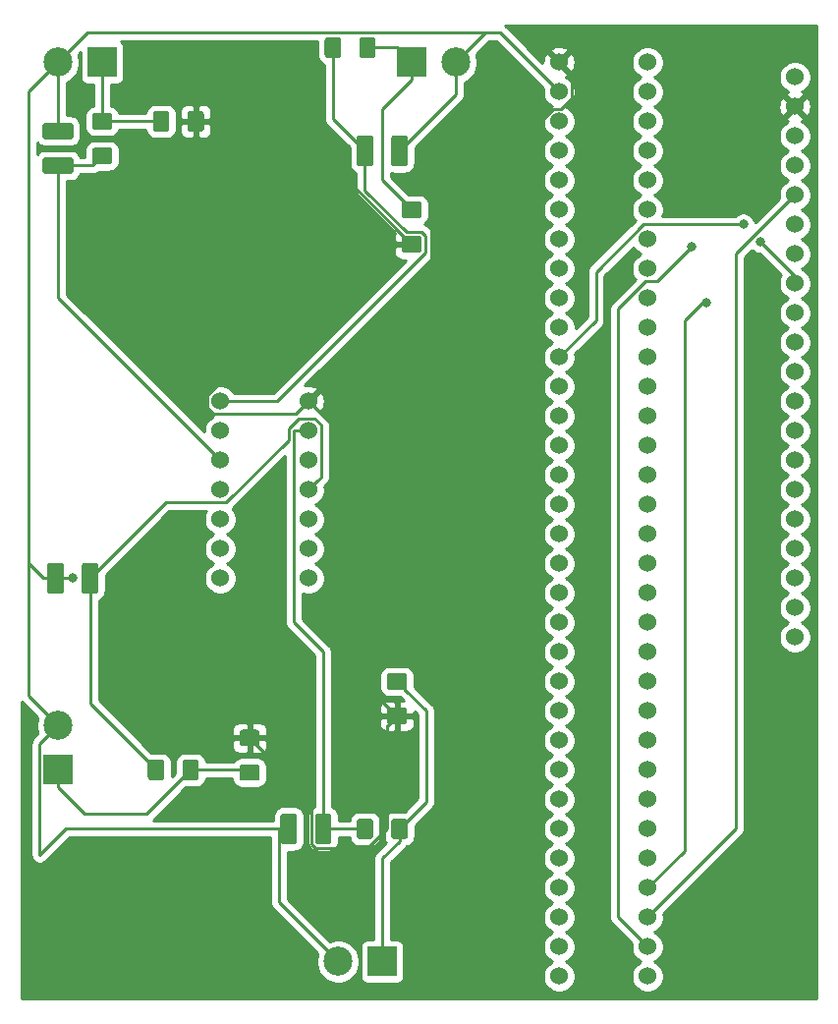
<source format=gtl>
G04 #@! TF.GenerationSoftware,KiCad,Pcbnew,(5.1.0)-1*
G04 #@! TF.CreationDate,2019-04-18T22:20:22-04:00*
G04 #@! TF.ProjectId,Gen1,47656e31-2e6b-4696-9361-645f70636258,1*
G04 #@! TF.SameCoordinates,Original*
G04 #@! TF.FileFunction,Copper,L1,Top*
G04 #@! TF.FilePolarity,Positive*
%FSLAX46Y46*%
G04 Gerber Fmt 4.6, Leading zero omitted, Abs format (unit mm)*
G04 Created by KiCad (PCBNEW (5.1.0)-1) date 2019-04-18 22:20:22*
%MOMM*%
%LPD*%
G04 APERTURE LIST*
%ADD10C,1.524000*%
%ADD11C,0.100000*%
%ADD12C,1.425000*%
%ADD13C,2.499360*%
%ADD14R,2.499360X2.499360*%
%ADD15C,0.800000*%
%ADD16C,0.250000*%
%ADD17C,0.254000*%
G04 APERTURE END LIST*
D10*
X67310000Y-35560000D03*
X67310000Y-38100000D03*
X67310000Y-40640000D03*
X67310000Y-45720000D03*
X67310000Y-43180000D03*
X67310000Y-48260000D03*
X67310000Y-50800000D03*
X67310000Y-53340000D03*
X67310000Y-55880000D03*
X67310000Y-58420000D03*
X67310000Y-60960000D03*
X67310000Y-63500000D03*
X67310000Y-66040000D03*
X67310000Y-68580000D03*
X67310000Y-71120000D03*
X67310000Y-73660000D03*
X67310000Y-76200000D03*
X67310000Y-78740000D03*
X67310000Y-81280000D03*
X67310000Y-83820000D03*
X67310000Y-86360000D03*
X67310000Y-88900000D03*
X67310000Y-91440000D03*
X67310000Y-93980000D03*
X67310000Y-96520000D03*
X67310000Y-99060000D03*
X67310000Y-101600000D03*
X67310000Y-104140000D03*
X67310000Y-106680000D03*
X67310000Y-109220000D03*
X67310000Y-111760000D03*
X67310000Y-114300000D03*
D11*
G36*
X17609504Y-43738704D02*
G01*
X17633773Y-43742304D01*
X17657571Y-43748265D01*
X17680671Y-43756530D01*
X17702849Y-43767020D01*
X17723893Y-43779633D01*
X17743598Y-43794247D01*
X17761777Y-43810723D01*
X17778253Y-43828902D01*
X17792867Y-43848607D01*
X17805480Y-43869651D01*
X17815970Y-43891829D01*
X17824235Y-43914929D01*
X17830196Y-43938727D01*
X17833796Y-43962996D01*
X17835000Y-43987500D01*
X17835000Y-44912500D01*
X17833796Y-44937004D01*
X17830196Y-44961273D01*
X17824235Y-44985071D01*
X17815970Y-45008171D01*
X17805480Y-45030349D01*
X17792867Y-45051393D01*
X17778253Y-45071098D01*
X17761777Y-45089277D01*
X17743598Y-45105753D01*
X17723893Y-45120367D01*
X17702849Y-45132980D01*
X17680671Y-45143470D01*
X17657571Y-45151735D01*
X17633773Y-45157696D01*
X17609504Y-45161296D01*
X17585000Y-45162500D01*
X15435000Y-45162500D01*
X15410496Y-45161296D01*
X15386227Y-45157696D01*
X15362429Y-45151735D01*
X15339329Y-45143470D01*
X15317151Y-45132980D01*
X15296107Y-45120367D01*
X15276402Y-45105753D01*
X15258223Y-45089277D01*
X15241747Y-45071098D01*
X15227133Y-45051393D01*
X15214520Y-45030349D01*
X15204030Y-45008171D01*
X15195765Y-44985071D01*
X15189804Y-44961273D01*
X15186204Y-44937004D01*
X15185000Y-44912500D01*
X15185000Y-43987500D01*
X15186204Y-43962996D01*
X15189804Y-43938727D01*
X15195765Y-43914929D01*
X15204030Y-43891829D01*
X15214520Y-43869651D01*
X15227133Y-43848607D01*
X15241747Y-43828902D01*
X15258223Y-43810723D01*
X15276402Y-43794247D01*
X15296107Y-43779633D01*
X15317151Y-43767020D01*
X15339329Y-43756530D01*
X15362429Y-43748265D01*
X15386227Y-43742304D01*
X15410496Y-43738704D01*
X15435000Y-43737500D01*
X17585000Y-43737500D01*
X17609504Y-43738704D01*
X17609504Y-43738704D01*
G37*
D12*
X16510000Y-44450000D03*
D11*
G36*
X17609504Y-40763704D02*
G01*
X17633773Y-40767304D01*
X17657571Y-40773265D01*
X17680671Y-40781530D01*
X17702849Y-40792020D01*
X17723893Y-40804633D01*
X17743598Y-40819247D01*
X17761777Y-40835723D01*
X17778253Y-40853902D01*
X17792867Y-40873607D01*
X17805480Y-40894651D01*
X17815970Y-40916829D01*
X17824235Y-40939929D01*
X17830196Y-40963727D01*
X17833796Y-40987996D01*
X17835000Y-41012500D01*
X17835000Y-41937500D01*
X17833796Y-41962004D01*
X17830196Y-41986273D01*
X17824235Y-42010071D01*
X17815970Y-42033171D01*
X17805480Y-42055349D01*
X17792867Y-42076393D01*
X17778253Y-42096098D01*
X17761777Y-42114277D01*
X17743598Y-42130753D01*
X17723893Y-42145367D01*
X17702849Y-42157980D01*
X17680671Y-42168470D01*
X17657571Y-42176735D01*
X17633773Y-42182696D01*
X17609504Y-42186296D01*
X17585000Y-42187500D01*
X15435000Y-42187500D01*
X15410496Y-42186296D01*
X15386227Y-42182696D01*
X15362429Y-42176735D01*
X15339329Y-42168470D01*
X15317151Y-42157980D01*
X15296107Y-42145367D01*
X15276402Y-42130753D01*
X15258223Y-42114277D01*
X15241747Y-42096098D01*
X15227133Y-42076393D01*
X15214520Y-42055349D01*
X15204030Y-42033171D01*
X15195765Y-42010071D01*
X15189804Y-41986273D01*
X15186204Y-41962004D01*
X15185000Y-41937500D01*
X15185000Y-41012500D01*
X15186204Y-40987996D01*
X15189804Y-40963727D01*
X15195765Y-40939929D01*
X15204030Y-40916829D01*
X15214520Y-40894651D01*
X15227133Y-40873607D01*
X15241747Y-40853902D01*
X15258223Y-40835723D01*
X15276402Y-40819247D01*
X15296107Y-40804633D01*
X15317151Y-40792020D01*
X15339329Y-40781530D01*
X15362429Y-40773265D01*
X15386227Y-40767304D01*
X15410496Y-40763704D01*
X15435000Y-40762500D01*
X17585000Y-40762500D01*
X17609504Y-40763704D01*
X17609504Y-40763704D01*
G37*
D12*
X16510000Y-41475000D03*
D11*
G36*
X46424504Y-41856204D02*
G01*
X46448773Y-41859804D01*
X46472571Y-41865765D01*
X46495671Y-41874030D01*
X46517849Y-41884520D01*
X46538893Y-41897133D01*
X46558598Y-41911747D01*
X46576777Y-41928223D01*
X46593253Y-41946402D01*
X46607867Y-41966107D01*
X46620480Y-41987151D01*
X46630970Y-42009329D01*
X46639235Y-42032429D01*
X46645196Y-42056227D01*
X46648796Y-42080496D01*
X46650000Y-42105000D01*
X46650000Y-44255000D01*
X46648796Y-44279504D01*
X46645196Y-44303773D01*
X46639235Y-44327571D01*
X46630970Y-44350671D01*
X46620480Y-44372849D01*
X46607867Y-44393893D01*
X46593253Y-44413598D01*
X46576777Y-44431777D01*
X46558598Y-44448253D01*
X46538893Y-44462867D01*
X46517849Y-44475480D01*
X46495671Y-44485970D01*
X46472571Y-44494235D01*
X46448773Y-44500196D01*
X46424504Y-44503796D01*
X46400000Y-44505000D01*
X45475000Y-44505000D01*
X45450496Y-44503796D01*
X45426227Y-44500196D01*
X45402429Y-44494235D01*
X45379329Y-44485970D01*
X45357151Y-44475480D01*
X45336107Y-44462867D01*
X45316402Y-44448253D01*
X45298223Y-44431777D01*
X45281747Y-44413598D01*
X45267133Y-44393893D01*
X45254520Y-44372849D01*
X45244030Y-44350671D01*
X45235765Y-44327571D01*
X45229804Y-44303773D01*
X45226204Y-44279504D01*
X45225000Y-44255000D01*
X45225000Y-42105000D01*
X45226204Y-42080496D01*
X45229804Y-42056227D01*
X45235765Y-42032429D01*
X45244030Y-42009329D01*
X45254520Y-41987151D01*
X45267133Y-41966107D01*
X45281747Y-41946402D01*
X45298223Y-41928223D01*
X45316402Y-41911747D01*
X45336107Y-41897133D01*
X45357151Y-41884520D01*
X45379329Y-41874030D01*
X45402429Y-41865765D01*
X45426227Y-41859804D01*
X45450496Y-41856204D01*
X45475000Y-41855000D01*
X46400000Y-41855000D01*
X46424504Y-41856204D01*
X46424504Y-41856204D01*
G37*
D12*
X45937500Y-43180000D03*
D11*
G36*
X43449504Y-41856204D02*
G01*
X43473773Y-41859804D01*
X43497571Y-41865765D01*
X43520671Y-41874030D01*
X43542849Y-41884520D01*
X43563893Y-41897133D01*
X43583598Y-41911747D01*
X43601777Y-41928223D01*
X43618253Y-41946402D01*
X43632867Y-41966107D01*
X43645480Y-41987151D01*
X43655970Y-42009329D01*
X43664235Y-42032429D01*
X43670196Y-42056227D01*
X43673796Y-42080496D01*
X43675000Y-42105000D01*
X43675000Y-44255000D01*
X43673796Y-44279504D01*
X43670196Y-44303773D01*
X43664235Y-44327571D01*
X43655970Y-44350671D01*
X43645480Y-44372849D01*
X43632867Y-44393893D01*
X43618253Y-44413598D01*
X43601777Y-44431777D01*
X43583598Y-44448253D01*
X43563893Y-44462867D01*
X43542849Y-44475480D01*
X43520671Y-44485970D01*
X43497571Y-44494235D01*
X43473773Y-44500196D01*
X43449504Y-44503796D01*
X43425000Y-44505000D01*
X42500000Y-44505000D01*
X42475496Y-44503796D01*
X42451227Y-44500196D01*
X42427429Y-44494235D01*
X42404329Y-44485970D01*
X42382151Y-44475480D01*
X42361107Y-44462867D01*
X42341402Y-44448253D01*
X42323223Y-44431777D01*
X42306747Y-44413598D01*
X42292133Y-44393893D01*
X42279520Y-44372849D01*
X42269030Y-44350671D01*
X42260765Y-44327571D01*
X42254804Y-44303773D01*
X42251204Y-44279504D01*
X42250000Y-44255000D01*
X42250000Y-42105000D01*
X42251204Y-42080496D01*
X42254804Y-42056227D01*
X42260765Y-42032429D01*
X42269030Y-42009329D01*
X42279520Y-41987151D01*
X42292133Y-41966107D01*
X42306747Y-41946402D01*
X42323223Y-41928223D01*
X42341402Y-41911747D01*
X42361107Y-41897133D01*
X42382151Y-41884520D01*
X42404329Y-41874030D01*
X42427429Y-41865765D01*
X42451227Y-41859804D01*
X42475496Y-41856204D01*
X42500000Y-41855000D01*
X43425000Y-41855000D01*
X43449504Y-41856204D01*
X43449504Y-41856204D01*
G37*
D12*
X42962500Y-43180000D03*
D11*
G36*
X19754504Y-78686204D02*
G01*
X19778773Y-78689804D01*
X19802571Y-78695765D01*
X19825671Y-78704030D01*
X19847849Y-78714520D01*
X19868893Y-78727133D01*
X19888598Y-78741747D01*
X19906777Y-78758223D01*
X19923253Y-78776402D01*
X19937867Y-78796107D01*
X19950480Y-78817151D01*
X19960970Y-78839329D01*
X19969235Y-78862429D01*
X19975196Y-78886227D01*
X19978796Y-78910496D01*
X19980000Y-78935000D01*
X19980000Y-81085000D01*
X19978796Y-81109504D01*
X19975196Y-81133773D01*
X19969235Y-81157571D01*
X19960970Y-81180671D01*
X19950480Y-81202849D01*
X19937867Y-81223893D01*
X19923253Y-81243598D01*
X19906777Y-81261777D01*
X19888598Y-81278253D01*
X19868893Y-81292867D01*
X19847849Y-81305480D01*
X19825671Y-81315970D01*
X19802571Y-81324235D01*
X19778773Y-81330196D01*
X19754504Y-81333796D01*
X19730000Y-81335000D01*
X18805000Y-81335000D01*
X18780496Y-81333796D01*
X18756227Y-81330196D01*
X18732429Y-81324235D01*
X18709329Y-81315970D01*
X18687151Y-81305480D01*
X18666107Y-81292867D01*
X18646402Y-81278253D01*
X18628223Y-81261777D01*
X18611747Y-81243598D01*
X18597133Y-81223893D01*
X18584520Y-81202849D01*
X18574030Y-81180671D01*
X18565765Y-81157571D01*
X18559804Y-81133773D01*
X18556204Y-81109504D01*
X18555000Y-81085000D01*
X18555000Y-78935000D01*
X18556204Y-78910496D01*
X18559804Y-78886227D01*
X18565765Y-78862429D01*
X18574030Y-78839329D01*
X18584520Y-78817151D01*
X18597133Y-78796107D01*
X18611747Y-78776402D01*
X18628223Y-78758223D01*
X18646402Y-78741747D01*
X18666107Y-78727133D01*
X18687151Y-78714520D01*
X18709329Y-78704030D01*
X18732429Y-78695765D01*
X18756227Y-78689804D01*
X18780496Y-78686204D01*
X18805000Y-78685000D01*
X19730000Y-78685000D01*
X19754504Y-78686204D01*
X19754504Y-78686204D01*
G37*
D12*
X19267500Y-80010000D03*
D11*
G36*
X16779504Y-78686204D02*
G01*
X16803773Y-78689804D01*
X16827571Y-78695765D01*
X16850671Y-78704030D01*
X16872849Y-78714520D01*
X16893893Y-78727133D01*
X16913598Y-78741747D01*
X16931777Y-78758223D01*
X16948253Y-78776402D01*
X16962867Y-78796107D01*
X16975480Y-78817151D01*
X16985970Y-78839329D01*
X16994235Y-78862429D01*
X17000196Y-78886227D01*
X17003796Y-78910496D01*
X17005000Y-78935000D01*
X17005000Y-81085000D01*
X17003796Y-81109504D01*
X17000196Y-81133773D01*
X16994235Y-81157571D01*
X16985970Y-81180671D01*
X16975480Y-81202849D01*
X16962867Y-81223893D01*
X16948253Y-81243598D01*
X16931777Y-81261777D01*
X16913598Y-81278253D01*
X16893893Y-81292867D01*
X16872849Y-81305480D01*
X16850671Y-81315970D01*
X16827571Y-81324235D01*
X16803773Y-81330196D01*
X16779504Y-81333796D01*
X16755000Y-81335000D01*
X15830000Y-81335000D01*
X15805496Y-81333796D01*
X15781227Y-81330196D01*
X15757429Y-81324235D01*
X15734329Y-81315970D01*
X15712151Y-81305480D01*
X15691107Y-81292867D01*
X15671402Y-81278253D01*
X15653223Y-81261777D01*
X15636747Y-81243598D01*
X15622133Y-81223893D01*
X15609520Y-81202849D01*
X15599030Y-81180671D01*
X15590765Y-81157571D01*
X15584804Y-81133773D01*
X15581204Y-81109504D01*
X15580000Y-81085000D01*
X15580000Y-78935000D01*
X15581204Y-78910496D01*
X15584804Y-78886227D01*
X15590765Y-78862429D01*
X15599030Y-78839329D01*
X15609520Y-78817151D01*
X15622133Y-78796107D01*
X15636747Y-78776402D01*
X15653223Y-78758223D01*
X15671402Y-78741747D01*
X15691107Y-78727133D01*
X15712151Y-78714520D01*
X15734329Y-78704030D01*
X15757429Y-78695765D01*
X15781227Y-78689804D01*
X15805496Y-78686204D01*
X15830000Y-78685000D01*
X16755000Y-78685000D01*
X16779504Y-78686204D01*
X16779504Y-78686204D01*
G37*
D12*
X16292500Y-80010000D03*
D11*
G36*
X36882004Y-100276204D02*
G01*
X36906273Y-100279804D01*
X36930071Y-100285765D01*
X36953171Y-100294030D01*
X36975349Y-100304520D01*
X36996393Y-100317133D01*
X37016098Y-100331747D01*
X37034277Y-100348223D01*
X37050753Y-100366402D01*
X37065367Y-100386107D01*
X37077980Y-100407151D01*
X37088470Y-100429329D01*
X37096735Y-100452429D01*
X37102696Y-100476227D01*
X37106296Y-100500496D01*
X37107500Y-100525000D01*
X37107500Y-102675000D01*
X37106296Y-102699504D01*
X37102696Y-102723773D01*
X37096735Y-102747571D01*
X37088470Y-102770671D01*
X37077980Y-102792849D01*
X37065367Y-102813893D01*
X37050753Y-102833598D01*
X37034277Y-102851777D01*
X37016098Y-102868253D01*
X36996393Y-102882867D01*
X36975349Y-102895480D01*
X36953171Y-102905970D01*
X36930071Y-102914235D01*
X36906273Y-102920196D01*
X36882004Y-102923796D01*
X36857500Y-102925000D01*
X35932500Y-102925000D01*
X35907996Y-102923796D01*
X35883727Y-102920196D01*
X35859929Y-102914235D01*
X35836829Y-102905970D01*
X35814651Y-102895480D01*
X35793607Y-102882867D01*
X35773902Y-102868253D01*
X35755723Y-102851777D01*
X35739247Y-102833598D01*
X35724633Y-102813893D01*
X35712020Y-102792849D01*
X35701530Y-102770671D01*
X35693265Y-102747571D01*
X35687304Y-102723773D01*
X35683704Y-102699504D01*
X35682500Y-102675000D01*
X35682500Y-100525000D01*
X35683704Y-100500496D01*
X35687304Y-100476227D01*
X35693265Y-100452429D01*
X35701530Y-100429329D01*
X35712020Y-100407151D01*
X35724633Y-100386107D01*
X35739247Y-100366402D01*
X35755723Y-100348223D01*
X35773902Y-100331747D01*
X35793607Y-100317133D01*
X35814651Y-100304520D01*
X35836829Y-100294030D01*
X35859929Y-100285765D01*
X35883727Y-100279804D01*
X35907996Y-100276204D01*
X35932500Y-100275000D01*
X36857500Y-100275000D01*
X36882004Y-100276204D01*
X36882004Y-100276204D01*
G37*
D12*
X36395000Y-101600000D03*
D11*
G36*
X39857004Y-100276204D02*
G01*
X39881273Y-100279804D01*
X39905071Y-100285765D01*
X39928171Y-100294030D01*
X39950349Y-100304520D01*
X39971393Y-100317133D01*
X39991098Y-100331747D01*
X40009277Y-100348223D01*
X40025753Y-100366402D01*
X40040367Y-100386107D01*
X40052980Y-100407151D01*
X40063470Y-100429329D01*
X40071735Y-100452429D01*
X40077696Y-100476227D01*
X40081296Y-100500496D01*
X40082500Y-100525000D01*
X40082500Y-102675000D01*
X40081296Y-102699504D01*
X40077696Y-102723773D01*
X40071735Y-102747571D01*
X40063470Y-102770671D01*
X40052980Y-102792849D01*
X40040367Y-102813893D01*
X40025753Y-102833598D01*
X40009277Y-102851777D01*
X39991098Y-102868253D01*
X39971393Y-102882867D01*
X39950349Y-102895480D01*
X39928171Y-102905970D01*
X39905071Y-102914235D01*
X39881273Y-102920196D01*
X39857004Y-102923796D01*
X39832500Y-102925000D01*
X38907500Y-102925000D01*
X38882996Y-102923796D01*
X38858727Y-102920196D01*
X38834929Y-102914235D01*
X38811829Y-102905970D01*
X38789651Y-102895480D01*
X38768607Y-102882867D01*
X38748902Y-102868253D01*
X38730723Y-102851777D01*
X38714247Y-102833598D01*
X38699633Y-102813893D01*
X38687020Y-102792849D01*
X38676530Y-102770671D01*
X38668265Y-102747571D01*
X38662304Y-102723773D01*
X38658704Y-102699504D01*
X38657500Y-102675000D01*
X38657500Y-100525000D01*
X38658704Y-100500496D01*
X38662304Y-100476227D01*
X38668265Y-100452429D01*
X38676530Y-100429329D01*
X38687020Y-100407151D01*
X38699633Y-100386107D01*
X38714247Y-100366402D01*
X38730723Y-100348223D01*
X38748902Y-100331747D01*
X38768607Y-100317133D01*
X38789651Y-100304520D01*
X38811829Y-100294030D01*
X38834929Y-100285765D01*
X38858727Y-100279804D01*
X38882996Y-100276204D01*
X38907500Y-100275000D01*
X39832500Y-100275000D01*
X39857004Y-100276204D01*
X39857004Y-100276204D01*
G37*
D12*
X39370000Y-101600000D03*
D10*
X59690000Y-114300000D03*
X59690000Y-111760000D03*
X59690000Y-109220000D03*
X59690000Y-106680000D03*
X59690000Y-104140000D03*
X59690000Y-101600000D03*
X59690000Y-99060000D03*
X59690000Y-96520000D03*
X59690000Y-93980000D03*
X59690000Y-91440000D03*
X59690000Y-88900000D03*
X59690000Y-86360000D03*
X59690000Y-83820000D03*
X59690000Y-81280000D03*
X59690000Y-78740000D03*
X59690000Y-76200000D03*
X59690000Y-73660000D03*
X59690000Y-71120000D03*
X59690000Y-68580000D03*
X59690000Y-66040000D03*
X59690000Y-63500000D03*
X59690000Y-60960000D03*
X59690000Y-58420000D03*
X59690000Y-55880000D03*
X59690000Y-53340000D03*
X59690000Y-50800000D03*
X59690000Y-48260000D03*
X59690000Y-43180000D03*
X59690000Y-45720000D03*
X59690000Y-40640000D03*
X59690000Y-38100000D03*
X59690000Y-35560000D03*
X30480000Y-64770000D03*
X38100000Y-64770000D03*
X30480000Y-67310000D03*
X38100000Y-67310000D03*
X30480000Y-69850000D03*
X38100000Y-69850000D03*
X30480000Y-72390000D03*
X38100000Y-72390000D03*
X30480000Y-74930000D03*
X38100000Y-74930000D03*
X30480000Y-77470000D03*
X38100000Y-77470000D03*
X30480000Y-80010000D03*
X38100000Y-80010000D03*
X80010000Y-85090000D03*
X80010000Y-82550000D03*
X80010000Y-80010000D03*
X80010000Y-77470000D03*
X80010000Y-74930000D03*
X80010000Y-72390000D03*
X80010000Y-69850000D03*
X80010000Y-67310000D03*
X80010000Y-64770000D03*
X80010000Y-59690000D03*
X80010000Y-62230000D03*
X80010000Y-57150000D03*
X80010000Y-54610000D03*
X80010000Y-52070000D03*
X80010000Y-49530000D03*
X80010000Y-46990000D03*
X80010000Y-44450000D03*
X80010000Y-41910000D03*
X80010000Y-39370000D03*
X80010000Y-36830000D03*
D11*
G36*
X25887004Y-39766204D02*
G01*
X25911273Y-39769804D01*
X25935071Y-39775765D01*
X25958171Y-39784030D01*
X25980349Y-39794520D01*
X26001393Y-39807133D01*
X26021098Y-39821747D01*
X26039277Y-39838223D01*
X26055753Y-39856402D01*
X26070367Y-39876107D01*
X26082980Y-39897151D01*
X26093470Y-39919329D01*
X26101735Y-39942429D01*
X26107696Y-39966227D01*
X26111296Y-39990496D01*
X26112500Y-40015000D01*
X26112500Y-41265000D01*
X26111296Y-41289504D01*
X26107696Y-41313773D01*
X26101735Y-41337571D01*
X26093470Y-41360671D01*
X26082980Y-41382849D01*
X26070367Y-41403893D01*
X26055753Y-41423598D01*
X26039277Y-41441777D01*
X26021098Y-41458253D01*
X26001393Y-41472867D01*
X25980349Y-41485480D01*
X25958171Y-41495970D01*
X25935071Y-41504235D01*
X25911273Y-41510196D01*
X25887004Y-41513796D01*
X25862500Y-41515000D01*
X24937500Y-41515000D01*
X24912996Y-41513796D01*
X24888727Y-41510196D01*
X24864929Y-41504235D01*
X24841829Y-41495970D01*
X24819651Y-41485480D01*
X24798607Y-41472867D01*
X24778902Y-41458253D01*
X24760723Y-41441777D01*
X24744247Y-41423598D01*
X24729633Y-41403893D01*
X24717020Y-41382849D01*
X24706530Y-41360671D01*
X24698265Y-41337571D01*
X24692304Y-41313773D01*
X24688704Y-41289504D01*
X24687500Y-41265000D01*
X24687500Y-40015000D01*
X24688704Y-39990496D01*
X24692304Y-39966227D01*
X24698265Y-39942429D01*
X24706530Y-39919329D01*
X24717020Y-39897151D01*
X24729633Y-39876107D01*
X24744247Y-39856402D01*
X24760723Y-39838223D01*
X24778902Y-39821747D01*
X24798607Y-39807133D01*
X24819651Y-39794520D01*
X24841829Y-39784030D01*
X24864929Y-39775765D01*
X24888727Y-39769804D01*
X24912996Y-39766204D01*
X24937500Y-39765000D01*
X25862500Y-39765000D01*
X25887004Y-39766204D01*
X25887004Y-39766204D01*
G37*
D12*
X25400000Y-40640000D03*
D11*
G36*
X28862004Y-39766204D02*
G01*
X28886273Y-39769804D01*
X28910071Y-39775765D01*
X28933171Y-39784030D01*
X28955349Y-39794520D01*
X28976393Y-39807133D01*
X28996098Y-39821747D01*
X29014277Y-39838223D01*
X29030753Y-39856402D01*
X29045367Y-39876107D01*
X29057980Y-39897151D01*
X29068470Y-39919329D01*
X29076735Y-39942429D01*
X29082696Y-39966227D01*
X29086296Y-39990496D01*
X29087500Y-40015000D01*
X29087500Y-41265000D01*
X29086296Y-41289504D01*
X29082696Y-41313773D01*
X29076735Y-41337571D01*
X29068470Y-41360671D01*
X29057980Y-41382849D01*
X29045367Y-41403893D01*
X29030753Y-41423598D01*
X29014277Y-41441777D01*
X28996098Y-41458253D01*
X28976393Y-41472867D01*
X28955349Y-41485480D01*
X28933171Y-41495970D01*
X28910071Y-41504235D01*
X28886273Y-41510196D01*
X28862004Y-41513796D01*
X28837500Y-41515000D01*
X27912500Y-41515000D01*
X27887996Y-41513796D01*
X27863727Y-41510196D01*
X27839929Y-41504235D01*
X27816829Y-41495970D01*
X27794651Y-41485480D01*
X27773607Y-41472867D01*
X27753902Y-41458253D01*
X27735723Y-41441777D01*
X27719247Y-41423598D01*
X27704633Y-41403893D01*
X27692020Y-41382849D01*
X27681530Y-41360671D01*
X27673265Y-41337571D01*
X27667304Y-41313773D01*
X27663704Y-41289504D01*
X27662500Y-41265000D01*
X27662500Y-40015000D01*
X27663704Y-39990496D01*
X27667304Y-39966227D01*
X27673265Y-39942429D01*
X27681530Y-39919329D01*
X27692020Y-39897151D01*
X27704633Y-39876107D01*
X27719247Y-39856402D01*
X27735723Y-39838223D01*
X27753902Y-39821747D01*
X27773607Y-39807133D01*
X27794651Y-39794520D01*
X27816829Y-39784030D01*
X27839929Y-39775765D01*
X27863727Y-39769804D01*
X27887996Y-39766204D01*
X27912500Y-39765000D01*
X28837500Y-39765000D01*
X28862004Y-39766204D01*
X28862004Y-39766204D01*
G37*
D12*
X28375000Y-40640000D03*
D11*
G36*
X20969504Y-42903704D02*
G01*
X20993773Y-42907304D01*
X21017571Y-42913265D01*
X21040671Y-42921530D01*
X21062849Y-42932020D01*
X21083893Y-42944633D01*
X21103598Y-42959247D01*
X21121777Y-42975723D01*
X21138253Y-42993902D01*
X21152867Y-43013607D01*
X21165480Y-43034651D01*
X21175970Y-43056829D01*
X21184235Y-43079929D01*
X21190196Y-43103727D01*
X21193796Y-43127996D01*
X21195000Y-43152500D01*
X21195000Y-44077500D01*
X21193796Y-44102004D01*
X21190196Y-44126273D01*
X21184235Y-44150071D01*
X21175970Y-44173171D01*
X21165480Y-44195349D01*
X21152867Y-44216393D01*
X21138253Y-44236098D01*
X21121777Y-44254277D01*
X21103598Y-44270753D01*
X21083893Y-44285367D01*
X21062849Y-44297980D01*
X21040671Y-44308470D01*
X21017571Y-44316735D01*
X20993773Y-44322696D01*
X20969504Y-44326296D01*
X20945000Y-44327500D01*
X19695000Y-44327500D01*
X19670496Y-44326296D01*
X19646227Y-44322696D01*
X19622429Y-44316735D01*
X19599329Y-44308470D01*
X19577151Y-44297980D01*
X19556107Y-44285367D01*
X19536402Y-44270753D01*
X19518223Y-44254277D01*
X19501747Y-44236098D01*
X19487133Y-44216393D01*
X19474520Y-44195349D01*
X19464030Y-44173171D01*
X19455765Y-44150071D01*
X19449804Y-44126273D01*
X19446204Y-44102004D01*
X19445000Y-44077500D01*
X19445000Y-43152500D01*
X19446204Y-43127996D01*
X19449804Y-43103727D01*
X19455765Y-43079929D01*
X19464030Y-43056829D01*
X19474520Y-43034651D01*
X19487133Y-43013607D01*
X19501747Y-42993902D01*
X19518223Y-42975723D01*
X19536402Y-42959247D01*
X19556107Y-42944633D01*
X19577151Y-42932020D01*
X19599329Y-42921530D01*
X19622429Y-42913265D01*
X19646227Y-42907304D01*
X19670496Y-42903704D01*
X19695000Y-42902500D01*
X20945000Y-42902500D01*
X20969504Y-42903704D01*
X20969504Y-42903704D01*
G37*
D12*
X20320000Y-43615000D03*
D11*
G36*
X20969504Y-39928704D02*
G01*
X20993773Y-39932304D01*
X21017571Y-39938265D01*
X21040671Y-39946530D01*
X21062849Y-39957020D01*
X21083893Y-39969633D01*
X21103598Y-39984247D01*
X21121777Y-40000723D01*
X21138253Y-40018902D01*
X21152867Y-40038607D01*
X21165480Y-40059651D01*
X21175970Y-40081829D01*
X21184235Y-40104929D01*
X21190196Y-40128727D01*
X21193796Y-40152996D01*
X21195000Y-40177500D01*
X21195000Y-41102500D01*
X21193796Y-41127004D01*
X21190196Y-41151273D01*
X21184235Y-41175071D01*
X21175970Y-41198171D01*
X21165480Y-41220349D01*
X21152867Y-41241393D01*
X21138253Y-41261098D01*
X21121777Y-41279277D01*
X21103598Y-41295753D01*
X21083893Y-41310367D01*
X21062849Y-41322980D01*
X21040671Y-41333470D01*
X21017571Y-41341735D01*
X20993773Y-41347696D01*
X20969504Y-41351296D01*
X20945000Y-41352500D01*
X19695000Y-41352500D01*
X19670496Y-41351296D01*
X19646227Y-41347696D01*
X19622429Y-41341735D01*
X19599329Y-41333470D01*
X19577151Y-41322980D01*
X19556107Y-41310367D01*
X19536402Y-41295753D01*
X19518223Y-41279277D01*
X19501747Y-41261098D01*
X19487133Y-41241393D01*
X19474520Y-41220349D01*
X19464030Y-41198171D01*
X19455765Y-41175071D01*
X19449804Y-41151273D01*
X19446204Y-41127004D01*
X19445000Y-41102500D01*
X19445000Y-40177500D01*
X19446204Y-40152996D01*
X19449804Y-40128727D01*
X19455765Y-40104929D01*
X19464030Y-40081829D01*
X19474520Y-40059651D01*
X19487133Y-40038607D01*
X19501747Y-40018902D01*
X19518223Y-40000723D01*
X19536402Y-39984247D01*
X19556107Y-39969633D01*
X19577151Y-39957020D01*
X19599329Y-39946530D01*
X19622429Y-39938265D01*
X19646227Y-39932304D01*
X19670496Y-39928704D01*
X19695000Y-39927500D01*
X20945000Y-39927500D01*
X20969504Y-39928704D01*
X20969504Y-39928704D01*
G37*
D12*
X20320000Y-40640000D03*
D11*
G36*
X47639504Y-47548704D02*
G01*
X47663773Y-47552304D01*
X47687571Y-47558265D01*
X47710671Y-47566530D01*
X47732849Y-47577020D01*
X47753893Y-47589633D01*
X47773598Y-47604247D01*
X47791777Y-47620723D01*
X47808253Y-47638902D01*
X47822867Y-47658607D01*
X47835480Y-47679651D01*
X47845970Y-47701829D01*
X47854235Y-47724929D01*
X47860196Y-47748727D01*
X47863796Y-47772996D01*
X47865000Y-47797500D01*
X47865000Y-48722500D01*
X47863796Y-48747004D01*
X47860196Y-48771273D01*
X47854235Y-48795071D01*
X47845970Y-48818171D01*
X47835480Y-48840349D01*
X47822867Y-48861393D01*
X47808253Y-48881098D01*
X47791777Y-48899277D01*
X47773598Y-48915753D01*
X47753893Y-48930367D01*
X47732849Y-48942980D01*
X47710671Y-48953470D01*
X47687571Y-48961735D01*
X47663773Y-48967696D01*
X47639504Y-48971296D01*
X47615000Y-48972500D01*
X46365000Y-48972500D01*
X46340496Y-48971296D01*
X46316227Y-48967696D01*
X46292429Y-48961735D01*
X46269329Y-48953470D01*
X46247151Y-48942980D01*
X46226107Y-48930367D01*
X46206402Y-48915753D01*
X46188223Y-48899277D01*
X46171747Y-48881098D01*
X46157133Y-48861393D01*
X46144520Y-48840349D01*
X46134030Y-48818171D01*
X46125765Y-48795071D01*
X46119804Y-48771273D01*
X46116204Y-48747004D01*
X46115000Y-48722500D01*
X46115000Y-47797500D01*
X46116204Y-47772996D01*
X46119804Y-47748727D01*
X46125765Y-47724929D01*
X46134030Y-47701829D01*
X46144520Y-47679651D01*
X46157133Y-47658607D01*
X46171747Y-47638902D01*
X46188223Y-47620723D01*
X46206402Y-47604247D01*
X46226107Y-47589633D01*
X46247151Y-47577020D01*
X46269329Y-47566530D01*
X46292429Y-47558265D01*
X46316227Y-47552304D01*
X46340496Y-47548704D01*
X46365000Y-47547500D01*
X47615000Y-47547500D01*
X47639504Y-47548704D01*
X47639504Y-47548704D01*
G37*
D12*
X46990000Y-48260000D03*
D11*
G36*
X47639504Y-50523704D02*
G01*
X47663773Y-50527304D01*
X47687571Y-50533265D01*
X47710671Y-50541530D01*
X47732849Y-50552020D01*
X47753893Y-50564633D01*
X47773598Y-50579247D01*
X47791777Y-50595723D01*
X47808253Y-50613902D01*
X47822867Y-50633607D01*
X47835480Y-50654651D01*
X47845970Y-50676829D01*
X47854235Y-50699929D01*
X47860196Y-50723727D01*
X47863796Y-50747996D01*
X47865000Y-50772500D01*
X47865000Y-51697500D01*
X47863796Y-51722004D01*
X47860196Y-51746273D01*
X47854235Y-51770071D01*
X47845970Y-51793171D01*
X47835480Y-51815349D01*
X47822867Y-51836393D01*
X47808253Y-51856098D01*
X47791777Y-51874277D01*
X47773598Y-51890753D01*
X47753893Y-51905367D01*
X47732849Y-51917980D01*
X47710671Y-51928470D01*
X47687571Y-51936735D01*
X47663773Y-51942696D01*
X47639504Y-51946296D01*
X47615000Y-51947500D01*
X46365000Y-51947500D01*
X46340496Y-51946296D01*
X46316227Y-51942696D01*
X46292429Y-51936735D01*
X46269329Y-51928470D01*
X46247151Y-51917980D01*
X46226107Y-51905367D01*
X46206402Y-51890753D01*
X46188223Y-51874277D01*
X46171747Y-51856098D01*
X46157133Y-51836393D01*
X46144520Y-51815349D01*
X46134030Y-51793171D01*
X46125765Y-51770071D01*
X46119804Y-51746273D01*
X46116204Y-51722004D01*
X46115000Y-51697500D01*
X46115000Y-50772500D01*
X46116204Y-50747996D01*
X46119804Y-50723727D01*
X46125765Y-50699929D01*
X46134030Y-50676829D01*
X46144520Y-50654651D01*
X46157133Y-50633607D01*
X46171747Y-50613902D01*
X46188223Y-50595723D01*
X46206402Y-50579247D01*
X46226107Y-50564633D01*
X46247151Y-50552020D01*
X46269329Y-50541530D01*
X46292429Y-50533265D01*
X46316227Y-50527304D01*
X46340496Y-50523704D01*
X46365000Y-50522500D01*
X47615000Y-50522500D01*
X47639504Y-50523704D01*
X47639504Y-50523704D01*
G37*
D12*
X46990000Y-51235000D03*
D11*
G36*
X40692004Y-33416204D02*
G01*
X40716273Y-33419804D01*
X40740071Y-33425765D01*
X40763171Y-33434030D01*
X40785349Y-33444520D01*
X40806393Y-33457133D01*
X40826098Y-33471747D01*
X40844277Y-33488223D01*
X40860753Y-33506402D01*
X40875367Y-33526107D01*
X40887980Y-33547151D01*
X40898470Y-33569329D01*
X40906735Y-33592429D01*
X40912696Y-33616227D01*
X40916296Y-33640496D01*
X40917500Y-33665000D01*
X40917500Y-34915000D01*
X40916296Y-34939504D01*
X40912696Y-34963773D01*
X40906735Y-34987571D01*
X40898470Y-35010671D01*
X40887980Y-35032849D01*
X40875367Y-35053893D01*
X40860753Y-35073598D01*
X40844277Y-35091777D01*
X40826098Y-35108253D01*
X40806393Y-35122867D01*
X40785349Y-35135480D01*
X40763171Y-35145970D01*
X40740071Y-35154235D01*
X40716273Y-35160196D01*
X40692004Y-35163796D01*
X40667500Y-35165000D01*
X39742500Y-35165000D01*
X39717996Y-35163796D01*
X39693727Y-35160196D01*
X39669929Y-35154235D01*
X39646829Y-35145970D01*
X39624651Y-35135480D01*
X39603607Y-35122867D01*
X39583902Y-35108253D01*
X39565723Y-35091777D01*
X39549247Y-35073598D01*
X39534633Y-35053893D01*
X39522020Y-35032849D01*
X39511530Y-35010671D01*
X39503265Y-34987571D01*
X39497304Y-34963773D01*
X39493704Y-34939504D01*
X39492500Y-34915000D01*
X39492500Y-33665000D01*
X39493704Y-33640496D01*
X39497304Y-33616227D01*
X39503265Y-33592429D01*
X39511530Y-33569329D01*
X39522020Y-33547151D01*
X39534633Y-33526107D01*
X39549247Y-33506402D01*
X39565723Y-33488223D01*
X39583902Y-33471747D01*
X39603607Y-33457133D01*
X39624651Y-33444520D01*
X39646829Y-33434030D01*
X39669929Y-33425765D01*
X39693727Y-33419804D01*
X39717996Y-33416204D01*
X39742500Y-33415000D01*
X40667500Y-33415000D01*
X40692004Y-33416204D01*
X40692004Y-33416204D01*
G37*
D12*
X40205000Y-34290000D03*
D11*
G36*
X43667004Y-33416204D02*
G01*
X43691273Y-33419804D01*
X43715071Y-33425765D01*
X43738171Y-33434030D01*
X43760349Y-33444520D01*
X43781393Y-33457133D01*
X43801098Y-33471747D01*
X43819277Y-33488223D01*
X43835753Y-33506402D01*
X43850367Y-33526107D01*
X43862980Y-33547151D01*
X43873470Y-33569329D01*
X43881735Y-33592429D01*
X43887696Y-33616227D01*
X43891296Y-33640496D01*
X43892500Y-33665000D01*
X43892500Y-34915000D01*
X43891296Y-34939504D01*
X43887696Y-34963773D01*
X43881735Y-34987571D01*
X43873470Y-35010671D01*
X43862980Y-35032849D01*
X43850367Y-35053893D01*
X43835753Y-35073598D01*
X43819277Y-35091777D01*
X43801098Y-35108253D01*
X43781393Y-35122867D01*
X43760349Y-35135480D01*
X43738171Y-35145970D01*
X43715071Y-35154235D01*
X43691273Y-35160196D01*
X43667004Y-35163796D01*
X43642500Y-35165000D01*
X42717500Y-35165000D01*
X42692996Y-35163796D01*
X42668727Y-35160196D01*
X42644929Y-35154235D01*
X42621829Y-35145970D01*
X42599651Y-35135480D01*
X42578607Y-35122867D01*
X42558902Y-35108253D01*
X42540723Y-35091777D01*
X42524247Y-35073598D01*
X42509633Y-35053893D01*
X42497020Y-35032849D01*
X42486530Y-35010671D01*
X42478265Y-34987571D01*
X42472304Y-34963773D01*
X42468704Y-34939504D01*
X42467500Y-34915000D01*
X42467500Y-33665000D01*
X42468704Y-33640496D01*
X42472304Y-33616227D01*
X42478265Y-33592429D01*
X42486530Y-33569329D01*
X42497020Y-33547151D01*
X42509633Y-33526107D01*
X42524247Y-33506402D01*
X42540723Y-33488223D01*
X42558902Y-33471747D01*
X42578607Y-33457133D01*
X42599651Y-33444520D01*
X42621829Y-33434030D01*
X42644929Y-33425765D01*
X42668727Y-33419804D01*
X42692996Y-33416204D01*
X42717500Y-33415000D01*
X43642500Y-33415000D01*
X43667004Y-33416204D01*
X43667004Y-33416204D01*
G37*
D12*
X43180000Y-34290000D03*
D11*
G36*
X28427004Y-95646204D02*
G01*
X28451273Y-95649804D01*
X28475071Y-95655765D01*
X28498171Y-95664030D01*
X28520349Y-95674520D01*
X28541393Y-95687133D01*
X28561098Y-95701747D01*
X28579277Y-95718223D01*
X28595753Y-95736402D01*
X28610367Y-95756107D01*
X28622980Y-95777151D01*
X28633470Y-95799329D01*
X28641735Y-95822429D01*
X28647696Y-95846227D01*
X28651296Y-95870496D01*
X28652500Y-95895000D01*
X28652500Y-97145000D01*
X28651296Y-97169504D01*
X28647696Y-97193773D01*
X28641735Y-97217571D01*
X28633470Y-97240671D01*
X28622980Y-97262849D01*
X28610367Y-97283893D01*
X28595753Y-97303598D01*
X28579277Y-97321777D01*
X28561098Y-97338253D01*
X28541393Y-97352867D01*
X28520349Y-97365480D01*
X28498171Y-97375970D01*
X28475071Y-97384235D01*
X28451273Y-97390196D01*
X28427004Y-97393796D01*
X28402500Y-97395000D01*
X27477500Y-97395000D01*
X27452996Y-97393796D01*
X27428727Y-97390196D01*
X27404929Y-97384235D01*
X27381829Y-97375970D01*
X27359651Y-97365480D01*
X27338607Y-97352867D01*
X27318902Y-97338253D01*
X27300723Y-97321777D01*
X27284247Y-97303598D01*
X27269633Y-97283893D01*
X27257020Y-97262849D01*
X27246530Y-97240671D01*
X27238265Y-97217571D01*
X27232304Y-97193773D01*
X27228704Y-97169504D01*
X27227500Y-97145000D01*
X27227500Y-95895000D01*
X27228704Y-95870496D01*
X27232304Y-95846227D01*
X27238265Y-95822429D01*
X27246530Y-95799329D01*
X27257020Y-95777151D01*
X27269633Y-95756107D01*
X27284247Y-95736402D01*
X27300723Y-95718223D01*
X27318902Y-95701747D01*
X27338607Y-95687133D01*
X27359651Y-95674520D01*
X27381829Y-95664030D01*
X27404929Y-95655765D01*
X27428727Y-95649804D01*
X27452996Y-95646204D01*
X27477500Y-95645000D01*
X28402500Y-95645000D01*
X28427004Y-95646204D01*
X28427004Y-95646204D01*
G37*
D12*
X27940000Y-96520000D03*
D11*
G36*
X25452004Y-95646204D02*
G01*
X25476273Y-95649804D01*
X25500071Y-95655765D01*
X25523171Y-95664030D01*
X25545349Y-95674520D01*
X25566393Y-95687133D01*
X25586098Y-95701747D01*
X25604277Y-95718223D01*
X25620753Y-95736402D01*
X25635367Y-95756107D01*
X25647980Y-95777151D01*
X25658470Y-95799329D01*
X25666735Y-95822429D01*
X25672696Y-95846227D01*
X25676296Y-95870496D01*
X25677500Y-95895000D01*
X25677500Y-97145000D01*
X25676296Y-97169504D01*
X25672696Y-97193773D01*
X25666735Y-97217571D01*
X25658470Y-97240671D01*
X25647980Y-97262849D01*
X25635367Y-97283893D01*
X25620753Y-97303598D01*
X25604277Y-97321777D01*
X25586098Y-97338253D01*
X25566393Y-97352867D01*
X25545349Y-97365480D01*
X25523171Y-97375970D01*
X25500071Y-97384235D01*
X25476273Y-97390196D01*
X25452004Y-97393796D01*
X25427500Y-97395000D01*
X24502500Y-97395000D01*
X24477996Y-97393796D01*
X24453727Y-97390196D01*
X24429929Y-97384235D01*
X24406829Y-97375970D01*
X24384651Y-97365480D01*
X24363607Y-97352867D01*
X24343902Y-97338253D01*
X24325723Y-97321777D01*
X24309247Y-97303598D01*
X24294633Y-97283893D01*
X24282020Y-97262849D01*
X24271530Y-97240671D01*
X24263265Y-97217571D01*
X24257304Y-97193773D01*
X24253704Y-97169504D01*
X24252500Y-97145000D01*
X24252500Y-95895000D01*
X24253704Y-95870496D01*
X24257304Y-95846227D01*
X24263265Y-95822429D01*
X24271530Y-95799329D01*
X24282020Y-95777151D01*
X24294633Y-95756107D01*
X24309247Y-95736402D01*
X24325723Y-95718223D01*
X24343902Y-95701747D01*
X24363607Y-95687133D01*
X24384651Y-95674520D01*
X24406829Y-95664030D01*
X24429929Y-95655765D01*
X24453727Y-95649804D01*
X24477996Y-95646204D01*
X24502500Y-95645000D01*
X25427500Y-95645000D01*
X25452004Y-95646204D01*
X25452004Y-95646204D01*
G37*
D12*
X24965000Y-96520000D03*
D11*
G36*
X46424504Y-100726204D02*
G01*
X46448773Y-100729804D01*
X46472571Y-100735765D01*
X46495671Y-100744030D01*
X46517849Y-100754520D01*
X46538893Y-100767133D01*
X46558598Y-100781747D01*
X46576777Y-100798223D01*
X46593253Y-100816402D01*
X46607867Y-100836107D01*
X46620480Y-100857151D01*
X46630970Y-100879329D01*
X46639235Y-100902429D01*
X46645196Y-100926227D01*
X46648796Y-100950496D01*
X46650000Y-100975000D01*
X46650000Y-102225000D01*
X46648796Y-102249504D01*
X46645196Y-102273773D01*
X46639235Y-102297571D01*
X46630970Y-102320671D01*
X46620480Y-102342849D01*
X46607867Y-102363893D01*
X46593253Y-102383598D01*
X46576777Y-102401777D01*
X46558598Y-102418253D01*
X46538893Y-102432867D01*
X46517849Y-102445480D01*
X46495671Y-102455970D01*
X46472571Y-102464235D01*
X46448773Y-102470196D01*
X46424504Y-102473796D01*
X46400000Y-102475000D01*
X45475000Y-102475000D01*
X45450496Y-102473796D01*
X45426227Y-102470196D01*
X45402429Y-102464235D01*
X45379329Y-102455970D01*
X45357151Y-102445480D01*
X45336107Y-102432867D01*
X45316402Y-102418253D01*
X45298223Y-102401777D01*
X45281747Y-102383598D01*
X45267133Y-102363893D01*
X45254520Y-102342849D01*
X45244030Y-102320671D01*
X45235765Y-102297571D01*
X45229804Y-102273773D01*
X45226204Y-102249504D01*
X45225000Y-102225000D01*
X45225000Y-100975000D01*
X45226204Y-100950496D01*
X45229804Y-100926227D01*
X45235765Y-100902429D01*
X45244030Y-100879329D01*
X45254520Y-100857151D01*
X45267133Y-100836107D01*
X45281747Y-100816402D01*
X45298223Y-100798223D01*
X45316402Y-100781747D01*
X45336107Y-100767133D01*
X45357151Y-100754520D01*
X45379329Y-100744030D01*
X45402429Y-100735765D01*
X45426227Y-100729804D01*
X45450496Y-100726204D01*
X45475000Y-100725000D01*
X46400000Y-100725000D01*
X46424504Y-100726204D01*
X46424504Y-100726204D01*
G37*
D12*
X45937500Y-101600000D03*
D11*
G36*
X43449504Y-100726204D02*
G01*
X43473773Y-100729804D01*
X43497571Y-100735765D01*
X43520671Y-100744030D01*
X43542849Y-100754520D01*
X43563893Y-100767133D01*
X43583598Y-100781747D01*
X43601777Y-100798223D01*
X43618253Y-100816402D01*
X43632867Y-100836107D01*
X43645480Y-100857151D01*
X43655970Y-100879329D01*
X43664235Y-100902429D01*
X43670196Y-100926227D01*
X43673796Y-100950496D01*
X43675000Y-100975000D01*
X43675000Y-102225000D01*
X43673796Y-102249504D01*
X43670196Y-102273773D01*
X43664235Y-102297571D01*
X43655970Y-102320671D01*
X43645480Y-102342849D01*
X43632867Y-102363893D01*
X43618253Y-102383598D01*
X43601777Y-102401777D01*
X43583598Y-102418253D01*
X43563893Y-102432867D01*
X43542849Y-102445480D01*
X43520671Y-102455970D01*
X43497571Y-102464235D01*
X43473773Y-102470196D01*
X43449504Y-102473796D01*
X43425000Y-102475000D01*
X42500000Y-102475000D01*
X42475496Y-102473796D01*
X42451227Y-102470196D01*
X42427429Y-102464235D01*
X42404329Y-102455970D01*
X42382151Y-102445480D01*
X42361107Y-102432867D01*
X42341402Y-102418253D01*
X42323223Y-102401777D01*
X42306747Y-102383598D01*
X42292133Y-102363893D01*
X42279520Y-102342849D01*
X42269030Y-102320671D01*
X42260765Y-102297571D01*
X42254804Y-102273773D01*
X42251204Y-102249504D01*
X42250000Y-102225000D01*
X42250000Y-100975000D01*
X42251204Y-100950496D01*
X42254804Y-100926227D01*
X42260765Y-100902429D01*
X42269030Y-100879329D01*
X42279520Y-100857151D01*
X42292133Y-100836107D01*
X42306747Y-100816402D01*
X42323223Y-100798223D01*
X42341402Y-100781747D01*
X42361107Y-100767133D01*
X42382151Y-100754520D01*
X42404329Y-100744030D01*
X42427429Y-100735765D01*
X42451227Y-100729804D01*
X42475496Y-100726204D01*
X42500000Y-100725000D01*
X43425000Y-100725000D01*
X43449504Y-100726204D01*
X43449504Y-100726204D01*
G37*
D12*
X42962500Y-101600000D03*
D11*
G36*
X33669504Y-93051204D02*
G01*
X33693773Y-93054804D01*
X33717571Y-93060765D01*
X33740671Y-93069030D01*
X33762849Y-93079520D01*
X33783893Y-93092133D01*
X33803598Y-93106747D01*
X33821777Y-93123223D01*
X33838253Y-93141402D01*
X33852867Y-93161107D01*
X33865480Y-93182151D01*
X33875970Y-93204329D01*
X33884235Y-93227429D01*
X33890196Y-93251227D01*
X33893796Y-93275496D01*
X33895000Y-93300000D01*
X33895000Y-94225000D01*
X33893796Y-94249504D01*
X33890196Y-94273773D01*
X33884235Y-94297571D01*
X33875970Y-94320671D01*
X33865480Y-94342849D01*
X33852867Y-94363893D01*
X33838253Y-94383598D01*
X33821777Y-94401777D01*
X33803598Y-94418253D01*
X33783893Y-94432867D01*
X33762849Y-94445480D01*
X33740671Y-94455970D01*
X33717571Y-94464235D01*
X33693773Y-94470196D01*
X33669504Y-94473796D01*
X33645000Y-94475000D01*
X32395000Y-94475000D01*
X32370496Y-94473796D01*
X32346227Y-94470196D01*
X32322429Y-94464235D01*
X32299329Y-94455970D01*
X32277151Y-94445480D01*
X32256107Y-94432867D01*
X32236402Y-94418253D01*
X32218223Y-94401777D01*
X32201747Y-94383598D01*
X32187133Y-94363893D01*
X32174520Y-94342849D01*
X32164030Y-94320671D01*
X32155765Y-94297571D01*
X32149804Y-94273773D01*
X32146204Y-94249504D01*
X32145000Y-94225000D01*
X32145000Y-93300000D01*
X32146204Y-93275496D01*
X32149804Y-93251227D01*
X32155765Y-93227429D01*
X32164030Y-93204329D01*
X32174520Y-93182151D01*
X32187133Y-93161107D01*
X32201747Y-93141402D01*
X32218223Y-93123223D01*
X32236402Y-93106747D01*
X32256107Y-93092133D01*
X32277151Y-93079520D01*
X32299329Y-93069030D01*
X32322429Y-93060765D01*
X32346227Y-93054804D01*
X32370496Y-93051204D01*
X32395000Y-93050000D01*
X33645000Y-93050000D01*
X33669504Y-93051204D01*
X33669504Y-93051204D01*
G37*
D12*
X33020000Y-93762500D03*
D11*
G36*
X33669504Y-96026204D02*
G01*
X33693773Y-96029804D01*
X33717571Y-96035765D01*
X33740671Y-96044030D01*
X33762849Y-96054520D01*
X33783893Y-96067133D01*
X33803598Y-96081747D01*
X33821777Y-96098223D01*
X33838253Y-96116402D01*
X33852867Y-96136107D01*
X33865480Y-96157151D01*
X33875970Y-96179329D01*
X33884235Y-96202429D01*
X33890196Y-96226227D01*
X33893796Y-96250496D01*
X33895000Y-96275000D01*
X33895000Y-97200000D01*
X33893796Y-97224504D01*
X33890196Y-97248773D01*
X33884235Y-97272571D01*
X33875970Y-97295671D01*
X33865480Y-97317849D01*
X33852867Y-97338893D01*
X33838253Y-97358598D01*
X33821777Y-97376777D01*
X33803598Y-97393253D01*
X33783893Y-97407867D01*
X33762849Y-97420480D01*
X33740671Y-97430970D01*
X33717571Y-97439235D01*
X33693773Y-97445196D01*
X33669504Y-97448796D01*
X33645000Y-97450000D01*
X32395000Y-97450000D01*
X32370496Y-97448796D01*
X32346227Y-97445196D01*
X32322429Y-97439235D01*
X32299329Y-97430970D01*
X32277151Y-97420480D01*
X32256107Y-97407867D01*
X32236402Y-97393253D01*
X32218223Y-97376777D01*
X32201747Y-97358598D01*
X32187133Y-97338893D01*
X32174520Y-97317849D01*
X32164030Y-97295671D01*
X32155765Y-97272571D01*
X32149804Y-97248773D01*
X32146204Y-97224504D01*
X32145000Y-97200000D01*
X32145000Y-96275000D01*
X32146204Y-96250496D01*
X32149804Y-96226227D01*
X32155765Y-96202429D01*
X32164030Y-96179329D01*
X32174520Y-96157151D01*
X32187133Y-96136107D01*
X32201747Y-96116402D01*
X32218223Y-96098223D01*
X32236402Y-96081747D01*
X32256107Y-96067133D01*
X32277151Y-96054520D01*
X32299329Y-96044030D01*
X32322429Y-96035765D01*
X32346227Y-96029804D01*
X32370496Y-96026204D01*
X32395000Y-96025000D01*
X33645000Y-96025000D01*
X33669504Y-96026204D01*
X33669504Y-96026204D01*
G37*
D12*
X33020000Y-96737500D03*
D11*
G36*
X46369504Y-91163704D02*
G01*
X46393773Y-91167304D01*
X46417571Y-91173265D01*
X46440671Y-91181530D01*
X46462849Y-91192020D01*
X46483893Y-91204633D01*
X46503598Y-91219247D01*
X46521777Y-91235723D01*
X46538253Y-91253902D01*
X46552867Y-91273607D01*
X46565480Y-91294651D01*
X46575970Y-91316829D01*
X46584235Y-91339929D01*
X46590196Y-91363727D01*
X46593796Y-91387996D01*
X46595000Y-91412500D01*
X46595000Y-92337500D01*
X46593796Y-92362004D01*
X46590196Y-92386273D01*
X46584235Y-92410071D01*
X46575970Y-92433171D01*
X46565480Y-92455349D01*
X46552867Y-92476393D01*
X46538253Y-92496098D01*
X46521777Y-92514277D01*
X46503598Y-92530753D01*
X46483893Y-92545367D01*
X46462849Y-92557980D01*
X46440671Y-92568470D01*
X46417571Y-92576735D01*
X46393773Y-92582696D01*
X46369504Y-92586296D01*
X46345000Y-92587500D01*
X45095000Y-92587500D01*
X45070496Y-92586296D01*
X45046227Y-92582696D01*
X45022429Y-92576735D01*
X44999329Y-92568470D01*
X44977151Y-92557980D01*
X44956107Y-92545367D01*
X44936402Y-92530753D01*
X44918223Y-92514277D01*
X44901747Y-92496098D01*
X44887133Y-92476393D01*
X44874520Y-92455349D01*
X44864030Y-92433171D01*
X44855765Y-92410071D01*
X44849804Y-92386273D01*
X44846204Y-92362004D01*
X44845000Y-92337500D01*
X44845000Y-91412500D01*
X44846204Y-91387996D01*
X44849804Y-91363727D01*
X44855765Y-91339929D01*
X44864030Y-91316829D01*
X44874520Y-91294651D01*
X44887133Y-91273607D01*
X44901747Y-91253902D01*
X44918223Y-91235723D01*
X44936402Y-91219247D01*
X44956107Y-91204633D01*
X44977151Y-91192020D01*
X44999329Y-91181530D01*
X45022429Y-91173265D01*
X45046227Y-91167304D01*
X45070496Y-91163704D01*
X45095000Y-91162500D01*
X46345000Y-91162500D01*
X46369504Y-91163704D01*
X46369504Y-91163704D01*
G37*
D12*
X45720000Y-91875000D03*
D11*
G36*
X46369504Y-88188704D02*
G01*
X46393773Y-88192304D01*
X46417571Y-88198265D01*
X46440671Y-88206530D01*
X46462849Y-88217020D01*
X46483893Y-88229633D01*
X46503598Y-88244247D01*
X46521777Y-88260723D01*
X46538253Y-88278902D01*
X46552867Y-88298607D01*
X46565480Y-88319651D01*
X46575970Y-88341829D01*
X46584235Y-88364929D01*
X46590196Y-88388727D01*
X46593796Y-88412996D01*
X46595000Y-88437500D01*
X46595000Y-89362500D01*
X46593796Y-89387004D01*
X46590196Y-89411273D01*
X46584235Y-89435071D01*
X46575970Y-89458171D01*
X46565480Y-89480349D01*
X46552867Y-89501393D01*
X46538253Y-89521098D01*
X46521777Y-89539277D01*
X46503598Y-89555753D01*
X46483893Y-89570367D01*
X46462849Y-89582980D01*
X46440671Y-89593470D01*
X46417571Y-89601735D01*
X46393773Y-89607696D01*
X46369504Y-89611296D01*
X46345000Y-89612500D01*
X45095000Y-89612500D01*
X45070496Y-89611296D01*
X45046227Y-89607696D01*
X45022429Y-89601735D01*
X44999329Y-89593470D01*
X44977151Y-89582980D01*
X44956107Y-89570367D01*
X44936402Y-89555753D01*
X44918223Y-89539277D01*
X44901747Y-89521098D01*
X44887133Y-89501393D01*
X44874520Y-89480349D01*
X44864030Y-89458171D01*
X44855765Y-89435071D01*
X44849804Y-89411273D01*
X44846204Y-89387004D01*
X44845000Y-89362500D01*
X44845000Y-88437500D01*
X44846204Y-88412996D01*
X44849804Y-88388727D01*
X44855765Y-88364929D01*
X44864030Y-88341829D01*
X44874520Y-88319651D01*
X44887133Y-88298607D01*
X44901747Y-88278902D01*
X44918223Y-88260723D01*
X44936402Y-88244247D01*
X44956107Y-88229633D01*
X44977151Y-88217020D01*
X44999329Y-88206530D01*
X45022429Y-88198265D01*
X45046227Y-88192304D01*
X45070496Y-88188704D01*
X45095000Y-88187500D01*
X46345000Y-88187500D01*
X46369504Y-88188704D01*
X46369504Y-88188704D01*
G37*
D12*
X45720000Y-88900000D03*
D13*
X16510000Y-35560000D03*
D14*
X20320000Y-35560000D03*
X46990000Y-35560000D03*
D13*
X50800000Y-35560000D03*
X16510000Y-92710000D03*
D14*
X16510000Y-96520000D03*
X44450000Y-113030000D03*
D13*
X40640000Y-113030000D03*
D15*
X17780000Y-80010000D03*
X71120000Y-51435000D03*
X72390000Y-56242001D03*
X75565000Y-49530000D03*
X77030153Y-50995153D03*
D16*
X16510000Y-38730690D02*
X16510000Y-41475000D01*
X16510000Y-35560000D02*
X16510000Y-38730690D01*
X16510000Y-35560000D02*
X19050000Y-33020000D01*
X54610000Y-33020000D02*
X59690000Y-38100000D01*
X19050000Y-33020000D02*
X54610000Y-33020000D01*
X53340000Y-33020000D02*
X50800000Y-35560000D01*
X54610000Y-33020000D02*
X53340000Y-33020000D01*
X16510000Y-35560000D02*
X13970000Y-38100000D01*
X13970000Y-38100000D02*
X13970000Y-78740000D01*
X15240000Y-80010000D02*
X16292500Y-80010000D01*
X13970000Y-78740000D02*
X15240000Y-80010000D01*
X13970000Y-90170000D02*
X16510000Y-92710000D01*
X13970000Y-78740000D02*
X13970000Y-90170000D01*
X50800000Y-38317500D02*
X45937500Y-43180000D01*
X50800000Y-35560000D02*
X50800000Y-38317500D01*
X14935319Y-94284681D02*
X14935319Y-103835319D01*
X16510000Y-92710000D02*
X14935319Y-94284681D01*
X14935319Y-103835319D02*
X17170638Y-101600000D01*
X35560000Y-107950000D02*
X40640000Y-113030000D01*
X35560000Y-101600000D02*
X35560000Y-107950000D01*
X35560000Y-101600000D02*
X36395000Y-101600000D01*
X17170638Y-101600000D02*
X35560000Y-101600000D01*
X16292500Y-80010000D02*
X17780000Y-80010000D01*
X67154237Y-54427001D02*
X64770000Y-56811238D01*
X71120000Y-51435000D02*
X68127999Y-54427001D01*
X68127999Y-54427001D02*
X67154237Y-54427001D01*
X64770000Y-109220000D02*
X67310000Y-111760000D01*
X64770000Y-56811238D02*
X64770000Y-109220000D01*
X67310000Y-109220000D02*
X74930000Y-101600000D01*
X74930000Y-52070000D02*
X80010000Y-46990000D01*
X74930000Y-101600000D02*
X74930000Y-52070000D01*
X70485000Y-103505000D02*
X70485000Y-57785000D01*
X67310000Y-106680000D02*
X70485000Y-103505000D01*
X70485000Y-57785000D02*
X72027999Y-56242001D01*
X72027999Y-56242001D02*
X72390000Y-56242001D01*
X36395000Y-40640000D02*
X46990000Y-51235000D01*
X28375000Y-40640000D02*
X36395000Y-40640000D01*
X38861999Y-64008001D02*
X38100000Y-64770000D01*
X48640019Y-54229981D02*
X38861999Y-64008001D01*
X48640019Y-50081219D02*
X48640019Y-54229981D01*
X59168239Y-39552999D02*
X48640019Y-50081219D01*
X59845763Y-39552999D02*
X59168239Y-39552999D01*
X60777001Y-38621761D02*
X59845763Y-39552999D01*
X60777001Y-36647001D02*
X60777001Y-38621761D01*
X59690000Y-35560000D02*
X60777001Y-36647001D01*
X37338001Y-65531999D02*
X38100000Y-64770000D01*
X37012999Y-65857001D02*
X37338001Y-65531999D01*
X29958239Y-65857001D02*
X37012999Y-65857001D01*
X29392999Y-65291761D02*
X29958239Y-65857001D01*
X42406238Y-51235000D02*
X29392999Y-64248239D01*
X29392999Y-64248239D02*
X29392999Y-65291761D01*
X46990000Y-51235000D02*
X42406238Y-51235000D01*
X38861999Y-65531999D02*
X38100000Y-64770000D01*
X44899990Y-92695010D02*
X44948653Y-92646347D01*
X44899990Y-101563200D02*
X44899990Y-92695010D01*
X43213180Y-103250010D02*
X44899990Y-101563200D01*
X38669320Y-103250010D02*
X43213180Y-103250010D01*
X44948653Y-92646347D02*
X45720000Y-91875000D01*
X38332490Y-102913180D02*
X38669320Y-103250010D01*
X38332490Y-99074990D02*
X38332490Y-102913180D01*
X33020000Y-93762500D02*
X38332490Y-99074990D01*
X44948653Y-91103653D02*
X45720000Y-91875000D01*
X41910000Y-88065000D02*
X44948653Y-91103653D01*
X41910000Y-68580000D02*
X41910000Y-88065000D01*
X38100000Y-64770000D02*
X41910000Y-68580000D01*
X19267500Y-90822500D02*
X24965000Y-96520000D01*
X19267500Y-80010000D02*
X19267500Y-90822500D01*
X39187001Y-71302999D02*
X38861999Y-71628001D01*
X39187001Y-66788239D02*
X39187001Y-71302999D01*
X37280591Y-66222999D02*
X38621761Y-66222999D01*
X38861999Y-71628001D02*
X38100000Y-72390000D01*
X36379990Y-68098772D02*
X36379990Y-67123600D01*
X31001761Y-73477001D02*
X36379990Y-68098772D01*
X25800499Y-73477001D02*
X31001761Y-73477001D01*
X38621761Y-66222999D02*
X39187001Y-66788239D01*
X36379990Y-67123600D02*
X37280591Y-66222999D01*
X19267500Y-80010000D02*
X25800499Y-73477001D01*
X19485000Y-44450000D02*
X20320000Y-43615000D01*
X16510000Y-44450000D02*
X19485000Y-44450000D01*
X16510000Y-55880000D02*
X30480000Y-69850000D01*
X16510000Y-44450000D02*
X16510000Y-55880000D01*
X39370000Y-101600000D02*
X42962500Y-101600000D01*
X36830000Y-67310000D02*
X38100000Y-67310000D01*
X36830000Y-83820000D02*
X36830000Y-67310000D01*
X39370000Y-101600000D02*
X39370000Y-86360000D01*
X39370000Y-86360000D02*
X36830000Y-83820000D01*
X40205000Y-40422500D02*
X42962500Y-43180000D01*
X40205000Y-34290000D02*
X40205000Y-40422500D01*
X31557630Y-64770000D02*
X30480000Y-64770000D01*
X35355690Y-64770000D02*
X31557630Y-64770000D01*
X48190010Y-51935680D02*
X35355690Y-64770000D01*
X48190010Y-50534320D02*
X48190010Y-51935680D01*
X46588900Y-50197490D02*
X47853180Y-50197490D01*
X42962500Y-46571090D02*
X46588900Y-50197490D01*
X47853180Y-50197490D02*
X48190010Y-50534320D01*
X42962500Y-43180000D02*
X42962500Y-46571090D01*
X20320000Y-35560000D02*
X20320000Y-40640000D01*
X20320000Y-40640000D02*
X25400000Y-40640000D01*
X45720000Y-34290000D02*
X46990000Y-35560000D01*
X43180000Y-34290000D02*
X45720000Y-34290000D01*
X46990000Y-35560000D02*
X46990000Y-37059680D01*
X46990000Y-37059680D02*
X44450000Y-39599680D01*
X44450000Y-45720000D02*
X46990000Y-48260000D01*
X44450000Y-39599680D02*
X44450000Y-45720000D01*
X16510000Y-98019680D02*
X18820320Y-100330000D01*
X16510000Y-96520000D02*
X16510000Y-98019680D01*
X24130000Y-100330000D02*
X27940000Y-96520000D01*
X18820320Y-100330000D02*
X24130000Y-100330000D01*
X32802500Y-96520000D02*
X33020000Y-96737500D01*
X27940000Y-96520000D02*
X32802500Y-96520000D01*
X44450000Y-113030000D02*
X44450000Y-104140000D01*
X45937500Y-102652500D02*
X45937500Y-101600000D01*
X44450000Y-104140000D02*
X45937500Y-102652500D01*
X46491347Y-89671347D02*
X45720000Y-88900000D01*
X48260000Y-91440000D02*
X46491347Y-89671347D01*
X48260000Y-99277500D02*
X48260000Y-91440000D01*
X45937500Y-101600000D02*
X48260000Y-99277500D01*
X59690000Y-60960000D02*
X62865000Y-57785000D01*
X62865000Y-53636238D02*
X66971238Y-49530000D01*
X62865000Y-57785000D02*
X62865000Y-53636238D01*
X66971238Y-49530000D02*
X75565000Y-49530000D01*
X80010000Y-53975000D02*
X80010000Y-54610000D01*
X77030153Y-50995153D02*
X80010000Y-53975000D01*
D17*
G36*
X81890001Y-116180000D02*
G01*
X13360000Y-116180000D01*
X13360000Y-90624707D01*
X13400057Y-90673515D01*
X13430000Y-90710001D01*
X13458998Y-90733799D01*
X14752726Y-92027528D01*
X14697747Y-92160259D01*
X14625320Y-92524375D01*
X14625320Y-92895625D01*
X14697747Y-93259741D01*
X14752726Y-93392473D01*
X14424322Y-93720877D01*
X14395318Y-93744680D01*
X14340190Y-93811855D01*
X14300345Y-93860405D01*
X14229774Y-93992434D01*
X14229773Y-93992435D01*
X14186316Y-94135696D01*
X14175319Y-94247349D01*
X14175319Y-94247359D01*
X14171643Y-94284681D01*
X14175319Y-94322003D01*
X14175320Y-103797987D01*
X14171643Y-103835319D01*
X14175320Y-103872652D01*
X14186317Y-103984305D01*
X14195932Y-104016003D01*
X14229773Y-104127565D01*
X14300345Y-104259595D01*
X14395318Y-104375320D01*
X14511043Y-104470293D01*
X14643073Y-104540865D01*
X14786334Y-104584322D01*
X14935319Y-104598996D01*
X15084305Y-104584322D01*
X15227566Y-104540865D01*
X15359595Y-104470293D01*
X15475320Y-104375320D01*
X15499123Y-104346317D01*
X17485441Y-102360000D01*
X34800000Y-102360000D01*
X34800001Y-107912668D01*
X34796324Y-107950000D01*
X34810998Y-108098985D01*
X34854454Y-108242246D01*
X34925026Y-108374276D01*
X34992362Y-108456324D01*
X35020000Y-108490001D01*
X35048998Y-108513799D01*
X38882726Y-112347528D01*
X38827747Y-112480259D01*
X38755320Y-112844375D01*
X38755320Y-113215625D01*
X38827747Y-113579741D01*
X38969818Y-113922731D01*
X39176074Y-114231413D01*
X39438587Y-114493926D01*
X39747269Y-114700182D01*
X40090259Y-114842253D01*
X40454375Y-114914680D01*
X40825625Y-114914680D01*
X41189741Y-114842253D01*
X41532731Y-114700182D01*
X41841413Y-114493926D01*
X42103926Y-114231413D01*
X42310182Y-113922731D01*
X42452253Y-113579741D01*
X42524680Y-113215625D01*
X42524680Y-112844375D01*
X42452253Y-112480259D01*
X42310182Y-112137269D01*
X42103926Y-111828587D01*
X42055659Y-111780320D01*
X42562248Y-111780320D01*
X42562248Y-114279680D01*
X42574508Y-114404162D01*
X42610818Y-114523860D01*
X42669783Y-114634174D01*
X42749135Y-114730865D01*
X42845826Y-114810217D01*
X42956140Y-114869182D01*
X43075838Y-114905492D01*
X43200320Y-114917752D01*
X45699680Y-114917752D01*
X45824162Y-114905492D01*
X45943860Y-114869182D01*
X46054174Y-114810217D01*
X46150865Y-114730865D01*
X46230217Y-114634174D01*
X46289182Y-114523860D01*
X46325492Y-114404162D01*
X46337752Y-114279680D01*
X46337752Y-111780320D01*
X46325492Y-111655838D01*
X46289182Y-111536140D01*
X46230217Y-111425826D01*
X46150865Y-111329135D01*
X46054174Y-111249783D01*
X45943860Y-111190818D01*
X45824162Y-111154508D01*
X45699680Y-111142248D01*
X45210000Y-111142248D01*
X45210000Y-104454801D01*
X46448504Y-103216298D01*
X46477501Y-103192501D01*
X46555234Y-103097783D01*
X46573254Y-103096008D01*
X46739850Y-103045472D01*
X46893386Y-102963405D01*
X47027962Y-102852962D01*
X47138405Y-102718386D01*
X47220472Y-102564850D01*
X47271008Y-102398254D01*
X47288072Y-102225000D01*
X47288072Y-101324229D01*
X48771004Y-99841298D01*
X48800001Y-99817501D01*
X48878601Y-99721727D01*
X48894974Y-99701777D01*
X48965546Y-99569747D01*
X48965546Y-99569746D01*
X49009003Y-99426486D01*
X49020000Y-99314833D01*
X49020000Y-99314823D01*
X49023676Y-99277500D01*
X49020000Y-99240178D01*
X49020000Y-91477322D01*
X49023676Y-91439999D01*
X49020000Y-91402676D01*
X49020000Y-91402667D01*
X49009003Y-91291014D01*
X48965546Y-91147753D01*
X48906891Y-91038018D01*
X48894974Y-91015723D01*
X48823799Y-90928997D01*
X48800001Y-90899999D01*
X48771003Y-90876201D01*
X47233072Y-89338271D01*
X47233072Y-88437500D01*
X47216008Y-88264246D01*
X47165472Y-88097650D01*
X47083405Y-87944114D01*
X46972962Y-87809538D01*
X46838386Y-87699095D01*
X46684850Y-87617028D01*
X46518254Y-87566492D01*
X46345000Y-87549428D01*
X45095000Y-87549428D01*
X44921746Y-87566492D01*
X44755150Y-87617028D01*
X44601614Y-87699095D01*
X44467038Y-87809538D01*
X44356595Y-87944114D01*
X44274528Y-88097650D01*
X44223992Y-88264246D01*
X44206928Y-88437500D01*
X44206928Y-89362500D01*
X44223992Y-89535754D01*
X44274528Y-89702350D01*
X44356595Y-89855886D01*
X44467038Y-89990462D01*
X44601614Y-90100905D01*
X44755150Y-90182972D01*
X44921746Y-90233508D01*
X45095000Y-90250572D01*
X45995771Y-90250572D01*
X46271314Y-90526116D01*
X46005750Y-90527500D01*
X45847000Y-90686250D01*
X45847000Y-91748000D01*
X47071250Y-91748000D01*
X47230000Y-91589250D01*
X47230747Y-91485548D01*
X47500001Y-91754803D01*
X47500000Y-98962698D01*
X46375771Y-100086928D01*
X45475000Y-100086928D01*
X45301746Y-100103992D01*
X45135150Y-100154528D01*
X44981614Y-100236595D01*
X44847038Y-100347038D01*
X44736595Y-100481614D01*
X44654528Y-100635150D01*
X44603992Y-100801746D01*
X44586928Y-100975000D01*
X44586928Y-102225000D01*
X44603992Y-102398254D01*
X44654528Y-102564850D01*
X44736595Y-102718386D01*
X44763738Y-102751460D01*
X43938998Y-103576201D01*
X43910000Y-103599999D01*
X43886202Y-103628997D01*
X43886201Y-103628998D01*
X43815026Y-103715724D01*
X43744454Y-103847754D01*
X43736902Y-103872652D01*
X43703034Y-103984304D01*
X43700998Y-103991015D01*
X43686324Y-104140000D01*
X43690001Y-104177332D01*
X43690000Y-111142248D01*
X43200320Y-111142248D01*
X43075838Y-111154508D01*
X42956140Y-111190818D01*
X42845826Y-111249783D01*
X42749135Y-111329135D01*
X42669783Y-111425826D01*
X42610818Y-111536140D01*
X42574508Y-111655838D01*
X42562248Y-111780320D01*
X42055659Y-111780320D01*
X41841413Y-111566074D01*
X41532731Y-111359818D01*
X41189741Y-111217747D01*
X40825625Y-111145320D01*
X40454375Y-111145320D01*
X40090259Y-111217747D01*
X39957528Y-111272726D01*
X36320000Y-107635199D01*
X36320000Y-103563072D01*
X36857500Y-103563072D01*
X37030754Y-103546008D01*
X37197350Y-103495472D01*
X37350886Y-103413405D01*
X37485462Y-103302962D01*
X37595905Y-103168386D01*
X37677972Y-103014850D01*
X37728508Y-102848254D01*
X37745572Y-102675000D01*
X37745572Y-100525000D01*
X37728508Y-100351746D01*
X37677972Y-100185150D01*
X37595905Y-100031614D01*
X37485462Y-99897038D01*
X37350886Y-99786595D01*
X37197350Y-99704528D01*
X37030754Y-99653992D01*
X36857500Y-99636928D01*
X35932500Y-99636928D01*
X35759246Y-99653992D01*
X35592650Y-99704528D01*
X35439114Y-99786595D01*
X35304538Y-99897038D01*
X35194095Y-100031614D01*
X35112028Y-100185150D01*
X35061492Y-100351746D01*
X35044428Y-100525000D01*
X35044428Y-100840000D01*
X24694801Y-100840000D01*
X27501730Y-98033072D01*
X28402500Y-98033072D01*
X28575754Y-98016008D01*
X28742350Y-97965472D01*
X28895886Y-97883405D01*
X29030462Y-97772962D01*
X29140905Y-97638386D01*
X29222972Y-97484850D01*
X29273508Y-97318254D01*
X29277276Y-97280000D01*
X31514807Y-97280000D01*
X31523992Y-97373254D01*
X31574528Y-97539850D01*
X31656595Y-97693386D01*
X31767038Y-97827962D01*
X31901614Y-97938405D01*
X32055150Y-98020472D01*
X32221746Y-98071008D01*
X32395000Y-98088072D01*
X33645000Y-98088072D01*
X33818254Y-98071008D01*
X33984850Y-98020472D01*
X34138386Y-97938405D01*
X34272962Y-97827962D01*
X34383405Y-97693386D01*
X34465472Y-97539850D01*
X34516008Y-97373254D01*
X34533072Y-97200000D01*
X34533072Y-96275000D01*
X34516008Y-96101746D01*
X34465472Y-95935150D01*
X34383405Y-95781614D01*
X34272962Y-95647038D01*
X34138386Y-95536595D01*
X33984850Y-95454528D01*
X33818254Y-95403992D01*
X33645000Y-95386928D01*
X32395000Y-95386928D01*
X32221746Y-95403992D01*
X32055150Y-95454528D01*
X31901614Y-95536595D01*
X31767038Y-95647038D01*
X31674333Y-95760000D01*
X29277276Y-95760000D01*
X29273508Y-95721746D01*
X29222972Y-95555150D01*
X29140905Y-95401614D01*
X29030462Y-95267038D01*
X28895886Y-95156595D01*
X28742350Y-95074528D01*
X28575754Y-95023992D01*
X28402500Y-95006928D01*
X27477500Y-95006928D01*
X27304246Y-95023992D01*
X27137650Y-95074528D01*
X26984114Y-95156595D01*
X26849538Y-95267038D01*
X26739095Y-95401614D01*
X26657028Y-95555150D01*
X26606492Y-95721746D01*
X26589428Y-95895000D01*
X26589428Y-96795770D01*
X26315572Y-97069626D01*
X26315572Y-95895000D01*
X26298508Y-95721746D01*
X26247972Y-95555150D01*
X26165905Y-95401614D01*
X26055462Y-95267038D01*
X25920886Y-95156595D01*
X25767350Y-95074528D01*
X25600754Y-95023992D01*
X25427500Y-95006928D01*
X24526730Y-95006928D01*
X23994802Y-94475000D01*
X31506928Y-94475000D01*
X31519188Y-94599482D01*
X31555498Y-94719180D01*
X31614463Y-94829494D01*
X31693815Y-94926185D01*
X31790506Y-95005537D01*
X31900820Y-95064502D01*
X32020518Y-95100812D01*
X32145000Y-95113072D01*
X32734250Y-95110000D01*
X32893000Y-94951250D01*
X32893000Y-93889500D01*
X33147000Y-93889500D01*
X33147000Y-94951250D01*
X33305750Y-95110000D01*
X33895000Y-95113072D01*
X34019482Y-95100812D01*
X34139180Y-95064502D01*
X34249494Y-95005537D01*
X34346185Y-94926185D01*
X34425537Y-94829494D01*
X34484502Y-94719180D01*
X34520812Y-94599482D01*
X34533072Y-94475000D01*
X34530000Y-94048250D01*
X34371250Y-93889500D01*
X33147000Y-93889500D01*
X32893000Y-93889500D01*
X31668750Y-93889500D01*
X31510000Y-94048250D01*
X31506928Y-94475000D01*
X23994802Y-94475000D01*
X22569802Y-93050000D01*
X31506928Y-93050000D01*
X31510000Y-93476750D01*
X31668750Y-93635500D01*
X32893000Y-93635500D01*
X32893000Y-92573750D01*
X33147000Y-92573750D01*
X33147000Y-93635500D01*
X34371250Y-93635500D01*
X34530000Y-93476750D01*
X34533072Y-93050000D01*
X34520812Y-92925518D01*
X34484502Y-92805820D01*
X34425537Y-92695506D01*
X34346185Y-92598815D01*
X34249494Y-92519463D01*
X34139180Y-92460498D01*
X34019482Y-92424188D01*
X33895000Y-92411928D01*
X33305750Y-92415000D01*
X33147000Y-92573750D01*
X32893000Y-92573750D01*
X32734250Y-92415000D01*
X32145000Y-92411928D01*
X32020518Y-92424188D01*
X31900820Y-92460498D01*
X31790506Y-92519463D01*
X31693815Y-92598815D01*
X31614463Y-92695506D01*
X31555498Y-92805820D01*
X31519188Y-92925518D01*
X31506928Y-93050000D01*
X22569802Y-93050000D01*
X20027500Y-90507699D01*
X20027500Y-81918319D01*
X20069850Y-81905472D01*
X20223386Y-81823405D01*
X20357962Y-81712962D01*
X20468405Y-81578386D01*
X20550472Y-81424850D01*
X20601008Y-81258254D01*
X20618072Y-81085000D01*
X20618072Y-79734229D01*
X26115301Y-74237001D01*
X29262890Y-74237001D01*
X29241995Y-74268273D01*
X29136686Y-74522510D01*
X29083000Y-74792408D01*
X29083000Y-75067592D01*
X29136686Y-75337490D01*
X29241995Y-75591727D01*
X29394880Y-75820535D01*
X29589465Y-76015120D01*
X29818273Y-76168005D01*
X29895515Y-76200000D01*
X29818273Y-76231995D01*
X29589465Y-76384880D01*
X29394880Y-76579465D01*
X29241995Y-76808273D01*
X29136686Y-77062510D01*
X29083000Y-77332408D01*
X29083000Y-77607592D01*
X29136686Y-77877490D01*
X29241995Y-78131727D01*
X29394880Y-78360535D01*
X29589465Y-78555120D01*
X29818273Y-78708005D01*
X29895515Y-78740000D01*
X29818273Y-78771995D01*
X29589465Y-78924880D01*
X29394880Y-79119465D01*
X29241995Y-79348273D01*
X29136686Y-79602510D01*
X29083000Y-79872408D01*
X29083000Y-80147592D01*
X29136686Y-80417490D01*
X29241995Y-80671727D01*
X29394880Y-80900535D01*
X29589465Y-81095120D01*
X29818273Y-81248005D01*
X30072510Y-81353314D01*
X30342408Y-81407000D01*
X30617592Y-81407000D01*
X30887490Y-81353314D01*
X31141727Y-81248005D01*
X31370535Y-81095120D01*
X31565120Y-80900535D01*
X31718005Y-80671727D01*
X31823314Y-80417490D01*
X31877000Y-80147592D01*
X31877000Y-79872408D01*
X31823314Y-79602510D01*
X31718005Y-79348273D01*
X31565120Y-79119465D01*
X31370535Y-78924880D01*
X31141727Y-78771995D01*
X31064485Y-78740000D01*
X31141727Y-78708005D01*
X31370535Y-78555120D01*
X31565120Y-78360535D01*
X31718005Y-78131727D01*
X31823314Y-77877490D01*
X31877000Y-77607592D01*
X31877000Y-77332408D01*
X31823314Y-77062510D01*
X31718005Y-76808273D01*
X31565120Y-76579465D01*
X31370535Y-76384880D01*
X31141727Y-76231995D01*
X31064485Y-76200000D01*
X31141727Y-76168005D01*
X31370535Y-76015120D01*
X31565120Y-75820535D01*
X31718005Y-75591727D01*
X31823314Y-75337490D01*
X31877000Y-75067592D01*
X31877000Y-74792408D01*
X31823314Y-74522510D01*
X31718005Y-74268273D01*
X31565120Y-74039465D01*
X31542165Y-74016510D01*
X31565565Y-73987998D01*
X36070001Y-69483564D01*
X36070000Y-83782678D01*
X36066324Y-83820000D01*
X36070000Y-83857322D01*
X36070000Y-83857332D01*
X36080997Y-83968985D01*
X36124454Y-84112246D01*
X36195026Y-84244276D01*
X36234871Y-84292826D01*
X36289999Y-84360001D01*
X36319003Y-84383804D01*
X38610001Y-86674804D01*
X38610000Y-99691681D01*
X38567650Y-99704528D01*
X38414114Y-99786595D01*
X38279538Y-99897038D01*
X38169095Y-100031614D01*
X38087028Y-100185150D01*
X38036492Y-100351746D01*
X38019428Y-100525000D01*
X38019428Y-102675000D01*
X38036492Y-102848254D01*
X38087028Y-103014850D01*
X38169095Y-103168386D01*
X38279538Y-103302962D01*
X38414114Y-103413405D01*
X38567650Y-103495472D01*
X38734246Y-103546008D01*
X38907500Y-103563072D01*
X39832500Y-103563072D01*
X40005754Y-103546008D01*
X40172350Y-103495472D01*
X40325886Y-103413405D01*
X40460462Y-103302962D01*
X40570905Y-103168386D01*
X40652972Y-103014850D01*
X40703508Y-102848254D01*
X40720572Y-102675000D01*
X40720572Y-102360000D01*
X41625224Y-102360000D01*
X41628992Y-102398254D01*
X41679528Y-102564850D01*
X41761595Y-102718386D01*
X41872038Y-102852962D01*
X42006614Y-102963405D01*
X42160150Y-103045472D01*
X42326746Y-103096008D01*
X42500000Y-103113072D01*
X43425000Y-103113072D01*
X43598254Y-103096008D01*
X43764850Y-103045472D01*
X43918386Y-102963405D01*
X44052962Y-102852962D01*
X44163405Y-102718386D01*
X44245472Y-102564850D01*
X44296008Y-102398254D01*
X44313072Y-102225000D01*
X44313072Y-100975000D01*
X44296008Y-100801746D01*
X44245472Y-100635150D01*
X44163405Y-100481614D01*
X44052962Y-100347038D01*
X43918386Y-100236595D01*
X43764850Y-100154528D01*
X43598254Y-100103992D01*
X43425000Y-100086928D01*
X42500000Y-100086928D01*
X42326746Y-100103992D01*
X42160150Y-100154528D01*
X42006614Y-100236595D01*
X41872038Y-100347038D01*
X41761595Y-100481614D01*
X41679528Y-100635150D01*
X41628992Y-100801746D01*
X41625224Y-100840000D01*
X40720572Y-100840000D01*
X40720572Y-100525000D01*
X40703508Y-100351746D01*
X40652972Y-100185150D01*
X40570905Y-100031614D01*
X40460462Y-99897038D01*
X40325886Y-99786595D01*
X40172350Y-99704528D01*
X40130000Y-99691681D01*
X40130000Y-92587500D01*
X44206928Y-92587500D01*
X44219188Y-92711982D01*
X44255498Y-92831680D01*
X44314463Y-92941994D01*
X44393815Y-93038685D01*
X44490506Y-93118037D01*
X44600820Y-93177002D01*
X44720518Y-93213312D01*
X44845000Y-93225572D01*
X45434250Y-93222500D01*
X45593000Y-93063750D01*
X45593000Y-92002000D01*
X45847000Y-92002000D01*
X45847000Y-93063750D01*
X46005750Y-93222500D01*
X46595000Y-93225572D01*
X46719482Y-93213312D01*
X46839180Y-93177002D01*
X46949494Y-93118037D01*
X47046185Y-93038685D01*
X47125537Y-92941994D01*
X47184502Y-92831680D01*
X47220812Y-92711982D01*
X47233072Y-92587500D01*
X47230000Y-92160750D01*
X47071250Y-92002000D01*
X45847000Y-92002000D01*
X45593000Y-92002000D01*
X44368750Y-92002000D01*
X44210000Y-92160750D01*
X44206928Y-92587500D01*
X40130000Y-92587500D01*
X40130000Y-91162500D01*
X44206928Y-91162500D01*
X44210000Y-91589250D01*
X44368750Y-91748000D01*
X45593000Y-91748000D01*
X45593000Y-90686250D01*
X45434250Y-90527500D01*
X44845000Y-90524428D01*
X44720518Y-90536688D01*
X44600820Y-90572998D01*
X44490506Y-90631963D01*
X44393815Y-90711315D01*
X44314463Y-90808006D01*
X44255498Y-90918320D01*
X44219188Y-91038018D01*
X44206928Y-91162500D01*
X40130000Y-91162500D01*
X40130000Y-86397322D01*
X40133676Y-86359999D01*
X40130000Y-86322676D01*
X40130000Y-86322667D01*
X40119003Y-86211014D01*
X40075546Y-86067753D01*
X40004974Y-85935724D01*
X39991811Y-85919685D01*
X39933799Y-85848996D01*
X39933795Y-85848992D01*
X39910001Y-85819999D01*
X39881008Y-85796205D01*
X37590000Y-83505199D01*
X37590000Y-81310853D01*
X37692510Y-81353314D01*
X37962408Y-81407000D01*
X38237592Y-81407000D01*
X38507490Y-81353314D01*
X38761727Y-81248005D01*
X38990535Y-81095120D01*
X39185120Y-80900535D01*
X39338005Y-80671727D01*
X39443314Y-80417490D01*
X39497000Y-80147592D01*
X39497000Y-79872408D01*
X39443314Y-79602510D01*
X39338005Y-79348273D01*
X39185120Y-79119465D01*
X38990535Y-78924880D01*
X38761727Y-78771995D01*
X38684485Y-78740000D01*
X38761727Y-78708005D01*
X38990535Y-78555120D01*
X39185120Y-78360535D01*
X39338005Y-78131727D01*
X39443314Y-77877490D01*
X39497000Y-77607592D01*
X39497000Y-77332408D01*
X39443314Y-77062510D01*
X39338005Y-76808273D01*
X39185120Y-76579465D01*
X38990535Y-76384880D01*
X38761727Y-76231995D01*
X38684485Y-76200000D01*
X38761727Y-76168005D01*
X38990535Y-76015120D01*
X39185120Y-75820535D01*
X39338005Y-75591727D01*
X39443314Y-75337490D01*
X39497000Y-75067592D01*
X39497000Y-74792408D01*
X39443314Y-74522510D01*
X39338005Y-74268273D01*
X39185120Y-74039465D01*
X38990535Y-73844880D01*
X38761727Y-73691995D01*
X38684485Y-73660000D01*
X38761727Y-73628005D01*
X38990535Y-73475120D01*
X39185120Y-73280535D01*
X39338005Y-73051727D01*
X39443314Y-72797490D01*
X39497000Y-72527592D01*
X39497000Y-72252408D01*
X39466372Y-72098429D01*
X39697998Y-71866803D01*
X39727002Y-71843000D01*
X39821975Y-71727275D01*
X39892547Y-71595246D01*
X39936004Y-71451985D01*
X39947001Y-71340332D01*
X39947001Y-71340323D01*
X39950677Y-71303000D01*
X39947001Y-71265677D01*
X39947001Y-66825561D01*
X39950677Y-66788238D01*
X39947001Y-66750915D01*
X39947001Y-66750906D01*
X39936004Y-66639253D01*
X39892547Y-66495992D01*
X39850888Y-66418054D01*
X39821975Y-66363962D01*
X39750800Y-66277236D01*
X39727002Y-66248238D01*
X39698005Y-66224441D01*
X39185564Y-65712001D01*
X39166083Y-65688263D01*
X39181977Y-65672369D01*
X39065567Y-65555959D01*
X39305656Y-65488980D01*
X39422756Y-65239952D01*
X39489023Y-64972865D01*
X39501910Y-64697983D01*
X39460922Y-64425867D01*
X39367636Y-64166977D01*
X39305656Y-64051020D01*
X39065565Y-63984040D01*
X38279605Y-64770000D01*
X38293748Y-64784143D01*
X38114143Y-64963748D01*
X38100000Y-64949605D01*
X38085858Y-64963748D01*
X37906253Y-64784143D01*
X37920395Y-64770000D01*
X37906253Y-64755858D01*
X38085858Y-64576253D01*
X38100000Y-64590395D01*
X38885960Y-63804435D01*
X38818980Y-63564344D01*
X38569952Y-63447244D01*
X38302865Y-63380977D01*
X38027983Y-63368090D01*
X37797717Y-63402774D01*
X48701018Y-52499475D01*
X48730011Y-52475681D01*
X48753805Y-52446688D01*
X48753809Y-52446684D01*
X48811821Y-52375995D01*
X48824984Y-52359956D01*
X48895556Y-52227927D01*
X48939013Y-52084666D01*
X48950010Y-51973013D01*
X48950010Y-51973004D01*
X48953686Y-51935681D01*
X48950010Y-51898358D01*
X48950010Y-50571653D01*
X48953687Y-50534320D01*
X48939013Y-50385334D01*
X48895556Y-50242073D01*
X48889892Y-50231477D01*
X48824984Y-50110044D01*
X48730011Y-49994319D01*
X48701008Y-49970517D01*
X48416984Y-49686493D01*
X48393181Y-49657489D01*
X48277456Y-49562516D01*
X48145427Y-49491944D01*
X48084751Y-49473538D01*
X48108386Y-49460905D01*
X48242962Y-49350462D01*
X48353405Y-49215886D01*
X48435472Y-49062350D01*
X48486008Y-48895754D01*
X48503072Y-48722500D01*
X48503072Y-47797500D01*
X48486008Y-47624246D01*
X48435472Y-47457650D01*
X48353405Y-47304114D01*
X48242962Y-47169538D01*
X48108386Y-47059095D01*
X47954850Y-46977028D01*
X47788254Y-46926492D01*
X47615000Y-46909428D01*
X46714230Y-46909428D01*
X45210000Y-45405199D01*
X45210000Y-45098177D01*
X45301746Y-45126008D01*
X45475000Y-45143072D01*
X46400000Y-45143072D01*
X46573254Y-45126008D01*
X46739850Y-45075472D01*
X46893386Y-44993405D01*
X47027962Y-44882962D01*
X47138405Y-44748386D01*
X47220472Y-44594850D01*
X47271008Y-44428254D01*
X47288072Y-44255000D01*
X47288072Y-42904229D01*
X51311008Y-38881295D01*
X51340001Y-38857501D01*
X51363795Y-38828508D01*
X51363799Y-38828504D01*
X51434973Y-38741777D01*
X51434974Y-38741776D01*
X51505546Y-38609747D01*
X51549003Y-38466486D01*
X51560000Y-38354833D01*
X51560000Y-38354824D01*
X51563676Y-38317501D01*
X51560000Y-38280178D01*
X51560000Y-37285161D01*
X51692731Y-37230182D01*
X52001413Y-37023926D01*
X52263926Y-36761413D01*
X52470182Y-36452731D01*
X52612253Y-36109741D01*
X52684680Y-35745625D01*
X52684680Y-35374375D01*
X52612253Y-35010259D01*
X52557274Y-34877528D01*
X53654803Y-33780000D01*
X54295199Y-33780000D01*
X58323628Y-37808430D01*
X58293000Y-37962408D01*
X58293000Y-38237592D01*
X58346686Y-38507490D01*
X58451995Y-38761727D01*
X58604880Y-38990535D01*
X58799465Y-39185120D01*
X59028273Y-39338005D01*
X59105515Y-39370000D01*
X59028273Y-39401995D01*
X58799465Y-39554880D01*
X58604880Y-39749465D01*
X58451995Y-39978273D01*
X58346686Y-40232510D01*
X58293000Y-40502408D01*
X58293000Y-40777592D01*
X58346686Y-41047490D01*
X58451995Y-41301727D01*
X58604880Y-41530535D01*
X58799465Y-41725120D01*
X59028273Y-41878005D01*
X59105515Y-41910000D01*
X59028273Y-41941995D01*
X58799465Y-42094880D01*
X58604880Y-42289465D01*
X58451995Y-42518273D01*
X58346686Y-42772510D01*
X58293000Y-43042408D01*
X58293000Y-43317592D01*
X58346686Y-43587490D01*
X58451995Y-43841727D01*
X58604880Y-44070535D01*
X58799465Y-44265120D01*
X59028273Y-44418005D01*
X59105515Y-44450000D01*
X59028273Y-44481995D01*
X58799465Y-44634880D01*
X58604880Y-44829465D01*
X58451995Y-45058273D01*
X58346686Y-45312510D01*
X58293000Y-45582408D01*
X58293000Y-45857592D01*
X58346686Y-46127490D01*
X58451995Y-46381727D01*
X58604880Y-46610535D01*
X58799465Y-46805120D01*
X59028273Y-46958005D01*
X59105515Y-46990000D01*
X59028273Y-47021995D01*
X58799465Y-47174880D01*
X58604880Y-47369465D01*
X58451995Y-47598273D01*
X58346686Y-47852510D01*
X58293000Y-48122408D01*
X58293000Y-48397592D01*
X58346686Y-48667490D01*
X58451995Y-48921727D01*
X58604880Y-49150535D01*
X58799465Y-49345120D01*
X59028273Y-49498005D01*
X59105515Y-49530000D01*
X59028273Y-49561995D01*
X58799465Y-49714880D01*
X58604880Y-49909465D01*
X58451995Y-50138273D01*
X58346686Y-50392510D01*
X58293000Y-50662408D01*
X58293000Y-50937592D01*
X58346686Y-51207490D01*
X58451995Y-51461727D01*
X58604880Y-51690535D01*
X58799465Y-51885120D01*
X59028273Y-52038005D01*
X59105515Y-52070000D01*
X59028273Y-52101995D01*
X58799465Y-52254880D01*
X58604880Y-52449465D01*
X58451995Y-52678273D01*
X58346686Y-52932510D01*
X58293000Y-53202408D01*
X58293000Y-53477592D01*
X58346686Y-53747490D01*
X58451995Y-54001727D01*
X58604880Y-54230535D01*
X58799465Y-54425120D01*
X59028273Y-54578005D01*
X59105515Y-54610000D01*
X59028273Y-54641995D01*
X58799465Y-54794880D01*
X58604880Y-54989465D01*
X58451995Y-55218273D01*
X58346686Y-55472510D01*
X58293000Y-55742408D01*
X58293000Y-56017592D01*
X58346686Y-56287490D01*
X58451995Y-56541727D01*
X58604880Y-56770535D01*
X58799465Y-56965120D01*
X59028273Y-57118005D01*
X59105515Y-57150000D01*
X59028273Y-57181995D01*
X58799465Y-57334880D01*
X58604880Y-57529465D01*
X58451995Y-57758273D01*
X58346686Y-58012510D01*
X58293000Y-58282408D01*
X58293000Y-58557592D01*
X58346686Y-58827490D01*
X58451995Y-59081727D01*
X58604880Y-59310535D01*
X58799465Y-59505120D01*
X59028273Y-59658005D01*
X59105515Y-59690000D01*
X59028273Y-59721995D01*
X58799465Y-59874880D01*
X58604880Y-60069465D01*
X58451995Y-60298273D01*
X58346686Y-60552510D01*
X58293000Y-60822408D01*
X58293000Y-61097592D01*
X58346686Y-61367490D01*
X58451995Y-61621727D01*
X58604880Y-61850535D01*
X58799465Y-62045120D01*
X59028273Y-62198005D01*
X59105515Y-62230000D01*
X59028273Y-62261995D01*
X58799465Y-62414880D01*
X58604880Y-62609465D01*
X58451995Y-62838273D01*
X58346686Y-63092510D01*
X58293000Y-63362408D01*
X58293000Y-63637592D01*
X58346686Y-63907490D01*
X58451995Y-64161727D01*
X58604880Y-64390535D01*
X58799465Y-64585120D01*
X59028273Y-64738005D01*
X59105515Y-64770000D01*
X59028273Y-64801995D01*
X58799465Y-64954880D01*
X58604880Y-65149465D01*
X58451995Y-65378273D01*
X58346686Y-65632510D01*
X58293000Y-65902408D01*
X58293000Y-66177592D01*
X58346686Y-66447490D01*
X58451995Y-66701727D01*
X58604880Y-66930535D01*
X58799465Y-67125120D01*
X59028273Y-67278005D01*
X59105515Y-67310000D01*
X59028273Y-67341995D01*
X58799465Y-67494880D01*
X58604880Y-67689465D01*
X58451995Y-67918273D01*
X58346686Y-68172510D01*
X58293000Y-68442408D01*
X58293000Y-68717592D01*
X58346686Y-68987490D01*
X58451995Y-69241727D01*
X58604880Y-69470535D01*
X58799465Y-69665120D01*
X59028273Y-69818005D01*
X59105515Y-69850000D01*
X59028273Y-69881995D01*
X58799465Y-70034880D01*
X58604880Y-70229465D01*
X58451995Y-70458273D01*
X58346686Y-70712510D01*
X58293000Y-70982408D01*
X58293000Y-71257592D01*
X58346686Y-71527490D01*
X58451995Y-71781727D01*
X58604880Y-72010535D01*
X58799465Y-72205120D01*
X59028273Y-72358005D01*
X59105515Y-72390000D01*
X59028273Y-72421995D01*
X58799465Y-72574880D01*
X58604880Y-72769465D01*
X58451995Y-72998273D01*
X58346686Y-73252510D01*
X58293000Y-73522408D01*
X58293000Y-73797592D01*
X58346686Y-74067490D01*
X58451995Y-74321727D01*
X58604880Y-74550535D01*
X58799465Y-74745120D01*
X59028273Y-74898005D01*
X59105515Y-74930000D01*
X59028273Y-74961995D01*
X58799465Y-75114880D01*
X58604880Y-75309465D01*
X58451995Y-75538273D01*
X58346686Y-75792510D01*
X58293000Y-76062408D01*
X58293000Y-76337592D01*
X58346686Y-76607490D01*
X58451995Y-76861727D01*
X58604880Y-77090535D01*
X58799465Y-77285120D01*
X59028273Y-77438005D01*
X59105515Y-77470000D01*
X59028273Y-77501995D01*
X58799465Y-77654880D01*
X58604880Y-77849465D01*
X58451995Y-78078273D01*
X58346686Y-78332510D01*
X58293000Y-78602408D01*
X58293000Y-78877592D01*
X58346686Y-79147490D01*
X58451995Y-79401727D01*
X58604880Y-79630535D01*
X58799465Y-79825120D01*
X59028273Y-79978005D01*
X59105515Y-80010000D01*
X59028273Y-80041995D01*
X58799465Y-80194880D01*
X58604880Y-80389465D01*
X58451995Y-80618273D01*
X58346686Y-80872510D01*
X58293000Y-81142408D01*
X58293000Y-81417592D01*
X58346686Y-81687490D01*
X58451995Y-81941727D01*
X58604880Y-82170535D01*
X58799465Y-82365120D01*
X59028273Y-82518005D01*
X59105515Y-82550000D01*
X59028273Y-82581995D01*
X58799465Y-82734880D01*
X58604880Y-82929465D01*
X58451995Y-83158273D01*
X58346686Y-83412510D01*
X58293000Y-83682408D01*
X58293000Y-83957592D01*
X58346686Y-84227490D01*
X58451995Y-84481727D01*
X58604880Y-84710535D01*
X58799465Y-84905120D01*
X59028273Y-85058005D01*
X59105515Y-85090000D01*
X59028273Y-85121995D01*
X58799465Y-85274880D01*
X58604880Y-85469465D01*
X58451995Y-85698273D01*
X58346686Y-85952510D01*
X58293000Y-86222408D01*
X58293000Y-86497592D01*
X58346686Y-86767490D01*
X58451995Y-87021727D01*
X58604880Y-87250535D01*
X58799465Y-87445120D01*
X59028273Y-87598005D01*
X59105515Y-87630000D01*
X59028273Y-87661995D01*
X58799465Y-87814880D01*
X58604880Y-88009465D01*
X58451995Y-88238273D01*
X58346686Y-88492510D01*
X58293000Y-88762408D01*
X58293000Y-89037592D01*
X58346686Y-89307490D01*
X58451995Y-89561727D01*
X58604880Y-89790535D01*
X58799465Y-89985120D01*
X59028273Y-90138005D01*
X59105515Y-90170000D01*
X59028273Y-90201995D01*
X58799465Y-90354880D01*
X58604880Y-90549465D01*
X58451995Y-90778273D01*
X58346686Y-91032510D01*
X58293000Y-91302408D01*
X58293000Y-91577592D01*
X58346686Y-91847490D01*
X58451995Y-92101727D01*
X58604880Y-92330535D01*
X58799465Y-92525120D01*
X59028273Y-92678005D01*
X59105515Y-92710000D01*
X59028273Y-92741995D01*
X58799465Y-92894880D01*
X58604880Y-93089465D01*
X58451995Y-93318273D01*
X58346686Y-93572510D01*
X58293000Y-93842408D01*
X58293000Y-94117592D01*
X58346686Y-94387490D01*
X58451995Y-94641727D01*
X58604880Y-94870535D01*
X58799465Y-95065120D01*
X59028273Y-95218005D01*
X59105515Y-95250000D01*
X59028273Y-95281995D01*
X58799465Y-95434880D01*
X58604880Y-95629465D01*
X58451995Y-95858273D01*
X58346686Y-96112510D01*
X58293000Y-96382408D01*
X58293000Y-96657592D01*
X58346686Y-96927490D01*
X58451995Y-97181727D01*
X58604880Y-97410535D01*
X58799465Y-97605120D01*
X59028273Y-97758005D01*
X59105515Y-97790000D01*
X59028273Y-97821995D01*
X58799465Y-97974880D01*
X58604880Y-98169465D01*
X58451995Y-98398273D01*
X58346686Y-98652510D01*
X58293000Y-98922408D01*
X58293000Y-99197592D01*
X58346686Y-99467490D01*
X58451995Y-99721727D01*
X58604880Y-99950535D01*
X58799465Y-100145120D01*
X59028273Y-100298005D01*
X59105515Y-100330000D01*
X59028273Y-100361995D01*
X58799465Y-100514880D01*
X58604880Y-100709465D01*
X58451995Y-100938273D01*
X58346686Y-101192510D01*
X58293000Y-101462408D01*
X58293000Y-101737592D01*
X58346686Y-102007490D01*
X58451995Y-102261727D01*
X58604880Y-102490535D01*
X58799465Y-102685120D01*
X59028273Y-102838005D01*
X59105515Y-102870000D01*
X59028273Y-102901995D01*
X58799465Y-103054880D01*
X58604880Y-103249465D01*
X58451995Y-103478273D01*
X58346686Y-103732510D01*
X58293000Y-104002408D01*
X58293000Y-104277592D01*
X58346686Y-104547490D01*
X58451995Y-104801727D01*
X58604880Y-105030535D01*
X58799465Y-105225120D01*
X59028273Y-105378005D01*
X59105515Y-105410000D01*
X59028273Y-105441995D01*
X58799465Y-105594880D01*
X58604880Y-105789465D01*
X58451995Y-106018273D01*
X58346686Y-106272510D01*
X58293000Y-106542408D01*
X58293000Y-106817592D01*
X58346686Y-107087490D01*
X58451995Y-107341727D01*
X58604880Y-107570535D01*
X58799465Y-107765120D01*
X59028273Y-107918005D01*
X59105515Y-107950000D01*
X59028273Y-107981995D01*
X58799465Y-108134880D01*
X58604880Y-108329465D01*
X58451995Y-108558273D01*
X58346686Y-108812510D01*
X58293000Y-109082408D01*
X58293000Y-109357592D01*
X58346686Y-109627490D01*
X58451995Y-109881727D01*
X58604880Y-110110535D01*
X58799465Y-110305120D01*
X59028273Y-110458005D01*
X59105515Y-110490000D01*
X59028273Y-110521995D01*
X58799465Y-110674880D01*
X58604880Y-110869465D01*
X58451995Y-111098273D01*
X58346686Y-111352510D01*
X58293000Y-111622408D01*
X58293000Y-111897592D01*
X58346686Y-112167490D01*
X58451995Y-112421727D01*
X58604880Y-112650535D01*
X58799465Y-112845120D01*
X59028273Y-112998005D01*
X59105515Y-113030000D01*
X59028273Y-113061995D01*
X58799465Y-113214880D01*
X58604880Y-113409465D01*
X58451995Y-113638273D01*
X58346686Y-113892510D01*
X58293000Y-114162408D01*
X58293000Y-114437592D01*
X58346686Y-114707490D01*
X58451995Y-114961727D01*
X58604880Y-115190535D01*
X58799465Y-115385120D01*
X59028273Y-115538005D01*
X59282510Y-115643314D01*
X59552408Y-115697000D01*
X59827592Y-115697000D01*
X60097490Y-115643314D01*
X60351727Y-115538005D01*
X60580535Y-115385120D01*
X60775120Y-115190535D01*
X60928005Y-114961727D01*
X61033314Y-114707490D01*
X61087000Y-114437592D01*
X61087000Y-114162408D01*
X61033314Y-113892510D01*
X60928005Y-113638273D01*
X60775120Y-113409465D01*
X60580535Y-113214880D01*
X60351727Y-113061995D01*
X60274485Y-113030000D01*
X60351727Y-112998005D01*
X60580535Y-112845120D01*
X60775120Y-112650535D01*
X60928005Y-112421727D01*
X61033314Y-112167490D01*
X61087000Y-111897592D01*
X61087000Y-111622408D01*
X61033314Y-111352510D01*
X60928005Y-111098273D01*
X60775120Y-110869465D01*
X60580535Y-110674880D01*
X60351727Y-110521995D01*
X60274485Y-110490000D01*
X60351727Y-110458005D01*
X60580535Y-110305120D01*
X60775120Y-110110535D01*
X60928005Y-109881727D01*
X61033314Y-109627490D01*
X61087000Y-109357592D01*
X61087000Y-109082408D01*
X61033314Y-108812510D01*
X60928005Y-108558273D01*
X60775120Y-108329465D01*
X60580535Y-108134880D01*
X60351727Y-107981995D01*
X60274485Y-107950000D01*
X60351727Y-107918005D01*
X60580535Y-107765120D01*
X60775120Y-107570535D01*
X60928005Y-107341727D01*
X61033314Y-107087490D01*
X61087000Y-106817592D01*
X61087000Y-106542408D01*
X61033314Y-106272510D01*
X60928005Y-106018273D01*
X60775120Y-105789465D01*
X60580535Y-105594880D01*
X60351727Y-105441995D01*
X60274485Y-105410000D01*
X60351727Y-105378005D01*
X60580535Y-105225120D01*
X60775120Y-105030535D01*
X60928005Y-104801727D01*
X61033314Y-104547490D01*
X61087000Y-104277592D01*
X61087000Y-104002408D01*
X61033314Y-103732510D01*
X60928005Y-103478273D01*
X60775120Y-103249465D01*
X60580535Y-103054880D01*
X60351727Y-102901995D01*
X60274485Y-102870000D01*
X60351727Y-102838005D01*
X60580535Y-102685120D01*
X60775120Y-102490535D01*
X60928005Y-102261727D01*
X61033314Y-102007490D01*
X61087000Y-101737592D01*
X61087000Y-101462408D01*
X61033314Y-101192510D01*
X60928005Y-100938273D01*
X60775120Y-100709465D01*
X60580535Y-100514880D01*
X60351727Y-100361995D01*
X60274485Y-100330000D01*
X60351727Y-100298005D01*
X60580535Y-100145120D01*
X60775120Y-99950535D01*
X60928005Y-99721727D01*
X61033314Y-99467490D01*
X61087000Y-99197592D01*
X61087000Y-98922408D01*
X61033314Y-98652510D01*
X60928005Y-98398273D01*
X60775120Y-98169465D01*
X60580535Y-97974880D01*
X60351727Y-97821995D01*
X60274485Y-97790000D01*
X60351727Y-97758005D01*
X60580535Y-97605120D01*
X60775120Y-97410535D01*
X60928005Y-97181727D01*
X61033314Y-96927490D01*
X61087000Y-96657592D01*
X61087000Y-96382408D01*
X61033314Y-96112510D01*
X60928005Y-95858273D01*
X60775120Y-95629465D01*
X60580535Y-95434880D01*
X60351727Y-95281995D01*
X60274485Y-95250000D01*
X60351727Y-95218005D01*
X60580535Y-95065120D01*
X60775120Y-94870535D01*
X60928005Y-94641727D01*
X61033314Y-94387490D01*
X61087000Y-94117592D01*
X61087000Y-93842408D01*
X61033314Y-93572510D01*
X60928005Y-93318273D01*
X60775120Y-93089465D01*
X60580535Y-92894880D01*
X60351727Y-92741995D01*
X60274485Y-92710000D01*
X60351727Y-92678005D01*
X60580535Y-92525120D01*
X60775120Y-92330535D01*
X60928005Y-92101727D01*
X61033314Y-91847490D01*
X61087000Y-91577592D01*
X61087000Y-91302408D01*
X61033314Y-91032510D01*
X60928005Y-90778273D01*
X60775120Y-90549465D01*
X60580535Y-90354880D01*
X60351727Y-90201995D01*
X60274485Y-90170000D01*
X60351727Y-90138005D01*
X60580535Y-89985120D01*
X60775120Y-89790535D01*
X60928005Y-89561727D01*
X61033314Y-89307490D01*
X61087000Y-89037592D01*
X61087000Y-88762408D01*
X61033314Y-88492510D01*
X60928005Y-88238273D01*
X60775120Y-88009465D01*
X60580535Y-87814880D01*
X60351727Y-87661995D01*
X60274485Y-87630000D01*
X60351727Y-87598005D01*
X60580535Y-87445120D01*
X60775120Y-87250535D01*
X60928005Y-87021727D01*
X61033314Y-86767490D01*
X61087000Y-86497592D01*
X61087000Y-86222408D01*
X61033314Y-85952510D01*
X60928005Y-85698273D01*
X60775120Y-85469465D01*
X60580535Y-85274880D01*
X60351727Y-85121995D01*
X60274485Y-85090000D01*
X60351727Y-85058005D01*
X60580535Y-84905120D01*
X60775120Y-84710535D01*
X60928005Y-84481727D01*
X61033314Y-84227490D01*
X61087000Y-83957592D01*
X61087000Y-83682408D01*
X61033314Y-83412510D01*
X60928005Y-83158273D01*
X60775120Y-82929465D01*
X60580535Y-82734880D01*
X60351727Y-82581995D01*
X60274485Y-82550000D01*
X60351727Y-82518005D01*
X60580535Y-82365120D01*
X60775120Y-82170535D01*
X60928005Y-81941727D01*
X61033314Y-81687490D01*
X61087000Y-81417592D01*
X61087000Y-81142408D01*
X61033314Y-80872510D01*
X60928005Y-80618273D01*
X60775120Y-80389465D01*
X60580535Y-80194880D01*
X60351727Y-80041995D01*
X60274485Y-80010000D01*
X60351727Y-79978005D01*
X60580535Y-79825120D01*
X60775120Y-79630535D01*
X60928005Y-79401727D01*
X61033314Y-79147490D01*
X61087000Y-78877592D01*
X61087000Y-78602408D01*
X61033314Y-78332510D01*
X60928005Y-78078273D01*
X60775120Y-77849465D01*
X60580535Y-77654880D01*
X60351727Y-77501995D01*
X60274485Y-77470000D01*
X60351727Y-77438005D01*
X60580535Y-77285120D01*
X60775120Y-77090535D01*
X60928005Y-76861727D01*
X61033314Y-76607490D01*
X61087000Y-76337592D01*
X61087000Y-76062408D01*
X61033314Y-75792510D01*
X60928005Y-75538273D01*
X60775120Y-75309465D01*
X60580535Y-75114880D01*
X60351727Y-74961995D01*
X60274485Y-74930000D01*
X60351727Y-74898005D01*
X60580535Y-74745120D01*
X60775120Y-74550535D01*
X60928005Y-74321727D01*
X61033314Y-74067490D01*
X61087000Y-73797592D01*
X61087000Y-73522408D01*
X61033314Y-73252510D01*
X60928005Y-72998273D01*
X60775120Y-72769465D01*
X60580535Y-72574880D01*
X60351727Y-72421995D01*
X60274485Y-72390000D01*
X60351727Y-72358005D01*
X60580535Y-72205120D01*
X60775120Y-72010535D01*
X60928005Y-71781727D01*
X61033314Y-71527490D01*
X61087000Y-71257592D01*
X61087000Y-70982408D01*
X61033314Y-70712510D01*
X60928005Y-70458273D01*
X60775120Y-70229465D01*
X60580535Y-70034880D01*
X60351727Y-69881995D01*
X60274485Y-69850000D01*
X60351727Y-69818005D01*
X60580535Y-69665120D01*
X60775120Y-69470535D01*
X60928005Y-69241727D01*
X61033314Y-68987490D01*
X61087000Y-68717592D01*
X61087000Y-68442408D01*
X61033314Y-68172510D01*
X60928005Y-67918273D01*
X60775120Y-67689465D01*
X60580535Y-67494880D01*
X60351727Y-67341995D01*
X60274485Y-67310000D01*
X60351727Y-67278005D01*
X60580535Y-67125120D01*
X60775120Y-66930535D01*
X60928005Y-66701727D01*
X61033314Y-66447490D01*
X61087000Y-66177592D01*
X61087000Y-65902408D01*
X61033314Y-65632510D01*
X60928005Y-65378273D01*
X60775120Y-65149465D01*
X60580535Y-64954880D01*
X60351727Y-64801995D01*
X60274485Y-64770000D01*
X60351727Y-64738005D01*
X60580535Y-64585120D01*
X60775120Y-64390535D01*
X60928005Y-64161727D01*
X61033314Y-63907490D01*
X61087000Y-63637592D01*
X61087000Y-63362408D01*
X61033314Y-63092510D01*
X60928005Y-62838273D01*
X60775120Y-62609465D01*
X60580535Y-62414880D01*
X60351727Y-62261995D01*
X60274485Y-62230000D01*
X60351727Y-62198005D01*
X60580535Y-62045120D01*
X60775120Y-61850535D01*
X60928005Y-61621727D01*
X61033314Y-61367490D01*
X61087000Y-61097592D01*
X61087000Y-60822408D01*
X61056372Y-60668429D01*
X63376004Y-58348798D01*
X63405001Y-58325001D01*
X63439956Y-58282408D01*
X63499974Y-58209277D01*
X63570546Y-58077247D01*
X63590183Y-58012510D01*
X63614003Y-57933986D01*
X63625000Y-57822333D01*
X63625000Y-57822324D01*
X63628676Y-57785001D01*
X63625000Y-57747678D01*
X63625000Y-53951039D01*
X66088945Y-51487095D01*
X66224880Y-51690535D01*
X66419465Y-51885120D01*
X66648273Y-52038005D01*
X66725515Y-52070000D01*
X66648273Y-52101995D01*
X66419465Y-52254880D01*
X66224880Y-52449465D01*
X66071995Y-52678273D01*
X65966686Y-52932510D01*
X65913000Y-53202408D01*
X65913000Y-53477592D01*
X65966686Y-53747490D01*
X66071995Y-54001727D01*
X66224880Y-54230535D01*
X66250391Y-54256046D01*
X64259003Y-56247434D01*
X64229999Y-56271237D01*
X64202885Y-56304276D01*
X64135026Y-56386962D01*
X64080874Y-56488273D01*
X64064454Y-56518992D01*
X64020997Y-56662253D01*
X64010000Y-56773906D01*
X64010000Y-56773916D01*
X64006324Y-56811238D01*
X64010000Y-56848560D01*
X64010001Y-109182667D01*
X64006324Y-109220000D01*
X64020998Y-109368985D01*
X64064454Y-109512246D01*
X64135026Y-109644276D01*
X64206201Y-109731002D01*
X64230000Y-109760001D01*
X64258998Y-109783799D01*
X65943628Y-111468430D01*
X65913000Y-111622408D01*
X65913000Y-111897592D01*
X65966686Y-112167490D01*
X66071995Y-112421727D01*
X66224880Y-112650535D01*
X66419465Y-112845120D01*
X66648273Y-112998005D01*
X66725515Y-113030000D01*
X66648273Y-113061995D01*
X66419465Y-113214880D01*
X66224880Y-113409465D01*
X66071995Y-113638273D01*
X65966686Y-113892510D01*
X65913000Y-114162408D01*
X65913000Y-114437592D01*
X65966686Y-114707490D01*
X66071995Y-114961727D01*
X66224880Y-115190535D01*
X66419465Y-115385120D01*
X66648273Y-115538005D01*
X66902510Y-115643314D01*
X67172408Y-115697000D01*
X67447592Y-115697000D01*
X67717490Y-115643314D01*
X67971727Y-115538005D01*
X68200535Y-115385120D01*
X68395120Y-115190535D01*
X68548005Y-114961727D01*
X68653314Y-114707490D01*
X68707000Y-114437592D01*
X68707000Y-114162408D01*
X68653314Y-113892510D01*
X68548005Y-113638273D01*
X68395120Y-113409465D01*
X68200535Y-113214880D01*
X67971727Y-113061995D01*
X67894485Y-113030000D01*
X67971727Y-112998005D01*
X68200535Y-112845120D01*
X68395120Y-112650535D01*
X68548005Y-112421727D01*
X68653314Y-112167490D01*
X68707000Y-111897592D01*
X68707000Y-111622408D01*
X68653314Y-111352510D01*
X68548005Y-111098273D01*
X68395120Y-110869465D01*
X68200535Y-110674880D01*
X67971727Y-110521995D01*
X67894485Y-110490000D01*
X67971727Y-110458005D01*
X68200535Y-110305120D01*
X68395120Y-110110535D01*
X68548005Y-109881727D01*
X68653314Y-109627490D01*
X68707000Y-109357592D01*
X68707000Y-109082408D01*
X68676372Y-108928429D01*
X75441004Y-102163798D01*
X75470001Y-102140001D01*
X75564974Y-102024276D01*
X75635546Y-101892247D01*
X75679003Y-101748986D01*
X75690000Y-101637333D01*
X75690000Y-101637324D01*
X75693676Y-101600001D01*
X75690000Y-101562678D01*
X75690000Y-52384801D01*
X76323045Y-51751756D01*
X76370379Y-51799090D01*
X76539897Y-51912358D01*
X76728255Y-51990379D01*
X76928214Y-52030153D01*
X76990352Y-52030153D01*
X78826660Y-53866462D01*
X78771995Y-53948273D01*
X78666686Y-54202510D01*
X78613000Y-54472408D01*
X78613000Y-54747592D01*
X78666686Y-55017490D01*
X78771995Y-55271727D01*
X78924880Y-55500535D01*
X79119465Y-55695120D01*
X79348273Y-55848005D01*
X79425515Y-55880000D01*
X79348273Y-55911995D01*
X79119465Y-56064880D01*
X78924880Y-56259465D01*
X78771995Y-56488273D01*
X78666686Y-56742510D01*
X78613000Y-57012408D01*
X78613000Y-57287592D01*
X78666686Y-57557490D01*
X78771995Y-57811727D01*
X78924880Y-58040535D01*
X79119465Y-58235120D01*
X79348273Y-58388005D01*
X79425515Y-58420000D01*
X79348273Y-58451995D01*
X79119465Y-58604880D01*
X78924880Y-58799465D01*
X78771995Y-59028273D01*
X78666686Y-59282510D01*
X78613000Y-59552408D01*
X78613000Y-59827592D01*
X78666686Y-60097490D01*
X78771995Y-60351727D01*
X78924880Y-60580535D01*
X79119465Y-60775120D01*
X79348273Y-60928005D01*
X79425515Y-60960000D01*
X79348273Y-60991995D01*
X79119465Y-61144880D01*
X78924880Y-61339465D01*
X78771995Y-61568273D01*
X78666686Y-61822510D01*
X78613000Y-62092408D01*
X78613000Y-62367592D01*
X78666686Y-62637490D01*
X78771995Y-62891727D01*
X78924880Y-63120535D01*
X79119465Y-63315120D01*
X79348273Y-63468005D01*
X79425515Y-63500000D01*
X79348273Y-63531995D01*
X79119465Y-63684880D01*
X78924880Y-63879465D01*
X78771995Y-64108273D01*
X78666686Y-64362510D01*
X78613000Y-64632408D01*
X78613000Y-64907592D01*
X78666686Y-65177490D01*
X78771995Y-65431727D01*
X78924880Y-65660535D01*
X79119465Y-65855120D01*
X79348273Y-66008005D01*
X79425515Y-66040000D01*
X79348273Y-66071995D01*
X79119465Y-66224880D01*
X78924880Y-66419465D01*
X78771995Y-66648273D01*
X78666686Y-66902510D01*
X78613000Y-67172408D01*
X78613000Y-67447592D01*
X78666686Y-67717490D01*
X78771995Y-67971727D01*
X78924880Y-68200535D01*
X79119465Y-68395120D01*
X79348273Y-68548005D01*
X79425515Y-68580000D01*
X79348273Y-68611995D01*
X79119465Y-68764880D01*
X78924880Y-68959465D01*
X78771995Y-69188273D01*
X78666686Y-69442510D01*
X78613000Y-69712408D01*
X78613000Y-69987592D01*
X78666686Y-70257490D01*
X78771995Y-70511727D01*
X78924880Y-70740535D01*
X79119465Y-70935120D01*
X79348273Y-71088005D01*
X79425515Y-71120000D01*
X79348273Y-71151995D01*
X79119465Y-71304880D01*
X78924880Y-71499465D01*
X78771995Y-71728273D01*
X78666686Y-71982510D01*
X78613000Y-72252408D01*
X78613000Y-72527592D01*
X78666686Y-72797490D01*
X78771995Y-73051727D01*
X78924880Y-73280535D01*
X79119465Y-73475120D01*
X79348273Y-73628005D01*
X79425515Y-73660000D01*
X79348273Y-73691995D01*
X79119465Y-73844880D01*
X78924880Y-74039465D01*
X78771995Y-74268273D01*
X78666686Y-74522510D01*
X78613000Y-74792408D01*
X78613000Y-75067592D01*
X78666686Y-75337490D01*
X78771995Y-75591727D01*
X78924880Y-75820535D01*
X79119465Y-76015120D01*
X79348273Y-76168005D01*
X79425515Y-76200000D01*
X79348273Y-76231995D01*
X79119465Y-76384880D01*
X78924880Y-76579465D01*
X78771995Y-76808273D01*
X78666686Y-77062510D01*
X78613000Y-77332408D01*
X78613000Y-77607592D01*
X78666686Y-77877490D01*
X78771995Y-78131727D01*
X78924880Y-78360535D01*
X79119465Y-78555120D01*
X79348273Y-78708005D01*
X79425515Y-78740000D01*
X79348273Y-78771995D01*
X79119465Y-78924880D01*
X78924880Y-79119465D01*
X78771995Y-79348273D01*
X78666686Y-79602510D01*
X78613000Y-79872408D01*
X78613000Y-80147592D01*
X78666686Y-80417490D01*
X78771995Y-80671727D01*
X78924880Y-80900535D01*
X79119465Y-81095120D01*
X79348273Y-81248005D01*
X79425515Y-81280000D01*
X79348273Y-81311995D01*
X79119465Y-81464880D01*
X78924880Y-81659465D01*
X78771995Y-81888273D01*
X78666686Y-82142510D01*
X78613000Y-82412408D01*
X78613000Y-82687592D01*
X78666686Y-82957490D01*
X78771995Y-83211727D01*
X78924880Y-83440535D01*
X79119465Y-83635120D01*
X79348273Y-83788005D01*
X79425515Y-83820000D01*
X79348273Y-83851995D01*
X79119465Y-84004880D01*
X78924880Y-84199465D01*
X78771995Y-84428273D01*
X78666686Y-84682510D01*
X78613000Y-84952408D01*
X78613000Y-85227592D01*
X78666686Y-85497490D01*
X78771995Y-85751727D01*
X78924880Y-85980535D01*
X79119465Y-86175120D01*
X79348273Y-86328005D01*
X79602510Y-86433314D01*
X79872408Y-86487000D01*
X80147592Y-86487000D01*
X80417490Y-86433314D01*
X80671727Y-86328005D01*
X80900535Y-86175120D01*
X81095120Y-85980535D01*
X81248005Y-85751727D01*
X81353314Y-85497490D01*
X81407000Y-85227592D01*
X81407000Y-84952408D01*
X81353314Y-84682510D01*
X81248005Y-84428273D01*
X81095120Y-84199465D01*
X80900535Y-84004880D01*
X80671727Y-83851995D01*
X80594485Y-83820000D01*
X80671727Y-83788005D01*
X80900535Y-83635120D01*
X81095120Y-83440535D01*
X81248005Y-83211727D01*
X81353314Y-82957490D01*
X81407000Y-82687592D01*
X81407000Y-82412408D01*
X81353314Y-82142510D01*
X81248005Y-81888273D01*
X81095120Y-81659465D01*
X80900535Y-81464880D01*
X80671727Y-81311995D01*
X80594485Y-81280000D01*
X80671727Y-81248005D01*
X80900535Y-81095120D01*
X81095120Y-80900535D01*
X81248005Y-80671727D01*
X81353314Y-80417490D01*
X81407000Y-80147592D01*
X81407000Y-79872408D01*
X81353314Y-79602510D01*
X81248005Y-79348273D01*
X81095120Y-79119465D01*
X80900535Y-78924880D01*
X80671727Y-78771995D01*
X80594485Y-78740000D01*
X80671727Y-78708005D01*
X80900535Y-78555120D01*
X81095120Y-78360535D01*
X81248005Y-78131727D01*
X81353314Y-77877490D01*
X81407000Y-77607592D01*
X81407000Y-77332408D01*
X81353314Y-77062510D01*
X81248005Y-76808273D01*
X81095120Y-76579465D01*
X80900535Y-76384880D01*
X80671727Y-76231995D01*
X80594485Y-76200000D01*
X80671727Y-76168005D01*
X80900535Y-76015120D01*
X81095120Y-75820535D01*
X81248005Y-75591727D01*
X81353314Y-75337490D01*
X81407000Y-75067592D01*
X81407000Y-74792408D01*
X81353314Y-74522510D01*
X81248005Y-74268273D01*
X81095120Y-74039465D01*
X80900535Y-73844880D01*
X80671727Y-73691995D01*
X80594485Y-73660000D01*
X80671727Y-73628005D01*
X80900535Y-73475120D01*
X81095120Y-73280535D01*
X81248005Y-73051727D01*
X81353314Y-72797490D01*
X81407000Y-72527592D01*
X81407000Y-72252408D01*
X81353314Y-71982510D01*
X81248005Y-71728273D01*
X81095120Y-71499465D01*
X80900535Y-71304880D01*
X80671727Y-71151995D01*
X80594485Y-71120000D01*
X80671727Y-71088005D01*
X80900535Y-70935120D01*
X81095120Y-70740535D01*
X81248005Y-70511727D01*
X81353314Y-70257490D01*
X81407000Y-69987592D01*
X81407000Y-69712408D01*
X81353314Y-69442510D01*
X81248005Y-69188273D01*
X81095120Y-68959465D01*
X80900535Y-68764880D01*
X80671727Y-68611995D01*
X80594485Y-68580000D01*
X80671727Y-68548005D01*
X80900535Y-68395120D01*
X81095120Y-68200535D01*
X81248005Y-67971727D01*
X81353314Y-67717490D01*
X81407000Y-67447592D01*
X81407000Y-67172408D01*
X81353314Y-66902510D01*
X81248005Y-66648273D01*
X81095120Y-66419465D01*
X80900535Y-66224880D01*
X80671727Y-66071995D01*
X80594485Y-66040000D01*
X80671727Y-66008005D01*
X80900535Y-65855120D01*
X81095120Y-65660535D01*
X81248005Y-65431727D01*
X81353314Y-65177490D01*
X81407000Y-64907592D01*
X81407000Y-64632408D01*
X81353314Y-64362510D01*
X81248005Y-64108273D01*
X81095120Y-63879465D01*
X80900535Y-63684880D01*
X80671727Y-63531995D01*
X80594485Y-63500000D01*
X80671727Y-63468005D01*
X80900535Y-63315120D01*
X81095120Y-63120535D01*
X81248005Y-62891727D01*
X81353314Y-62637490D01*
X81407000Y-62367592D01*
X81407000Y-62092408D01*
X81353314Y-61822510D01*
X81248005Y-61568273D01*
X81095120Y-61339465D01*
X80900535Y-61144880D01*
X80671727Y-60991995D01*
X80594485Y-60960000D01*
X80671727Y-60928005D01*
X80900535Y-60775120D01*
X81095120Y-60580535D01*
X81248005Y-60351727D01*
X81353314Y-60097490D01*
X81407000Y-59827592D01*
X81407000Y-59552408D01*
X81353314Y-59282510D01*
X81248005Y-59028273D01*
X81095120Y-58799465D01*
X80900535Y-58604880D01*
X80671727Y-58451995D01*
X80594485Y-58420000D01*
X80671727Y-58388005D01*
X80900535Y-58235120D01*
X81095120Y-58040535D01*
X81248005Y-57811727D01*
X81353314Y-57557490D01*
X81407000Y-57287592D01*
X81407000Y-57012408D01*
X81353314Y-56742510D01*
X81248005Y-56488273D01*
X81095120Y-56259465D01*
X80900535Y-56064880D01*
X80671727Y-55911995D01*
X80594485Y-55880000D01*
X80671727Y-55848005D01*
X80900535Y-55695120D01*
X81095120Y-55500535D01*
X81248005Y-55271727D01*
X81353314Y-55017490D01*
X81407000Y-54747592D01*
X81407000Y-54472408D01*
X81353314Y-54202510D01*
X81248005Y-53948273D01*
X81095120Y-53719465D01*
X80900535Y-53524880D01*
X80671727Y-53371995D01*
X80594485Y-53340000D01*
X80671727Y-53308005D01*
X80900535Y-53155120D01*
X81095120Y-52960535D01*
X81248005Y-52731727D01*
X81353314Y-52477490D01*
X81407000Y-52207592D01*
X81407000Y-51932408D01*
X81353314Y-51662510D01*
X81248005Y-51408273D01*
X81095120Y-51179465D01*
X80900535Y-50984880D01*
X80671727Y-50831995D01*
X80594485Y-50800000D01*
X80671727Y-50768005D01*
X80900535Y-50615120D01*
X81095120Y-50420535D01*
X81248005Y-50191727D01*
X81353314Y-49937490D01*
X81407000Y-49667592D01*
X81407000Y-49392408D01*
X81353314Y-49122510D01*
X81248005Y-48868273D01*
X81095120Y-48639465D01*
X80900535Y-48444880D01*
X80671727Y-48291995D01*
X80594485Y-48260000D01*
X80671727Y-48228005D01*
X80900535Y-48075120D01*
X81095120Y-47880535D01*
X81248005Y-47651727D01*
X81353314Y-47397490D01*
X81407000Y-47127592D01*
X81407000Y-46852408D01*
X81353314Y-46582510D01*
X81248005Y-46328273D01*
X81095120Y-46099465D01*
X80900535Y-45904880D01*
X80671727Y-45751995D01*
X80594485Y-45720000D01*
X80671727Y-45688005D01*
X80900535Y-45535120D01*
X81095120Y-45340535D01*
X81248005Y-45111727D01*
X81353314Y-44857490D01*
X81407000Y-44587592D01*
X81407000Y-44312408D01*
X81353314Y-44042510D01*
X81248005Y-43788273D01*
X81095120Y-43559465D01*
X80900535Y-43364880D01*
X80671727Y-43211995D01*
X80594485Y-43180000D01*
X80671727Y-43148005D01*
X80900535Y-42995120D01*
X81095120Y-42800535D01*
X81248005Y-42571727D01*
X81353314Y-42317490D01*
X81407000Y-42047592D01*
X81407000Y-41772408D01*
X81353314Y-41502510D01*
X81248005Y-41248273D01*
X81095120Y-41019465D01*
X80900535Y-40824880D01*
X80671727Y-40671995D01*
X80600057Y-40642308D01*
X80613023Y-40637636D01*
X80728980Y-40575656D01*
X80795960Y-40335565D01*
X80010000Y-39549605D01*
X79224040Y-40335565D01*
X79291020Y-40575656D01*
X79426760Y-40639485D01*
X79348273Y-40671995D01*
X79119465Y-40824880D01*
X78924880Y-41019465D01*
X78771995Y-41248273D01*
X78666686Y-41502510D01*
X78613000Y-41772408D01*
X78613000Y-42047592D01*
X78666686Y-42317490D01*
X78771995Y-42571727D01*
X78924880Y-42800535D01*
X79119465Y-42995120D01*
X79348273Y-43148005D01*
X79425515Y-43180000D01*
X79348273Y-43211995D01*
X79119465Y-43364880D01*
X78924880Y-43559465D01*
X78771995Y-43788273D01*
X78666686Y-44042510D01*
X78613000Y-44312408D01*
X78613000Y-44587592D01*
X78666686Y-44857490D01*
X78771995Y-45111727D01*
X78924880Y-45340535D01*
X79119465Y-45535120D01*
X79348273Y-45688005D01*
X79425515Y-45720000D01*
X79348273Y-45751995D01*
X79119465Y-45904880D01*
X78924880Y-46099465D01*
X78771995Y-46328273D01*
X78666686Y-46582510D01*
X78613000Y-46852408D01*
X78613000Y-47127592D01*
X78643628Y-47281570D01*
X76582934Y-49342264D01*
X76560226Y-49228102D01*
X76482205Y-49039744D01*
X76368937Y-48870226D01*
X76224774Y-48726063D01*
X76055256Y-48612795D01*
X75866898Y-48534774D01*
X75666939Y-48495000D01*
X75463061Y-48495000D01*
X75263102Y-48534774D01*
X75074744Y-48612795D01*
X74905226Y-48726063D01*
X74861289Y-48770000D01*
X68610853Y-48770000D01*
X68653314Y-48667490D01*
X68707000Y-48397592D01*
X68707000Y-48122408D01*
X68653314Y-47852510D01*
X68548005Y-47598273D01*
X68395120Y-47369465D01*
X68200535Y-47174880D01*
X67971727Y-47021995D01*
X67894485Y-46990000D01*
X67971727Y-46958005D01*
X68200535Y-46805120D01*
X68395120Y-46610535D01*
X68548005Y-46381727D01*
X68653314Y-46127490D01*
X68707000Y-45857592D01*
X68707000Y-45582408D01*
X68653314Y-45312510D01*
X68548005Y-45058273D01*
X68395120Y-44829465D01*
X68200535Y-44634880D01*
X67971727Y-44481995D01*
X67894485Y-44450000D01*
X67971727Y-44418005D01*
X68200535Y-44265120D01*
X68395120Y-44070535D01*
X68548005Y-43841727D01*
X68653314Y-43587490D01*
X68707000Y-43317592D01*
X68707000Y-43042408D01*
X68653314Y-42772510D01*
X68548005Y-42518273D01*
X68395120Y-42289465D01*
X68200535Y-42094880D01*
X67971727Y-41941995D01*
X67894485Y-41910000D01*
X67971727Y-41878005D01*
X68200535Y-41725120D01*
X68395120Y-41530535D01*
X68548005Y-41301727D01*
X68653314Y-41047490D01*
X68707000Y-40777592D01*
X68707000Y-40502408D01*
X68653314Y-40232510D01*
X68548005Y-39978273D01*
X68395120Y-39749465D01*
X68200535Y-39554880D01*
X68031625Y-39442017D01*
X78608090Y-39442017D01*
X78649078Y-39714133D01*
X78742364Y-39973023D01*
X78804344Y-40088980D01*
X79044435Y-40155960D01*
X79830395Y-39370000D01*
X80189605Y-39370000D01*
X80975565Y-40155960D01*
X81215656Y-40088980D01*
X81332756Y-39839952D01*
X81399023Y-39572865D01*
X81411910Y-39297983D01*
X81370922Y-39025867D01*
X81277636Y-38766977D01*
X81215656Y-38651020D01*
X80975565Y-38584040D01*
X80189605Y-39370000D01*
X79830395Y-39370000D01*
X79044435Y-38584040D01*
X78804344Y-38651020D01*
X78687244Y-38900048D01*
X78620977Y-39167135D01*
X78608090Y-39442017D01*
X68031625Y-39442017D01*
X67971727Y-39401995D01*
X67894485Y-39370000D01*
X67971727Y-39338005D01*
X68200535Y-39185120D01*
X68395120Y-38990535D01*
X68548005Y-38761727D01*
X68653314Y-38507490D01*
X68707000Y-38237592D01*
X68707000Y-37962408D01*
X68653314Y-37692510D01*
X68548005Y-37438273D01*
X68395120Y-37209465D01*
X68200535Y-37014880D01*
X67971727Y-36861995D01*
X67894485Y-36830000D01*
X67971727Y-36798005D01*
X68129763Y-36692408D01*
X78613000Y-36692408D01*
X78613000Y-36967592D01*
X78666686Y-37237490D01*
X78771995Y-37491727D01*
X78924880Y-37720535D01*
X79119465Y-37915120D01*
X79348273Y-38068005D01*
X79419943Y-38097692D01*
X79406977Y-38102364D01*
X79291020Y-38164344D01*
X79224040Y-38404435D01*
X80010000Y-39190395D01*
X80795960Y-38404435D01*
X80728980Y-38164344D01*
X80593240Y-38100515D01*
X80671727Y-38068005D01*
X80900535Y-37915120D01*
X81095120Y-37720535D01*
X81248005Y-37491727D01*
X81353314Y-37237490D01*
X81407000Y-36967592D01*
X81407000Y-36692408D01*
X81353314Y-36422510D01*
X81248005Y-36168273D01*
X81095120Y-35939465D01*
X80900535Y-35744880D01*
X80671727Y-35591995D01*
X80417490Y-35486686D01*
X80147592Y-35433000D01*
X79872408Y-35433000D01*
X79602510Y-35486686D01*
X79348273Y-35591995D01*
X79119465Y-35744880D01*
X78924880Y-35939465D01*
X78771995Y-36168273D01*
X78666686Y-36422510D01*
X78613000Y-36692408D01*
X68129763Y-36692408D01*
X68200535Y-36645120D01*
X68395120Y-36450535D01*
X68548005Y-36221727D01*
X68653314Y-35967490D01*
X68707000Y-35697592D01*
X68707000Y-35422408D01*
X68653314Y-35152510D01*
X68548005Y-34898273D01*
X68395120Y-34669465D01*
X68200535Y-34474880D01*
X67971727Y-34321995D01*
X67717490Y-34216686D01*
X67447592Y-34163000D01*
X67172408Y-34163000D01*
X66902510Y-34216686D01*
X66648273Y-34321995D01*
X66419465Y-34474880D01*
X66224880Y-34669465D01*
X66071995Y-34898273D01*
X65966686Y-35152510D01*
X65913000Y-35422408D01*
X65913000Y-35697592D01*
X65966686Y-35967490D01*
X66071995Y-36221727D01*
X66224880Y-36450535D01*
X66419465Y-36645120D01*
X66648273Y-36798005D01*
X66725515Y-36830000D01*
X66648273Y-36861995D01*
X66419465Y-37014880D01*
X66224880Y-37209465D01*
X66071995Y-37438273D01*
X65966686Y-37692510D01*
X65913000Y-37962408D01*
X65913000Y-38237592D01*
X65966686Y-38507490D01*
X66071995Y-38761727D01*
X66224880Y-38990535D01*
X66419465Y-39185120D01*
X66648273Y-39338005D01*
X66725515Y-39370000D01*
X66648273Y-39401995D01*
X66419465Y-39554880D01*
X66224880Y-39749465D01*
X66071995Y-39978273D01*
X65966686Y-40232510D01*
X65913000Y-40502408D01*
X65913000Y-40777592D01*
X65966686Y-41047490D01*
X66071995Y-41301727D01*
X66224880Y-41530535D01*
X66419465Y-41725120D01*
X66648273Y-41878005D01*
X66725515Y-41910000D01*
X66648273Y-41941995D01*
X66419465Y-42094880D01*
X66224880Y-42289465D01*
X66071995Y-42518273D01*
X65966686Y-42772510D01*
X65913000Y-43042408D01*
X65913000Y-43317592D01*
X65966686Y-43587490D01*
X66071995Y-43841727D01*
X66224880Y-44070535D01*
X66419465Y-44265120D01*
X66648273Y-44418005D01*
X66725515Y-44450000D01*
X66648273Y-44481995D01*
X66419465Y-44634880D01*
X66224880Y-44829465D01*
X66071995Y-45058273D01*
X65966686Y-45312510D01*
X65913000Y-45582408D01*
X65913000Y-45857592D01*
X65966686Y-46127490D01*
X66071995Y-46381727D01*
X66224880Y-46610535D01*
X66419465Y-46805120D01*
X66648273Y-46958005D01*
X66725515Y-46990000D01*
X66648273Y-47021995D01*
X66419465Y-47174880D01*
X66224880Y-47369465D01*
X66071995Y-47598273D01*
X65966686Y-47852510D01*
X65913000Y-48122408D01*
X65913000Y-48397592D01*
X65966686Y-48667490D01*
X66071995Y-48921727D01*
X66224880Y-49150535D01*
X66250390Y-49176045D01*
X62353998Y-53072439D01*
X62325000Y-53096237D01*
X62301202Y-53125235D01*
X62301201Y-53125236D01*
X62230026Y-53211962D01*
X62159454Y-53343992D01*
X62129180Y-53443796D01*
X62115998Y-53487252D01*
X62109746Y-53550725D01*
X62101324Y-53636238D01*
X62105001Y-53673570D01*
X62105000Y-57470198D01*
X61087000Y-58488198D01*
X61087000Y-58282408D01*
X61033314Y-58012510D01*
X60928005Y-57758273D01*
X60775120Y-57529465D01*
X60580535Y-57334880D01*
X60351727Y-57181995D01*
X60274485Y-57150000D01*
X60351727Y-57118005D01*
X60580535Y-56965120D01*
X60775120Y-56770535D01*
X60928005Y-56541727D01*
X61033314Y-56287490D01*
X61087000Y-56017592D01*
X61087000Y-55742408D01*
X61033314Y-55472510D01*
X60928005Y-55218273D01*
X60775120Y-54989465D01*
X60580535Y-54794880D01*
X60351727Y-54641995D01*
X60274485Y-54610000D01*
X60351727Y-54578005D01*
X60580535Y-54425120D01*
X60775120Y-54230535D01*
X60928005Y-54001727D01*
X61033314Y-53747490D01*
X61087000Y-53477592D01*
X61087000Y-53202408D01*
X61033314Y-52932510D01*
X60928005Y-52678273D01*
X60775120Y-52449465D01*
X60580535Y-52254880D01*
X60351727Y-52101995D01*
X60274485Y-52070000D01*
X60351727Y-52038005D01*
X60580535Y-51885120D01*
X60775120Y-51690535D01*
X60928005Y-51461727D01*
X61033314Y-51207490D01*
X61087000Y-50937592D01*
X61087000Y-50662408D01*
X61033314Y-50392510D01*
X60928005Y-50138273D01*
X60775120Y-49909465D01*
X60580535Y-49714880D01*
X60351727Y-49561995D01*
X60274485Y-49530000D01*
X60351727Y-49498005D01*
X60580535Y-49345120D01*
X60775120Y-49150535D01*
X60928005Y-48921727D01*
X61033314Y-48667490D01*
X61087000Y-48397592D01*
X61087000Y-48122408D01*
X61033314Y-47852510D01*
X60928005Y-47598273D01*
X60775120Y-47369465D01*
X60580535Y-47174880D01*
X60351727Y-47021995D01*
X60274485Y-46990000D01*
X60351727Y-46958005D01*
X60580535Y-46805120D01*
X60775120Y-46610535D01*
X60928005Y-46381727D01*
X61033314Y-46127490D01*
X61087000Y-45857592D01*
X61087000Y-45582408D01*
X61033314Y-45312510D01*
X60928005Y-45058273D01*
X60775120Y-44829465D01*
X60580535Y-44634880D01*
X60351727Y-44481995D01*
X60274485Y-44450000D01*
X60351727Y-44418005D01*
X60580535Y-44265120D01*
X60775120Y-44070535D01*
X60928005Y-43841727D01*
X61033314Y-43587490D01*
X61087000Y-43317592D01*
X61087000Y-43042408D01*
X61033314Y-42772510D01*
X60928005Y-42518273D01*
X60775120Y-42289465D01*
X60580535Y-42094880D01*
X60351727Y-41941995D01*
X60274485Y-41910000D01*
X60351727Y-41878005D01*
X60580535Y-41725120D01*
X60775120Y-41530535D01*
X60928005Y-41301727D01*
X61033314Y-41047490D01*
X61087000Y-40777592D01*
X61087000Y-40502408D01*
X61033314Y-40232510D01*
X60928005Y-39978273D01*
X60775120Y-39749465D01*
X60580535Y-39554880D01*
X60351727Y-39401995D01*
X60274485Y-39370000D01*
X60351727Y-39338005D01*
X60580535Y-39185120D01*
X60775120Y-38990535D01*
X60928005Y-38761727D01*
X61033314Y-38507490D01*
X61087000Y-38237592D01*
X61087000Y-37962408D01*
X61033314Y-37692510D01*
X60928005Y-37438273D01*
X60775120Y-37209465D01*
X60580535Y-37014880D01*
X60351727Y-36861995D01*
X60280057Y-36832308D01*
X60293023Y-36827636D01*
X60408980Y-36765656D01*
X60475960Y-36525565D01*
X59690000Y-35739605D01*
X59675858Y-35753748D01*
X59496253Y-35574143D01*
X59510395Y-35560000D01*
X59869605Y-35560000D01*
X60655565Y-36345960D01*
X60895656Y-36278980D01*
X61012756Y-36029952D01*
X61079023Y-35762865D01*
X61091910Y-35487983D01*
X61050922Y-35215867D01*
X60957636Y-34956977D01*
X60895656Y-34841020D01*
X60655565Y-34774040D01*
X59869605Y-35560000D01*
X59510395Y-35560000D01*
X58724435Y-34774040D01*
X58484344Y-34841020D01*
X58367244Y-35090048D01*
X58300977Y-35357135D01*
X58288481Y-35623679D01*
X57259237Y-34594435D01*
X58904040Y-34594435D01*
X59690000Y-35380395D01*
X60475960Y-34594435D01*
X60408980Y-34354344D01*
X60159952Y-34237244D01*
X59892865Y-34170977D01*
X59617983Y-34158090D01*
X59345867Y-34199078D01*
X59086977Y-34292364D01*
X58971020Y-34354344D01*
X58904040Y-34594435D01*
X57259237Y-34594435D01*
X55173804Y-32509003D01*
X55150001Y-32479999D01*
X55064707Y-32410000D01*
X81890000Y-32410000D01*
X81890001Y-116180000D01*
X81890001Y-116180000D01*
G37*
X81890001Y-116180000D02*
X13360000Y-116180000D01*
X13360000Y-90624707D01*
X13400057Y-90673515D01*
X13430000Y-90710001D01*
X13458998Y-90733799D01*
X14752726Y-92027528D01*
X14697747Y-92160259D01*
X14625320Y-92524375D01*
X14625320Y-92895625D01*
X14697747Y-93259741D01*
X14752726Y-93392473D01*
X14424322Y-93720877D01*
X14395318Y-93744680D01*
X14340190Y-93811855D01*
X14300345Y-93860405D01*
X14229774Y-93992434D01*
X14229773Y-93992435D01*
X14186316Y-94135696D01*
X14175319Y-94247349D01*
X14175319Y-94247359D01*
X14171643Y-94284681D01*
X14175319Y-94322003D01*
X14175320Y-103797987D01*
X14171643Y-103835319D01*
X14175320Y-103872652D01*
X14186317Y-103984305D01*
X14195932Y-104016003D01*
X14229773Y-104127565D01*
X14300345Y-104259595D01*
X14395318Y-104375320D01*
X14511043Y-104470293D01*
X14643073Y-104540865D01*
X14786334Y-104584322D01*
X14935319Y-104598996D01*
X15084305Y-104584322D01*
X15227566Y-104540865D01*
X15359595Y-104470293D01*
X15475320Y-104375320D01*
X15499123Y-104346317D01*
X17485441Y-102360000D01*
X34800000Y-102360000D01*
X34800001Y-107912668D01*
X34796324Y-107950000D01*
X34810998Y-108098985D01*
X34854454Y-108242246D01*
X34925026Y-108374276D01*
X34992362Y-108456324D01*
X35020000Y-108490001D01*
X35048998Y-108513799D01*
X38882726Y-112347528D01*
X38827747Y-112480259D01*
X38755320Y-112844375D01*
X38755320Y-113215625D01*
X38827747Y-113579741D01*
X38969818Y-113922731D01*
X39176074Y-114231413D01*
X39438587Y-114493926D01*
X39747269Y-114700182D01*
X40090259Y-114842253D01*
X40454375Y-114914680D01*
X40825625Y-114914680D01*
X41189741Y-114842253D01*
X41532731Y-114700182D01*
X41841413Y-114493926D01*
X42103926Y-114231413D01*
X42310182Y-113922731D01*
X42452253Y-113579741D01*
X42524680Y-113215625D01*
X42524680Y-112844375D01*
X42452253Y-112480259D01*
X42310182Y-112137269D01*
X42103926Y-111828587D01*
X42055659Y-111780320D01*
X42562248Y-111780320D01*
X42562248Y-114279680D01*
X42574508Y-114404162D01*
X42610818Y-114523860D01*
X42669783Y-114634174D01*
X42749135Y-114730865D01*
X42845826Y-114810217D01*
X42956140Y-114869182D01*
X43075838Y-114905492D01*
X43200320Y-114917752D01*
X45699680Y-114917752D01*
X45824162Y-114905492D01*
X45943860Y-114869182D01*
X46054174Y-114810217D01*
X46150865Y-114730865D01*
X46230217Y-114634174D01*
X46289182Y-114523860D01*
X46325492Y-114404162D01*
X46337752Y-114279680D01*
X46337752Y-111780320D01*
X46325492Y-111655838D01*
X46289182Y-111536140D01*
X46230217Y-111425826D01*
X46150865Y-111329135D01*
X46054174Y-111249783D01*
X45943860Y-111190818D01*
X45824162Y-111154508D01*
X45699680Y-111142248D01*
X45210000Y-111142248D01*
X45210000Y-104454801D01*
X46448504Y-103216298D01*
X46477501Y-103192501D01*
X46555234Y-103097783D01*
X46573254Y-103096008D01*
X46739850Y-103045472D01*
X46893386Y-102963405D01*
X47027962Y-102852962D01*
X47138405Y-102718386D01*
X47220472Y-102564850D01*
X47271008Y-102398254D01*
X47288072Y-102225000D01*
X47288072Y-101324229D01*
X48771004Y-99841298D01*
X48800001Y-99817501D01*
X48878601Y-99721727D01*
X48894974Y-99701777D01*
X48965546Y-99569747D01*
X48965546Y-99569746D01*
X49009003Y-99426486D01*
X49020000Y-99314833D01*
X49020000Y-99314823D01*
X49023676Y-99277500D01*
X49020000Y-99240178D01*
X49020000Y-91477322D01*
X49023676Y-91439999D01*
X49020000Y-91402676D01*
X49020000Y-91402667D01*
X49009003Y-91291014D01*
X48965546Y-91147753D01*
X48906891Y-91038018D01*
X48894974Y-91015723D01*
X48823799Y-90928997D01*
X48800001Y-90899999D01*
X48771003Y-90876201D01*
X47233072Y-89338271D01*
X47233072Y-88437500D01*
X47216008Y-88264246D01*
X47165472Y-88097650D01*
X47083405Y-87944114D01*
X46972962Y-87809538D01*
X46838386Y-87699095D01*
X46684850Y-87617028D01*
X46518254Y-87566492D01*
X46345000Y-87549428D01*
X45095000Y-87549428D01*
X44921746Y-87566492D01*
X44755150Y-87617028D01*
X44601614Y-87699095D01*
X44467038Y-87809538D01*
X44356595Y-87944114D01*
X44274528Y-88097650D01*
X44223992Y-88264246D01*
X44206928Y-88437500D01*
X44206928Y-89362500D01*
X44223992Y-89535754D01*
X44274528Y-89702350D01*
X44356595Y-89855886D01*
X44467038Y-89990462D01*
X44601614Y-90100905D01*
X44755150Y-90182972D01*
X44921746Y-90233508D01*
X45095000Y-90250572D01*
X45995771Y-90250572D01*
X46271314Y-90526116D01*
X46005750Y-90527500D01*
X45847000Y-90686250D01*
X45847000Y-91748000D01*
X47071250Y-91748000D01*
X47230000Y-91589250D01*
X47230747Y-91485548D01*
X47500001Y-91754803D01*
X47500000Y-98962698D01*
X46375771Y-100086928D01*
X45475000Y-100086928D01*
X45301746Y-100103992D01*
X45135150Y-100154528D01*
X44981614Y-100236595D01*
X44847038Y-100347038D01*
X44736595Y-100481614D01*
X44654528Y-100635150D01*
X44603992Y-100801746D01*
X44586928Y-100975000D01*
X44586928Y-102225000D01*
X44603992Y-102398254D01*
X44654528Y-102564850D01*
X44736595Y-102718386D01*
X44763738Y-102751460D01*
X43938998Y-103576201D01*
X43910000Y-103599999D01*
X43886202Y-103628997D01*
X43886201Y-103628998D01*
X43815026Y-103715724D01*
X43744454Y-103847754D01*
X43736902Y-103872652D01*
X43703034Y-103984304D01*
X43700998Y-103991015D01*
X43686324Y-104140000D01*
X43690001Y-104177332D01*
X43690000Y-111142248D01*
X43200320Y-111142248D01*
X43075838Y-111154508D01*
X42956140Y-111190818D01*
X42845826Y-111249783D01*
X42749135Y-111329135D01*
X42669783Y-111425826D01*
X42610818Y-111536140D01*
X42574508Y-111655838D01*
X42562248Y-111780320D01*
X42055659Y-111780320D01*
X41841413Y-111566074D01*
X41532731Y-111359818D01*
X41189741Y-111217747D01*
X40825625Y-111145320D01*
X40454375Y-111145320D01*
X40090259Y-111217747D01*
X39957528Y-111272726D01*
X36320000Y-107635199D01*
X36320000Y-103563072D01*
X36857500Y-103563072D01*
X37030754Y-103546008D01*
X37197350Y-103495472D01*
X37350886Y-103413405D01*
X37485462Y-103302962D01*
X37595905Y-103168386D01*
X37677972Y-103014850D01*
X37728508Y-102848254D01*
X37745572Y-102675000D01*
X37745572Y-100525000D01*
X37728508Y-100351746D01*
X37677972Y-100185150D01*
X37595905Y-100031614D01*
X37485462Y-99897038D01*
X37350886Y-99786595D01*
X37197350Y-99704528D01*
X37030754Y-99653992D01*
X36857500Y-99636928D01*
X35932500Y-99636928D01*
X35759246Y-99653992D01*
X35592650Y-99704528D01*
X35439114Y-99786595D01*
X35304538Y-99897038D01*
X35194095Y-100031614D01*
X35112028Y-100185150D01*
X35061492Y-100351746D01*
X35044428Y-100525000D01*
X35044428Y-100840000D01*
X24694801Y-100840000D01*
X27501730Y-98033072D01*
X28402500Y-98033072D01*
X28575754Y-98016008D01*
X28742350Y-97965472D01*
X28895886Y-97883405D01*
X29030462Y-97772962D01*
X29140905Y-97638386D01*
X29222972Y-97484850D01*
X29273508Y-97318254D01*
X29277276Y-97280000D01*
X31514807Y-97280000D01*
X31523992Y-97373254D01*
X31574528Y-97539850D01*
X31656595Y-97693386D01*
X31767038Y-97827962D01*
X31901614Y-97938405D01*
X32055150Y-98020472D01*
X32221746Y-98071008D01*
X32395000Y-98088072D01*
X33645000Y-98088072D01*
X33818254Y-98071008D01*
X33984850Y-98020472D01*
X34138386Y-97938405D01*
X34272962Y-97827962D01*
X34383405Y-97693386D01*
X34465472Y-97539850D01*
X34516008Y-97373254D01*
X34533072Y-97200000D01*
X34533072Y-96275000D01*
X34516008Y-96101746D01*
X34465472Y-95935150D01*
X34383405Y-95781614D01*
X34272962Y-95647038D01*
X34138386Y-95536595D01*
X33984850Y-95454528D01*
X33818254Y-95403992D01*
X33645000Y-95386928D01*
X32395000Y-95386928D01*
X32221746Y-95403992D01*
X32055150Y-95454528D01*
X31901614Y-95536595D01*
X31767038Y-95647038D01*
X31674333Y-95760000D01*
X29277276Y-95760000D01*
X29273508Y-95721746D01*
X29222972Y-95555150D01*
X29140905Y-95401614D01*
X29030462Y-95267038D01*
X28895886Y-95156595D01*
X28742350Y-95074528D01*
X28575754Y-95023992D01*
X28402500Y-95006928D01*
X27477500Y-95006928D01*
X27304246Y-95023992D01*
X27137650Y-95074528D01*
X26984114Y-95156595D01*
X26849538Y-95267038D01*
X26739095Y-95401614D01*
X26657028Y-95555150D01*
X26606492Y-95721746D01*
X26589428Y-95895000D01*
X26589428Y-96795770D01*
X26315572Y-97069626D01*
X26315572Y-95895000D01*
X26298508Y-95721746D01*
X26247972Y-95555150D01*
X26165905Y-95401614D01*
X26055462Y-95267038D01*
X25920886Y-95156595D01*
X25767350Y-95074528D01*
X25600754Y-95023992D01*
X25427500Y-95006928D01*
X24526730Y-95006928D01*
X23994802Y-94475000D01*
X31506928Y-94475000D01*
X31519188Y-94599482D01*
X31555498Y-94719180D01*
X31614463Y-94829494D01*
X31693815Y-94926185D01*
X31790506Y-95005537D01*
X31900820Y-95064502D01*
X32020518Y-95100812D01*
X32145000Y-95113072D01*
X32734250Y-95110000D01*
X32893000Y-94951250D01*
X32893000Y-93889500D01*
X33147000Y-93889500D01*
X33147000Y-94951250D01*
X33305750Y-95110000D01*
X33895000Y-95113072D01*
X34019482Y-95100812D01*
X34139180Y-95064502D01*
X34249494Y-95005537D01*
X34346185Y-94926185D01*
X34425537Y-94829494D01*
X34484502Y-94719180D01*
X34520812Y-94599482D01*
X34533072Y-94475000D01*
X34530000Y-94048250D01*
X34371250Y-93889500D01*
X33147000Y-93889500D01*
X32893000Y-93889500D01*
X31668750Y-93889500D01*
X31510000Y-94048250D01*
X31506928Y-94475000D01*
X23994802Y-94475000D01*
X22569802Y-93050000D01*
X31506928Y-93050000D01*
X31510000Y-93476750D01*
X31668750Y-93635500D01*
X32893000Y-93635500D01*
X32893000Y-92573750D01*
X33147000Y-92573750D01*
X33147000Y-93635500D01*
X34371250Y-93635500D01*
X34530000Y-93476750D01*
X34533072Y-93050000D01*
X34520812Y-92925518D01*
X34484502Y-92805820D01*
X34425537Y-92695506D01*
X34346185Y-92598815D01*
X34249494Y-92519463D01*
X34139180Y-92460498D01*
X34019482Y-92424188D01*
X33895000Y-92411928D01*
X33305750Y-92415000D01*
X33147000Y-92573750D01*
X32893000Y-92573750D01*
X32734250Y-92415000D01*
X32145000Y-92411928D01*
X32020518Y-92424188D01*
X31900820Y-92460498D01*
X31790506Y-92519463D01*
X31693815Y-92598815D01*
X31614463Y-92695506D01*
X31555498Y-92805820D01*
X31519188Y-92925518D01*
X31506928Y-93050000D01*
X22569802Y-93050000D01*
X20027500Y-90507699D01*
X20027500Y-81918319D01*
X20069850Y-81905472D01*
X20223386Y-81823405D01*
X20357962Y-81712962D01*
X20468405Y-81578386D01*
X20550472Y-81424850D01*
X20601008Y-81258254D01*
X20618072Y-81085000D01*
X20618072Y-79734229D01*
X26115301Y-74237001D01*
X29262890Y-74237001D01*
X29241995Y-74268273D01*
X29136686Y-74522510D01*
X29083000Y-74792408D01*
X29083000Y-75067592D01*
X29136686Y-75337490D01*
X29241995Y-75591727D01*
X29394880Y-75820535D01*
X29589465Y-76015120D01*
X29818273Y-76168005D01*
X29895515Y-76200000D01*
X29818273Y-76231995D01*
X29589465Y-76384880D01*
X29394880Y-76579465D01*
X29241995Y-76808273D01*
X29136686Y-77062510D01*
X29083000Y-77332408D01*
X29083000Y-77607592D01*
X29136686Y-77877490D01*
X29241995Y-78131727D01*
X29394880Y-78360535D01*
X29589465Y-78555120D01*
X29818273Y-78708005D01*
X29895515Y-78740000D01*
X29818273Y-78771995D01*
X29589465Y-78924880D01*
X29394880Y-79119465D01*
X29241995Y-79348273D01*
X29136686Y-79602510D01*
X29083000Y-79872408D01*
X29083000Y-80147592D01*
X29136686Y-80417490D01*
X29241995Y-80671727D01*
X29394880Y-80900535D01*
X29589465Y-81095120D01*
X29818273Y-81248005D01*
X30072510Y-81353314D01*
X30342408Y-81407000D01*
X30617592Y-81407000D01*
X30887490Y-81353314D01*
X31141727Y-81248005D01*
X31370535Y-81095120D01*
X31565120Y-80900535D01*
X31718005Y-80671727D01*
X31823314Y-80417490D01*
X31877000Y-80147592D01*
X31877000Y-79872408D01*
X31823314Y-79602510D01*
X31718005Y-79348273D01*
X31565120Y-79119465D01*
X31370535Y-78924880D01*
X31141727Y-78771995D01*
X31064485Y-78740000D01*
X31141727Y-78708005D01*
X31370535Y-78555120D01*
X31565120Y-78360535D01*
X31718005Y-78131727D01*
X31823314Y-77877490D01*
X31877000Y-77607592D01*
X31877000Y-77332408D01*
X31823314Y-77062510D01*
X31718005Y-76808273D01*
X31565120Y-76579465D01*
X31370535Y-76384880D01*
X31141727Y-76231995D01*
X31064485Y-76200000D01*
X31141727Y-76168005D01*
X31370535Y-76015120D01*
X31565120Y-75820535D01*
X31718005Y-75591727D01*
X31823314Y-75337490D01*
X31877000Y-75067592D01*
X31877000Y-74792408D01*
X31823314Y-74522510D01*
X31718005Y-74268273D01*
X31565120Y-74039465D01*
X31542165Y-74016510D01*
X31565565Y-73987998D01*
X36070001Y-69483564D01*
X36070000Y-83782678D01*
X36066324Y-83820000D01*
X36070000Y-83857322D01*
X36070000Y-83857332D01*
X36080997Y-83968985D01*
X36124454Y-84112246D01*
X36195026Y-84244276D01*
X36234871Y-84292826D01*
X36289999Y-84360001D01*
X36319003Y-84383804D01*
X38610001Y-86674804D01*
X38610000Y-99691681D01*
X38567650Y-99704528D01*
X38414114Y-99786595D01*
X38279538Y-99897038D01*
X38169095Y-100031614D01*
X38087028Y-100185150D01*
X38036492Y-100351746D01*
X38019428Y-100525000D01*
X38019428Y-102675000D01*
X38036492Y-102848254D01*
X38087028Y-103014850D01*
X38169095Y-103168386D01*
X38279538Y-103302962D01*
X38414114Y-103413405D01*
X38567650Y-103495472D01*
X38734246Y-103546008D01*
X38907500Y-103563072D01*
X39832500Y-103563072D01*
X40005754Y-103546008D01*
X40172350Y-103495472D01*
X40325886Y-103413405D01*
X40460462Y-103302962D01*
X40570905Y-103168386D01*
X40652972Y-103014850D01*
X40703508Y-102848254D01*
X40720572Y-102675000D01*
X40720572Y-102360000D01*
X41625224Y-102360000D01*
X41628992Y-102398254D01*
X41679528Y-102564850D01*
X41761595Y-102718386D01*
X41872038Y-102852962D01*
X42006614Y-102963405D01*
X42160150Y-103045472D01*
X42326746Y-103096008D01*
X42500000Y-103113072D01*
X43425000Y-103113072D01*
X43598254Y-103096008D01*
X43764850Y-103045472D01*
X43918386Y-102963405D01*
X44052962Y-102852962D01*
X44163405Y-102718386D01*
X44245472Y-102564850D01*
X44296008Y-102398254D01*
X44313072Y-102225000D01*
X44313072Y-100975000D01*
X44296008Y-100801746D01*
X44245472Y-100635150D01*
X44163405Y-100481614D01*
X44052962Y-100347038D01*
X43918386Y-100236595D01*
X43764850Y-100154528D01*
X43598254Y-100103992D01*
X43425000Y-100086928D01*
X42500000Y-100086928D01*
X42326746Y-100103992D01*
X42160150Y-100154528D01*
X42006614Y-100236595D01*
X41872038Y-100347038D01*
X41761595Y-100481614D01*
X41679528Y-100635150D01*
X41628992Y-100801746D01*
X41625224Y-100840000D01*
X40720572Y-100840000D01*
X40720572Y-100525000D01*
X40703508Y-100351746D01*
X40652972Y-100185150D01*
X40570905Y-100031614D01*
X40460462Y-99897038D01*
X40325886Y-99786595D01*
X40172350Y-99704528D01*
X40130000Y-99691681D01*
X40130000Y-92587500D01*
X44206928Y-92587500D01*
X44219188Y-92711982D01*
X44255498Y-92831680D01*
X44314463Y-92941994D01*
X44393815Y-93038685D01*
X44490506Y-93118037D01*
X44600820Y-93177002D01*
X44720518Y-93213312D01*
X44845000Y-93225572D01*
X45434250Y-93222500D01*
X45593000Y-93063750D01*
X45593000Y-92002000D01*
X45847000Y-92002000D01*
X45847000Y-93063750D01*
X46005750Y-93222500D01*
X46595000Y-93225572D01*
X46719482Y-93213312D01*
X46839180Y-93177002D01*
X46949494Y-93118037D01*
X47046185Y-93038685D01*
X47125537Y-92941994D01*
X47184502Y-92831680D01*
X47220812Y-92711982D01*
X47233072Y-92587500D01*
X47230000Y-92160750D01*
X47071250Y-92002000D01*
X45847000Y-92002000D01*
X45593000Y-92002000D01*
X44368750Y-92002000D01*
X44210000Y-92160750D01*
X44206928Y-92587500D01*
X40130000Y-92587500D01*
X40130000Y-91162500D01*
X44206928Y-91162500D01*
X44210000Y-91589250D01*
X44368750Y-91748000D01*
X45593000Y-91748000D01*
X45593000Y-90686250D01*
X45434250Y-90527500D01*
X44845000Y-90524428D01*
X44720518Y-90536688D01*
X44600820Y-90572998D01*
X44490506Y-90631963D01*
X44393815Y-90711315D01*
X44314463Y-90808006D01*
X44255498Y-90918320D01*
X44219188Y-91038018D01*
X44206928Y-91162500D01*
X40130000Y-91162500D01*
X40130000Y-86397322D01*
X40133676Y-86359999D01*
X40130000Y-86322676D01*
X40130000Y-86322667D01*
X40119003Y-86211014D01*
X40075546Y-86067753D01*
X40004974Y-85935724D01*
X39991811Y-85919685D01*
X39933799Y-85848996D01*
X39933795Y-85848992D01*
X39910001Y-85819999D01*
X39881008Y-85796205D01*
X37590000Y-83505199D01*
X37590000Y-81310853D01*
X37692510Y-81353314D01*
X37962408Y-81407000D01*
X38237592Y-81407000D01*
X38507490Y-81353314D01*
X38761727Y-81248005D01*
X38990535Y-81095120D01*
X39185120Y-80900535D01*
X39338005Y-80671727D01*
X39443314Y-80417490D01*
X39497000Y-80147592D01*
X39497000Y-79872408D01*
X39443314Y-79602510D01*
X39338005Y-79348273D01*
X39185120Y-79119465D01*
X38990535Y-78924880D01*
X38761727Y-78771995D01*
X38684485Y-78740000D01*
X38761727Y-78708005D01*
X38990535Y-78555120D01*
X39185120Y-78360535D01*
X39338005Y-78131727D01*
X39443314Y-77877490D01*
X39497000Y-77607592D01*
X39497000Y-77332408D01*
X39443314Y-77062510D01*
X39338005Y-76808273D01*
X39185120Y-76579465D01*
X38990535Y-76384880D01*
X38761727Y-76231995D01*
X38684485Y-76200000D01*
X38761727Y-76168005D01*
X38990535Y-76015120D01*
X39185120Y-75820535D01*
X39338005Y-75591727D01*
X39443314Y-75337490D01*
X39497000Y-75067592D01*
X39497000Y-74792408D01*
X39443314Y-74522510D01*
X39338005Y-74268273D01*
X39185120Y-74039465D01*
X38990535Y-73844880D01*
X38761727Y-73691995D01*
X38684485Y-73660000D01*
X38761727Y-73628005D01*
X38990535Y-73475120D01*
X39185120Y-73280535D01*
X39338005Y-73051727D01*
X39443314Y-72797490D01*
X39497000Y-72527592D01*
X39497000Y-72252408D01*
X39466372Y-72098429D01*
X39697998Y-71866803D01*
X39727002Y-71843000D01*
X39821975Y-71727275D01*
X39892547Y-71595246D01*
X39936004Y-71451985D01*
X39947001Y-71340332D01*
X39947001Y-71340323D01*
X39950677Y-71303000D01*
X39947001Y-71265677D01*
X39947001Y-66825561D01*
X39950677Y-66788238D01*
X39947001Y-66750915D01*
X39947001Y-66750906D01*
X39936004Y-66639253D01*
X39892547Y-66495992D01*
X39850888Y-66418054D01*
X39821975Y-66363962D01*
X39750800Y-66277236D01*
X39727002Y-66248238D01*
X39698005Y-66224441D01*
X39185564Y-65712001D01*
X39166083Y-65688263D01*
X39181977Y-65672369D01*
X39065567Y-65555959D01*
X39305656Y-65488980D01*
X39422756Y-65239952D01*
X39489023Y-64972865D01*
X39501910Y-64697983D01*
X39460922Y-64425867D01*
X39367636Y-64166977D01*
X39305656Y-64051020D01*
X39065565Y-63984040D01*
X38279605Y-64770000D01*
X38293748Y-64784143D01*
X38114143Y-64963748D01*
X38100000Y-64949605D01*
X38085858Y-64963748D01*
X37906253Y-64784143D01*
X37920395Y-64770000D01*
X37906253Y-64755858D01*
X38085858Y-64576253D01*
X38100000Y-64590395D01*
X38885960Y-63804435D01*
X38818980Y-63564344D01*
X38569952Y-63447244D01*
X38302865Y-63380977D01*
X38027983Y-63368090D01*
X37797717Y-63402774D01*
X48701018Y-52499475D01*
X48730011Y-52475681D01*
X48753805Y-52446688D01*
X48753809Y-52446684D01*
X48811821Y-52375995D01*
X48824984Y-52359956D01*
X48895556Y-52227927D01*
X48939013Y-52084666D01*
X48950010Y-51973013D01*
X48950010Y-51973004D01*
X48953686Y-51935681D01*
X48950010Y-51898358D01*
X48950010Y-50571653D01*
X48953687Y-50534320D01*
X48939013Y-50385334D01*
X48895556Y-50242073D01*
X48889892Y-50231477D01*
X48824984Y-50110044D01*
X48730011Y-49994319D01*
X48701008Y-49970517D01*
X48416984Y-49686493D01*
X48393181Y-49657489D01*
X48277456Y-49562516D01*
X48145427Y-49491944D01*
X48084751Y-49473538D01*
X48108386Y-49460905D01*
X48242962Y-49350462D01*
X48353405Y-49215886D01*
X48435472Y-49062350D01*
X48486008Y-48895754D01*
X48503072Y-48722500D01*
X48503072Y-47797500D01*
X48486008Y-47624246D01*
X48435472Y-47457650D01*
X48353405Y-47304114D01*
X48242962Y-47169538D01*
X48108386Y-47059095D01*
X47954850Y-46977028D01*
X47788254Y-46926492D01*
X47615000Y-46909428D01*
X46714230Y-46909428D01*
X45210000Y-45405199D01*
X45210000Y-45098177D01*
X45301746Y-45126008D01*
X45475000Y-45143072D01*
X46400000Y-45143072D01*
X46573254Y-45126008D01*
X46739850Y-45075472D01*
X46893386Y-44993405D01*
X47027962Y-44882962D01*
X47138405Y-44748386D01*
X47220472Y-44594850D01*
X47271008Y-44428254D01*
X47288072Y-44255000D01*
X47288072Y-42904229D01*
X51311008Y-38881295D01*
X51340001Y-38857501D01*
X51363795Y-38828508D01*
X51363799Y-38828504D01*
X51434973Y-38741777D01*
X51434974Y-38741776D01*
X51505546Y-38609747D01*
X51549003Y-38466486D01*
X51560000Y-38354833D01*
X51560000Y-38354824D01*
X51563676Y-38317501D01*
X51560000Y-38280178D01*
X51560000Y-37285161D01*
X51692731Y-37230182D01*
X52001413Y-37023926D01*
X52263926Y-36761413D01*
X52470182Y-36452731D01*
X52612253Y-36109741D01*
X52684680Y-35745625D01*
X52684680Y-35374375D01*
X52612253Y-35010259D01*
X52557274Y-34877528D01*
X53654803Y-33780000D01*
X54295199Y-33780000D01*
X58323628Y-37808430D01*
X58293000Y-37962408D01*
X58293000Y-38237592D01*
X58346686Y-38507490D01*
X58451995Y-38761727D01*
X58604880Y-38990535D01*
X58799465Y-39185120D01*
X59028273Y-39338005D01*
X59105515Y-39370000D01*
X59028273Y-39401995D01*
X58799465Y-39554880D01*
X58604880Y-39749465D01*
X58451995Y-39978273D01*
X58346686Y-40232510D01*
X58293000Y-40502408D01*
X58293000Y-40777592D01*
X58346686Y-41047490D01*
X58451995Y-41301727D01*
X58604880Y-41530535D01*
X58799465Y-41725120D01*
X59028273Y-41878005D01*
X59105515Y-41910000D01*
X59028273Y-41941995D01*
X58799465Y-42094880D01*
X58604880Y-42289465D01*
X58451995Y-42518273D01*
X58346686Y-42772510D01*
X58293000Y-43042408D01*
X58293000Y-43317592D01*
X58346686Y-43587490D01*
X58451995Y-43841727D01*
X58604880Y-44070535D01*
X58799465Y-44265120D01*
X59028273Y-44418005D01*
X59105515Y-44450000D01*
X59028273Y-44481995D01*
X58799465Y-44634880D01*
X58604880Y-44829465D01*
X58451995Y-45058273D01*
X58346686Y-45312510D01*
X58293000Y-45582408D01*
X58293000Y-45857592D01*
X58346686Y-46127490D01*
X58451995Y-46381727D01*
X58604880Y-46610535D01*
X58799465Y-46805120D01*
X59028273Y-46958005D01*
X59105515Y-46990000D01*
X59028273Y-47021995D01*
X58799465Y-47174880D01*
X58604880Y-47369465D01*
X58451995Y-47598273D01*
X58346686Y-47852510D01*
X58293000Y-48122408D01*
X58293000Y-48397592D01*
X58346686Y-48667490D01*
X58451995Y-48921727D01*
X58604880Y-49150535D01*
X58799465Y-49345120D01*
X59028273Y-49498005D01*
X59105515Y-49530000D01*
X59028273Y-49561995D01*
X58799465Y-49714880D01*
X58604880Y-49909465D01*
X58451995Y-50138273D01*
X58346686Y-50392510D01*
X58293000Y-50662408D01*
X58293000Y-50937592D01*
X58346686Y-51207490D01*
X58451995Y-51461727D01*
X58604880Y-51690535D01*
X58799465Y-51885120D01*
X59028273Y-52038005D01*
X59105515Y-52070000D01*
X59028273Y-52101995D01*
X58799465Y-52254880D01*
X58604880Y-52449465D01*
X58451995Y-52678273D01*
X58346686Y-52932510D01*
X58293000Y-53202408D01*
X58293000Y-53477592D01*
X58346686Y-53747490D01*
X58451995Y-54001727D01*
X58604880Y-54230535D01*
X58799465Y-54425120D01*
X59028273Y-54578005D01*
X59105515Y-54610000D01*
X59028273Y-54641995D01*
X58799465Y-54794880D01*
X58604880Y-54989465D01*
X58451995Y-55218273D01*
X58346686Y-55472510D01*
X58293000Y-55742408D01*
X58293000Y-56017592D01*
X58346686Y-56287490D01*
X58451995Y-56541727D01*
X58604880Y-56770535D01*
X58799465Y-56965120D01*
X59028273Y-57118005D01*
X59105515Y-57150000D01*
X59028273Y-57181995D01*
X58799465Y-57334880D01*
X58604880Y-57529465D01*
X58451995Y-57758273D01*
X58346686Y-58012510D01*
X58293000Y-58282408D01*
X58293000Y-58557592D01*
X58346686Y-58827490D01*
X58451995Y-59081727D01*
X58604880Y-59310535D01*
X58799465Y-59505120D01*
X59028273Y-59658005D01*
X59105515Y-59690000D01*
X59028273Y-59721995D01*
X58799465Y-59874880D01*
X58604880Y-60069465D01*
X58451995Y-60298273D01*
X58346686Y-60552510D01*
X58293000Y-60822408D01*
X58293000Y-61097592D01*
X58346686Y-61367490D01*
X58451995Y-61621727D01*
X58604880Y-61850535D01*
X58799465Y-62045120D01*
X59028273Y-62198005D01*
X59105515Y-62230000D01*
X59028273Y-62261995D01*
X58799465Y-62414880D01*
X58604880Y-62609465D01*
X58451995Y-62838273D01*
X58346686Y-63092510D01*
X58293000Y-63362408D01*
X58293000Y-63637592D01*
X58346686Y-63907490D01*
X58451995Y-64161727D01*
X58604880Y-64390535D01*
X58799465Y-64585120D01*
X59028273Y-64738005D01*
X59105515Y-64770000D01*
X59028273Y-64801995D01*
X58799465Y-64954880D01*
X58604880Y-65149465D01*
X58451995Y-65378273D01*
X58346686Y-65632510D01*
X58293000Y-65902408D01*
X58293000Y-66177592D01*
X58346686Y-66447490D01*
X58451995Y-66701727D01*
X58604880Y-66930535D01*
X58799465Y-67125120D01*
X59028273Y-67278005D01*
X59105515Y-67310000D01*
X59028273Y-67341995D01*
X58799465Y-67494880D01*
X58604880Y-67689465D01*
X58451995Y-67918273D01*
X58346686Y-68172510D01*
X58293000Y-68442408D01*
X58293000Y-68717592D01*
X58346686Y-68987490D01*
X58451995Y-69241727D01*
X58604880Y-69470535D01*
X58799465Y-69665120D01*
X59028273Y-69818005D01*
X59105515Y-69850000D01*
X59028273Y-69881995D01*
X58799465Y-70034880D01*
X58604880Y-70229465D01*
X58451995Y-70458273D01*
X58346686Y-70712510D01*
X58293000Y-70982408D01*
X58293000Y-71257592D01*
X58346686Y-71527490D01*
X58451995Y-71781727D01*
X58604880Y-72010535D01*
X58799465Y-72205120D01*
X59028273Y-72358005D01*
X59105515Y-72390000D01*
X59028273Y-72421995D01*
X58799465Y-72574880D01*
X58604880Y-72769465D01*
X58451995Y-72998273D01*
X58346686Y-73252510D01*
X58293000Y-73522408D01*
X58293000Y-73797592D01*
X58346686Y-74067490D01*
X58451995Y-74321727D01*
X58604880Y-74550535D01*
X58799465Y-74745120D01*
X59028273Y-74898005D01*
X59105515Y-74930000D01*
X59028273Y-74961995D01*
X58799465Y-75114880D01*
X58604880Y-75309465D01*
X58451995Y-75538273D01*
X58346686Y-75792510D01*
X58293000Y-76062408D01*
X58293000Y-76337592D01*
X58346686Y-76607490D01*
X58451995Y-76861727D01*
X58604880Y-77090535D01*
X58799465Y-77285120D01*
X59028273Y-77438005D01*
X59105515Y-77470000D01*
X59028273Y-77501995D01*
X58799465Y-77654880D01*
X58604880Y-77849465D01*
X58451995Y-78078273D01*
X58346686Y-78332510D01*
X58293000Y-78602408D01*
X58293000Y-78877592D01*
X58346686Y-79147490D01*
X58451995Y-79401727D01*
X58604880Y-79630535D01*
X58799465Y-79825120D01*
X59028273Y-79978005D01*
X59105515Y-80010000D01*
X59028273Y-80041995D01*
X58799465Y-80194880D01*
X58604880Y-80389465D01*
X58451995Y-80618273D01*
X58346686Y-80872510D01*
X58293000Y-81142408D01*
X58293000Y-81417592D01*
X58346686Y-81687490D01*
X58451995Y-81941727D01*
X58604880Y-82170535D01*
X58799465Y-82365120D01*
X59028273Y-82518005D01*
X59105515Y-82550000D01*
X59028273Y-82581995D01*
X58799465Y-82734880D01*
X58604880Y-82929465D01*
X58451995Y-83158273D01*
X58346686Y-83412510D01*
X58293000Y-83682408D01*
X58293000Y-83957592D01*
X58346686Y-84227490D01*
X58451995Y-84481727D01*
X58604880Y-84710535D01*
X58799465Y-84905120D01*
X59028273Y-85058005D01*
X59105515Y-85090000D01*
X59028273Y-85121995D01*
X58799465Y-85274880D01*
X58604880Y-85469465D01*
X58451995Y-85698273D01*
X58346686Y-85952510D01*
X58293000Y-86222408D01*
X58293000Y-86497592D01*
X58346686Y-86767490D01*
X58451995Y-87021727D01*
X58604880Y-87250535D01*
X58799465Y-87445120D01*
X59028273Y-87598005D01*
X59105515Y-87630000D01*
X59028273Y-87661995D01*
X58799465Y-87814880D01*
X58604880Y-88009465D01*
X58451995Y-88238273D01*
X58346686Y-88492510D01*
X58293000Y-88762408D01*
X58293000Y-89037592D01*
X58346686Y-89307490D01*
X58451995Y-89561727D01*
X58604880Y-89790535D01*
X58799465Y-89985120D01*
X59028273Y-90138005D01*
X59105515Y-90170000D01*
X59028273Y-90201995D01*
X58799465Y-90354880D01*
X58604880Y-90549465D01*
X58451995Y-90778273D01*
X58346686Y-91032510D01*
X58293000Y-91302408D01*
X58293000Y-91577592D01*
X58346686Y-91847490D01*
X58451995Y-92101727D01*
X58604880Y-92330535D01*
X58799465Y-92525120D01*
X59028273Y-92678005D01*
X59105515Y-92710000D01*
X59028273Y-92741995D01*
X58799465Y-92894880D01*
X58604880Y-93089465D01*
X58451995Y-93318273D01*
X58346686Y-93572510D01*
X58293000Y-93842408D01*
X58293000Y-94117592D01*
X58346686Y-94387490D01*
X58451995Y-94641727D01*
X58604880Y-94870535D01*
X58799465Y-95065120D01*
X59028273Y-95218005D01*
X59105515Y-95250000D01*
X59028273Y-95281995D01*
X58799465Y-95434880D01*
X58604880Y-95629465D01*
X58451995Y-95858273D01*
X58346686Y-96112510D01*
X58293000Y-96382408D01*
X58293000Y-96657592D01*
X58346686Y-96927490D01*
X58451995Y-97181727D01*
X58604880Y-97410535D01*
X58799465Y-97605120D01*
X59028273Y-97758005D01*
X59105515Y-97790000D01*
X59028273Y-97821995D01*
X58799465Y-97974880D01*
X58604880Y-98169465D01*
X58451995Y-98398273D01*
X58346686Y-98652510D01*
X58293000Y-98922408D01*
X58293000Y-99197592D01*
X58346686Y-99467490D01*
X58451995Y-99721727D01*
X58604880Y-99950535D01*
X58799465Y-100145120D01*
X59028273Y-100298005D01*
X59105515Y-100330000D01*
X59028273Y-100361995D01*
X58799465Y-100514880D01*
X58604880Y-100709465D01*
X58451995Y-100938273D01*
X58346686Y-101192510D01*
X58293000Y-101462408D01*
X58293000Y-101737592D01*
X58346686Y-102007490D01*
X58451995Y-102261727D01*
X58604880Y-102490535D01*
X58799465Y-102685120D01*
X59028273Y-102838005D01*
X59105515Y-102870000D01*
X59028273Y-102901995D01*
X58799465Y-103054880D01*
X58604880Y-103249465D01*
X58451995Y-103478273D01*
X58346686Y-103732510D01*
X58293000Y-104002408D01*
X58293000Y-104277592D01*
X58346686Y-104547490D01*
X58451995Y-104801727D01*
X58604880Y-105030535D01*
X58799465Y-105225120D01*
X59028273Y-105378005D01*
X59105515Y-105410000D01*
X59028273Y-105441995D01*
X58799465Y-105594880D01*
X58604880Y-105789465D01*
X58451995Y-106018273D01*
X58346686Y-106272510D01*
X58293000Y-106542408D01*
X58293000Y-106817592D01*
X58346686Y-107087490D01*
X58451995Y-107341727D01*
X58604880Y-107570535D01*
X58799465Y-107765120D01*
X59028273Y-107918005D01*
X59105515Y-107950000D01*
X59028273Y-107981995D01*
X58799465Y-108134880D01*
X58604880Y-108329465D01*
X58451995Y-108558273D01*
X58346686Y-108812510D01*
X58293000Y-109082408D01*
X58293000Y-109357592D01*
X58346686Y-109627490D01*
X58451995Y-109881727D01*
X58604880Y-110110535D01*
X58799465Y-110305120D01*
X59028273Y-110458005D01*
X59105515Y-110490000D01*
X59028273Y-110521995D01*
X58799465Y-110674880D01*
X58604880Y-110869465D01*
X58451995Y-111098273D01*
X58346686Y-111352510D01*
X58293000Y-111622408D01*
X58293000Y-111897592D01*
X58346686Y-112167490D01*
X58451995Y-112421727D01*
X58604880Y-112650535D01*
X58799465Y-112845120D01*
X59028273Y-112998005D01*
X59105515Y-113030000D01*
X59028273Y-113061995D01*
X58799465Y-113214880D01*
X58604880Y-113409465D01*
X58451995Y-113638273D01*
X58346686Y-113892510D01*
X58293000Y-114162408D01*
X58293000Y-114437592D01*
X58346686Y-114707490D01*
X58451995Y-114961727D01*
X58604880Y-115190535D01*
X58799465Y-115385120D01*
X59028273Y-115538005D01*
X59282510Y-115643314D01*
X59552408Y-115697000D01*
X59827592Y-115697000D01*
X60097490Y-115643314D01*
X60351727Y-115538005D01*
X60580535Y-115385120D01*
X60775120Y-115190535D01*
X60928005Y-114961727D01*
X61033314Y-114707490D01*
X61087000Y-114437592D01*
X61087000Y-114162408D01*
X61033314Y-113892510D01*
X60928005Y-113638273D01*
X60775120Y-113409465D01*
X60580535Y-113214880D01*
X60351727Y-113061995D01*
X60274485Y-113030000D01*
X60351727Y-112998005D01*
X60580535Y-112845120D01*
X60775120Y-112650535D01*
X60928005Y-112421727D01*
X61033314Y-112167490D01*
X61087000Y-111897592D01*
X61087000Y-111622408D01*
X61033314Y-111352510D01*
X60928005Y-111098273D01*
X60775120Y-110869465D01*
X60580535Y-110674880D01*
X60351727Y-110521995D01*
X60274485Y-110490000D01*
X60351727Y-110458005D01*
X60580535Y-110305120D01*
X60775120Y-110110535D01*
X60928005Y-109881727D01*
X61033314Y-109627490D01*
X61087000Y-109357592D01*
X61087000Y-109082408D01*
X61033314Y-108812510D01*
X60928005Y-108558273D01*
X60775120Y-108329465D01*
X60580535Y-108134880D01*
X60351727Y-107981995D01*
X60274485Y-107950000D01*
X60351727Y-107918005D01*
X60580535Y-107765120D01*
X60775120Y-107570535D01*
X60928005Y-107341727D01*
X61033314Y-107087490D01*
X61087000Y-106817592D01*
X61087000Y-106542408D01*
X61033314Y-106272510D01*
X60928005Y-106018273D01*
X60775120Y-105789465D01*
X60580535Y-105594880D01*
X60351727Y-105441995D01*
X60274485Y-105410000D01*
X60351727Y-105378005D01*
X60580535Y-105225120D01*
X60775120Y-105030535D01*
X60928005Y-104801727D01*
X61033314Y-104547490D01*
X61087000Y-104277592D01*
X61087000Y-104002408D01*
X61033314Y-103732510D01*
X60928005Y-103478273D01*
X60775120Y-103249465D01*
X60580535Y-103054880D01*
X60351727Y-102901995D01*
X60274485Y-102870000D01*
X60351727Y-102838005D01*
X60580535Y-102685120D01*
X60775120Y-102490535D01*
X60928005Y-102261727D01*
X61033314Y-102007490D01*
X61087000Y-101737592D01*
X61087000Y-101462408D01*
X61033314Y-101192510D01*
X60928005Y-100938273D01*
X60775120Y-100709465D01*
X60580535Y-100514880D01*
X60351727Y-100361995D01*
X60274485Y-100330000D01*
X60351727Y-100298005D01*
X60580535Y-100145120D01*
X60775120Y-99950535D01*
X60928005Y-99721727D01*
X61033314Y-99467490D01*
X61087000Y-99197592D01*
X61087000Y-98922408D01*
X61033314Y-98652510D01*
X60928005Y-98398273D01*
X60775120Y-98169465D01*
X60580535Y-97974880D01*
X60351727Y-97821995D01*
X60274485Y-97790000D01*
X60351727Y-97758005D01*
X60580535Y-97605120D01*
X60775120Y-97410535D01*
X60928005Y-97181727D01*
X61033314Y-96927490D01*
X61087000Y-96657592D01*
X61087000Y-96382408D01*
X61033314Y-96112510D01*
X60928005Y-95858273D01*
X60775120Y-95629465D01*
X60580535Y-95434880D01*
X60351727Y-95281995D01*
X60274485Y-95250000D01*
X60351727Y-95218005D01*
X60580535Y-95065120D01*
X60775120Y-94870535D01*
X60928005Y-94641727D01*
X61033314Y-94387490D01*
X61087000Y-94117592D01*
X61087000Y-93842408D01*
X61033314Y-93572510D01*
X60928005Y-93318273D01*
X60775120Y-93089465D01*
X60580535Y-92894880D01*
X60351727Y-92741995D01*
X60274485Y-92710000D01*
X60351727Y-92678005D01*
X60580535Y-92525120D01*
X60775120Y-92330535D01*
X60928005Y-92101727D01*
X61033314Y-91847490D01*
X61087000Y-91577592D01*
X61087000Y-91302408D01*
X61033314Y-91032510D01*
X60928005Y-90778273D01*
X60775120Y-90549465D01*
X60580535Y-90354880D01*
X60351727Y-90201995D01*
X60274485Y-90170000D01*
X60351727Y-90138005D01*
X60580535Y-89985120D01*
X60775120Y-89790535D01*
X60928005Y-89561727D01*
X61033314Y-89307490D01*
X61087000Y-89037592D01*
X61087000Y-88762408D01*
X61033314Y-88492510D01*
X60928005Y-88238273D01*
X60775120Y-88009465D01*
X60580535Y-87814880D01*
X60351727Y-87661995D01*
X60274485Y-87630000D01*
X60351727Y-87598005D01*
X60580535Y-87445120D01*
X60775120Y-87250535D01*
X60928005Y-87021727D01*
X61033314Y-86767490D01*
X61087000Y-86497592D01*
X61087000Y-86222408D01*
X61033314Y-85952510D01*
X60928005Y-85698273D01*
X60775120Y-85469465D01*
X60580535Y-85274880D01*
X60351727Y-85121995D01*
X60274485Y-85090000D01*
X60351727Y-85058005D01*
X60580535Y-84905120D01*
X60775120Y-84710535D01*
X60928005Y-84481727D01*
X61033314Y-84227490D01*
X61087000Y-83957592D01*
X61087000Y-83682408D01*
X61033314Y-83412510D01*
X60928005Y-83158273D01*
X60775120Y-82929465D01*
X60580535Y-82734880D01*
X60351727Y-82581995D01*
X60274485Y-82550000D01*
X60351727Y-82518005D01*
X60580535Y-82365120D01*
X60775120Y-82170535D01*
X60928005Y-81941727D01*
X61033314Y-81687490D01*
X61087000Y-81417592D01*
X61087000Y-81142408D01*
X61033314Y-80872510D01*
X60928005Y-80618273D01*
X60775120Y-80389465D01*
X60580535Y-80194880D01*
X60351727Y-80041995D01*
X60274485Y-80010000D01*
X60351727Y-79978005D01*
X60580535Y-79825120D01*
X60775120Y-79630535D01*
X60928005Y-79401727D01*
X61033314Y-79147490D01*
X61087000Y-78877592D01*
X61087000Y-78602408D01*
X61033314Y-78332510D01*
X60928005Y-78078273D01*
X60775120Y-77849465D01*
X60580535Y-77654880D01*
X60351727Y-77501995D01*
X60274485Y-77470000D01*
X60351727Y-77438005D01*
X60580535Y-77285120D01*
X60775120Y-77090535D01*
X60928005Y-76861727D01*
X61033314Y-76607490D01*
X61087000Y-76337592D01*
X61087000Y-76062408D01*
X61033314Y-75792510D01*
X60928005Y-75538273D01*
X60775120Y-75309465D01*
X60580535Y-75114880D01*
X60351727Y-74961995D01*
X60274485Y-74930000D01*
X60351727Y-74898005D01*
X60580535Y-74745120D01*
X60775120Y-74550535D01*
X60928005Y-74321727D01*
X61033314Y-74067490D01*
X61087000Y-73797592D01*
X61087000Y-73522408D01*
X61033314Y-73252510D01*
X60928005Y-72998273D01*
X60775120Y-72769465D01*
X60580535Y-72574880D01*
X60351727Y-72421995D01*
X60274485Y-72390000D01*
X60351727Y-72358005D01*
X60580535Y-72205120D01*
X60775120Y-72010535D01*
X60928005Y-71781727D01*
X61033314Y-71527490D01*
X61087000Y-71257592D01*
X61087000Y-70982408D01*
X61033314Y-70712510D01*
X60928005Y-70458273D01*
X60775120Y-70229465D01*
X60580535Y-70034880D01*
X60351727Y-69881995D01*
X60274485Y-69850000D01*
X60351727Y-69818005D01*
X60580535Y-69665120D01*
X60775120Y-69470535D01*
X60928005Y-69241727D01*
X61033314Y-68987490D01*
X61087000Y-68717592D01*
X61087000Y-68442408D01*
X61033314Y-68172510D01*
X60928005Y-67918273D01*
X60775120Y-67689465D01*
X60580535Y-67494880D01*
X60351727Y-67341995D01*
X60274485Y-67310000D01*
X60351727Y-67278005D01*
X60580535Y-67125120D01*
X60775120Y-66930535D01*
X60928005Y-66701727D01*
X61033314Y-66447490D01*
X61087000Y-66177592D01*
X61087000Y-65902408D01*
X61033314Y-65632510D01*
X60928005Y-65378273D01*
X60775120Y-65149465D01*
X60580535Y-64954880D01*
X60351727Y-64801995D01*
X60274485Y-64770000D01*
X60351727Y-64738005D01*
X60580535Y-64585120D01*
X60775120Y-64390535D01*
X60928005Y-64161727D01*
X61033314Y-63907490D01*
X61087000Y-63637592D01*
X61087000Y-63362408D01*
X61033314Y-63092510D01*
X60928005Y-62838273D01*
X60775120Y-62609465D01*
X60580535Y-62414880D01*
X60351727Y-62261995D01*
X60274485Y-62230000D01*
X60351727Y-62198005D01*
X60580535Y-62045120D01*
X60775120Y-61850535D01*
X60928005Y-61621727D01*
X61033314Y-61367490D01*
X61087000Y-61097592D01*
X61087000Y-60822408D01*
X61056372Y-60668429D01*
X63376004Y-58348798D01*
X63405001Y-58325001D01*
X63439956Y-58282408D01*
X63499974Y-58209277D01*
X63570546Y-58077247D01*
X63590183Y-58012510D01*
X63614003Y-57933986D01*
X63625000Y-57822333D01*
X63625000Y-57822324D01*
X63628676Y-57785001D01*
X63625000Y-57747678D01*
X63625000Y-53951039D01*
X66088945Y-51487095D01*
X66224880Y-51690535D01*
X66419465Y-51885120D01*
X66648273Y-52038005D01*
X66725515Y-52070000D01*
X66648273Y-52101995D01*
X66419465Y-52254880D01*
X66224880Y-52449465D01*
X66071995Y-52678273D01*
X65966686Y-52932510D01*
X65913000Y-53202408D01*
X65913000Y-53477592D01*
X65966686Y-53747490D01*
X66071995Y-54001727D01*
X66224880Y-54230535D01*
X66250391Y-54256046D01*
X64259003Y-56247434D01*
X64229999Y-56271237D01*
X64202885Y-56304276D01*
X64135026Y-56386962D01*
X64080874Y-56488273D01*
X64064454Y-56518992D01*
X64020997Y-56662253D01*
X64010000Y-56773906D01*
X64010000Y-56773916D01*
X64006324Y-56811238D01*
X64010000Y-56848560D01*
X64010001Y-109182667D01*
X64006324Y-109220000D01*
X64020998Y-109368985D01*
X64064454Y-109512246D01*
X64135026Y-109644276D01*
X64206201Y-109731002D01*
X64230000Y-109760001D01*
X64258998Y-109783799D01*
X65943628Y-111468430D01*
X65913000Y-111622408D01*
X65913000Y-111897592D01*
X65966686Y-112167490D01*
X66071995Y-112421727D01*
X66224880Y-112650535D01*
X66419465Y-112845120D01*
X66648273Y-112998005D01*
X66725515Y-113030000D01*
X66648273Y-113061995D01*
X66419465Y-113214880D01*
X66224880Y-113409465D01*
X66071995Y-113638273D01*
X65966686Y-113892510D01*
X65913000Y-114162408D01*
X65913000Y-114437592D01*
X65966686Y-114707490D01*
X66071995Y-114961727D01*
X66224880Y-115190535D01*
X66419465Y-115385120D01*
X66648273Y-115538005D01*
X66902510Y-115643314D01*
X67172408Y-115697000D01*
X67447592Y-115697000D01*
X67717490Y-115643314D01*
X67971727Y-115538005D01*
X68200535Y-115385120D01*
X68395120Y-115190535D01*
X68548005Y-114961727D01*
X68653314Y-114707490D01*
X68707000Y-114437592D01*
X68707000Y-114162408D01*
X68653314Y-113892510D01*
X68548005Y-113638273D01*
X68395120Y-113409465D01*
X68200535Y-113214880D01*
X67971727Y-113061995D01*
X67894485Y-113030000D01*
X67971727Y-112998005D01*
X68200535Y-112845120D01*
X68395120Y-112650535D01*
X68548005Y-112421727D01*
X68653314Y-112167490D01*
X68707000Y-111897592D01*
X68707000Y-111622408D01*
X68653314Y-111352510D01*
X68548005Y-111098273D01*
X68395120Y-110869465D01*
X68200535Y-110674880D01*
X67971727Y-110521995D01*
X67894485Y-110490000D01*
X67971727Y-110458005D01*
X68200535Y-110305120D01*
X68395120Y-110110535D01*
X68548005Y-109881727D01*
X68653314Y-109627490D01*
X68707000Y-109357592D01*
X68707000Y-109082408D01*
X68676372Y-108928429D01*
X75441004Y-102163798D01*
X75470001Y-102140001D01*
X75564974Y-102024276D01*
X75635546Y-101892247D01*
X75679003Y-101748986D01*
X75690000Y-101637333D01*
X75690000Y-101637324D01*
X75693676Y-101600001D01*
X75690000Y-101562678D01*
X75690000Y-52384801D01*
X76323045Y-51751756D01*
X76370379Y-51799090D01*
X76539897Y-51912358D01*
X76728255Y-51990379D01*
X76928214Y-52030153D01*
X76990352Y-52030153D01*
X78826660Y-53866462D01*
X78771995Y-53948273D01*
X78666686Y-54202510D01*
X78613000Y-54472408D01*
X78613000Y-54747592D01*
X78666686Y-55017490D01*
X78771995Y-55271727D01*
X78924880Y-55500535D01*
X79119465Y-55695120D01*
X79348273Y-55848005D01*
X79425515Y-55880000D01*
X79348273Y-55911995D01*
X79119465Y-56064880D01*
X78924880Y-56259465D01*
X78771995Y-56488273D01*
X78666686Y-56742510D01*
X78613000Y-57012408D01*
X78613000Y-57287592D01*
X78666686Y-57557490D01*
X78771995Y-57811727D01*
X78924880Y-58040535D01*
X79119465Y-58235120D01*
X79348273Y-58388005D01*
X79425515Y-58420000D01*
X79348273Y-58451995D01*
X79119465Y-58604880D01*
X78924880Y-58799465D01*
X78771995Y-59028273D01*
X78666686Y-59282510D01*
X78613000Y-59552408D01*
X78613000Y-59827592D01*
X78666686Y-60097490D01*
X78771995Y-60351727D01*
X78924880Y-60580535D01*
X79119465Y-60775120D01*
X79348273Y-60928005D01*
X79425515Y-60960000D01*
X79348273Y-60991995D01*
X79119465Y-61144880D01*
X78924880Y-61339465D01*
X78771995Y-61568273D01*
X78666686Y-61822510D01*
X78613000Y-62092408D01*
X78613000Y-62367592D01*
X78666686Y-62637490D01*
X78771995Y-62891727D01*
X78924880Y-63120535D01*
X79119465Y-63315120D01*
X79348273Y-63468005D01*
X79425515Y-63500000D01*
X79348273Y-63531995D01*
X79119465Y-63684880D01*
X78924880Y-63879465D01*
X78771995Y-64108273D01*
X78666686Y-64362510D01*
X78613000Y-64632408D01*
X78613000Y-64907592D01*
X78666686Y-65177490D01*
X78771995Y-65431727D01*
X78924880Y-65660535D01*
X79119465Y-65855120D01*
X79348273Y-66008005D01*
X79425515Y-66040000D01*
X79348273Y-66071995D01*
X79119465Y-66224880D01*
X78924880Y-66419465D01*
X78771995Y-66648273D01*
X78666686Y-66902510D01*
X78613000Y-67172408D01*
X78613000Y-67447592D01*
X78666686Y-67717490D01*
X78771995Y-67971727D01*
X78924880Y-68200535D01*
X79119465Y-68395120D01*
X79348273Y-68548005D01*
X79425515Y-68580000D01*
X79348273Y-68611995D01*
X79119465Y-68764880D01*
X78924880Y-68959465D01*
X78771995Y-69188273D01*
X78666686Y-69442510D01*
X78613000Y-69712408D01*
X78613000Y-69987592D01*
X78666686Y-70257490D01*
X78771995Y-70511727D01*
X78924880Y-70740535D01*
X79119465Y-70935120D01*
X79348273Y-71088005D01*
X79425515Y-71120000D01*
X79348273Y-71151995D01*
X79119465Y-71304880D01*
X78924880Y-71499465D01*
X78771995Y-71728273D01*
X78666686Y-71982510D01*
X78613000Y-72252408D01*
X78613000Y-72527592D01*
X78666686Y-72797490D01*
X78771995Y-73051727D01*
X78924880Y-73280535D01*
X79119465Y-73475120D01*
X79348273Y-73628005D01*
X79425515Y-73660000D01*
X79348273Y-73691995D01*
X79119465Y-73844880D01*
X78924880Y-74039465D01*
X78771995Y-74268273D01*
X78666686Y-74522510D01*
X78613000Y-74792408D01*
X78613000Y-75067592D01*
X78666686Y-75337490D01*
X78771995Y-75591727D01*
X78924880Y-75820535D01*
X79119465Y-76015120D01*
X79348273Y-76168005D01*
X79425515Y-76200000D01*
X79348273Y-76231995D01*
X79119465Y-76384880D01*
X78924880Y-76579465D01*
X78771995Y-76808273D01*
X78666686Y-77062510D01*
X78613000Y-77332408D01*
X78613000Y-77607592D01*
X78666686Y-77877490D01*
X78771995Y-78131727D01*
X78924880Y-78360535D01*
X79119465Y-78555120D01*
X79348273Y-78708005D01*
X79425515Y-78740000D01*
X79348273Y-78771995D01*
X79119465Y-78924880D01*
X78924880Y-79119465D01*
X78771995Y-79348273D01*
X78666686Y-79602510D01*
X78613000Y-79872408D01*
X78613000Y-80147592D01*
X78666686Y-80417490D01*
X78771995Y-80671727D01*
X78924880Y-80900535D01*
X79119465Y-81095120D01*
X79348273Y-81248005D01*
X79425515Y-81280000D01*
X79348273Y-81311995D01*
X79119465Y-81464880D01*
X78924880Y-81659465D01*
X78771995Y-81888273D01*
X78666686Y-82142510D01*
X78613000Y-82412408D01*
X78613000Y-82687592D01*
X78666686Y-82957490D01*
X78771995Y-83211727D01*
X78924880Y-83440535D01*
X79119465Y-83635120D01*
X79348273Y-83788005D01*
X79425515Y-83820000D01*
X79348273Y-83851995D01*
X79119465Y-84004880D01*
X78924880Y-84199465D01*
X78771995Y-84428273D01*
X78666686Y-84682510D01*
X78613000Y-84952408D01*
X78613000Y-85227592D01*
X78666686Y-85497490D01*
X78771995Y-85751727D01*
X78924880Y-85980535D01*
X79119465Y-86175120D01*
X79348273Y-86328005D01*
X79602510Y-86433314D01*
X79872408Y-86487000D01*
X80147592Y-86487000D01*
X80417490Y-86433314D01*
X80671727Y-86328005D01*
X80900535Y-86175120D01*
X81095120Y-85980535D01*
X81248005Y-85751727D01*
X81353314Y-85497490D01*
X81407000Y-85227592D01*
X81407000Y-84952408D01*
X81353314Y-84682510D01*
X81248005Y-84428273D01*
X81095120Y-84199465D01*
X80900535Y-84004880D01*
X80671727Y-83851995D01*
X80594485Y-83820000D01*
X80671727Y-83788005D01*
X80900535Y-83635120D01*
X81095120Y-83440535D01*
X81248005Y-83211727D01*
X81353314Y-82957490D01*
X81407000Y-82687592D01*
X81407000Y-82412408D01*
X81353314Y-82142510D01*
X81248005Y-81888273D01*
X81095120Y-81659465D01*
X80900535Y-81464880D01*
X80671727Y-81311995D01*
X80594485Y-81280000D01*
X80671727Y-81248005D01*
X80900535Y-81095120D01*
X81095120Y-80900535D01*
X81248005Y-80671727D01*
X81353314Y-80417490D01*
X81407000Y-80147592D01*
X81407000Y-79872408D01*
X81353314Y-79602510D01*
X81248005Y-79348273D01*
X81095120Y-79119465D01*
X80900535Y-78924880D01*
X80671727Y-78771995D01*
X80594485Y-78740000D01*
X80671727Y-78708005D01*
X80900535Y-78555120D01*
X81095120Y-78360535D01*
X81248005Y-78131727D01*
X81353314Y-77877490D01*
X81407000Y-77607592D01*
X81407000Y-77332408D01*
X81353314Y-77062510D01*
X81248005Y-76808273D01*
X81095120Y-76579465D01*
X80900535Y-76384880D01*
X80671727Y-76231995D01*
X80594485Y-76200000D01*
X80671727Y-76168005D01*
X80900535Y-76015120D01*
X81095120Y-75820535D01*
X81248005Y-75591727D01*
X81353314Y-75337490D01*
X81407000Y-75067592D01*
X81407000Y-74792408D01*
X81353314Y-74522510D01*
X81248005Y-74268273D01*
X81095120Y-74039465D01*
X80900535Y-73844880D01*
X80671727Y-73691995D01*
X80594485Y-73660000D01*
X80671727Y-73628005D01*
X80900535Y-73475120D01*
X81095120Y-73280535D01*
X81248005Y-73051727D01*
X81353314Y-72797490D01*
X81407000Y-72527592D01*
X81407000Y-72252408D01*
X81353314Y-71982510D01*
X81248005Y-71728273D01*
X81095120Y-71499465D01*
X80900535Y-71304880D01*
X80671727Y-71151995D01*
X80594485Y-71120000D01*
X80671727Y-71088005D01*
X80900535Y-70935120D01*
X81095120Y-70740535D01*
X81248005Y-70511727D01*
X81353314Y-70257490D01*
X81407000Y-69987592D01*
X81407000Y-69712408D01*
X81353314Y-69442510D01*
X81248005Y-69188273D01*
X81095120Y-68959465D01*
X80900535Y-68764880D01*
X80671727Y-68611995D01*
X80594485Y-68580000D01*
X80671727Y-68548005D01*
X80900535Y-68395120D01*
X81095120Y-68200535D01*
X81248005Y-67971727D01*
X81353314Y-67717490D01*
X81407000Y-67447592D01*
X81407000Y-67172408D01*
X81353314Y-66902510D01*
X81248005Y-66648273D01*
X81095120Y-66419465D01*
X80900535Y-66224880D01*
X80671727Y-66071995D01*
X80594485Y-66040000D01*
X80671727Y-66008005D01*
X80900535Y-65855120D01*
X81095120Y-65660535D01*
X81248005Y-65431727D01*
X81353314Y-65177490D01*
X81407000Y-64907592D01*
X81407000Y-64632408D01*
X81353314Y-64362510D01*
X81248005Y-64108273D01*
X81095120Y-63879465D01*
X80900535Y-63684880D01*
X80671727Y-63531995D01*
X80594485Y-63500000D01*
X80671727Y-63468005D01*
X80900535Y-63315120D01*
X81095120Y-63120535D01*
X81248005Y-62891727D01*
X81353314Y-62637490D01*
X81407000Y-62367592D01*
X81407000Y-62092408D01*
X81353314Y-61822510D01*
X81248005Y-61568273D01*
X81095120Y-61339465D01*
X80900535Y-61144880D01*
X80671727Y-60991995D01*
X80594485Y-60960000D01*
X80671727Y-60928005D01*
X80900535Y-60775120D01*
X81095120Y-60580535D01*
X81248005Y-60351727D01*
X81353314Y-60097490D01*
X81407000Y-59827592D01*
X81407000Y-59552408D01*
X81353314Y-59282510D01*
X81248005Y-59028273D01*
X81095120Y-58799465D01*
X80900535Y-58604880D01*
X80671727Y-58451995D01*
X80594485Y-58420000D01*
X80671727Y-58388005D01*
X80900535Y-58235120D01*
X81095120Y-58040535D01*
X81248005Y-57811727D01*
X81353314Y-57557490D01*
X81407000Y-57287592D01*
X81407000Y-57012408D01*
X81353314Y-56742510D01*
X81248005Y-56488273D01*
X81095120Y-56259465D01*
X80900535Y-56064880D01*
X80671727Y-55911995D01*
X80594485Y-55880000D01*
X80671727Y-55848005D01*
X80900535Y-55695120D01*
X81095120Y-55500535D01*
X81248005Y-55271727D01*
X81353314Y-55017490D01*
X81407000Y-54747592D01*
X81407000Y-54472408D01*
X81353314Y-54202510D01*
X81248005Y-53948273D01*
X81095120Y-53719465D01*
X80900535Y-53524880D01*
X80671727Y-53371995D01*
X80594485Y-53340000D01*
X80671727Y-53308005D01*
X80900535Y-53155120D01*
X81095120Y-52960535D01*
X81248005Y-52731727D01*
X81353314Y-52477490D01*
X81407000Y-52207592D01*
X81407000Y-51932408D01*
X81353314Y-51662510D01*
X81248005Y-51408273D01*
X81095120Y-51179465D01*
X80900535Y-50984880D01*
X80671727Y-50831995D01*
X80594485Y-50800000D01*
X80671727Y-50768005D01*
X80900535Y-50615120D01*
X81095120Y-50420535D01*
X81248005Y-50191727D01*
X81353314Y-49937490D01*
X81407000Y-49667592D01*
X81407000Y-49392408D01*
X81353314Y-49122510D01*
X81248005Y-48868273D01*
X81095120Y-48639465D01*
X80900535Y-48444880D01*
X80671727Y-48291995D01*
X80594485Y-48260000D01*
X80671727Y-48228005D01*
X80900535Y-48075120D01*
X81095120Y-47880535D01*
X81248005Y-47651727D01*
X81353314Y-47397490D01*
X81407000Y-47127592D01*
X81407000Y-46852408D01*
X81353314Y-46582510D01*
X81248005Y-46328273D01*
X81095120Y-46099465D01*
X80900535Y-45904880D01*
X80671727Y-45751995D01*
X80594485Y-45720000D01*
X80671727Y-45688005D01*
X80900535Y-45535120D01*
X81095120Y-45340535D01*
X81248005Y-45111727D01*
X81353314Y-44857490D01*
X81407000Y-44587592D01*
X81407000Y-44312408D01*
X81353314Y-44042510D01*
X81248005Y-43788273D01*
X81095120Y-43559465D01*
X80900535Y-43364880D01*
X80671727Y-43211995D01*
X80594485Y-43180000D01*
X80671727Y-43148005D01*
X80900535Y-42995120D01*
X81095120Y-42800535D01*
X81248005Y-42571727D01*
X81353314Y-42317490D01*
X81407000Y-42047592D01*
X81407000Y-41772408D01*
X81353314Y-41502510D01*
X81248005Y-41248273D01*
X81095120Y-41019465D01*
X80900535Y-40824880D01*
X80671727Y-40671995D01*
X80600057Y-40642308D01*
X80613023Y-40637636D01*
X80728980Y-40575656D01*
X80795960Y-40335565D01*
X80010000Y-39549605D01*
X79224040Y-40335565D01*
X79291020Y-40575656D01*
X79426760Y-40639485D01*
X79348273Y-40671995D01*
X79119465Y-40824880D01*
X78924880Y-41019465D01*
X78771995Y-41248273D01*
X78666686Y-41502510D01*
X78613000Y-41772408D01*
X78613000Y-42047592D01*
X78666686Y-42317490D01*
X78771995Y-42571727D01*
X78924880Y-42800535D01*
X79119465Y-42995120D01*
X79348273Y-43148005D01*
X79425515Y-43180000D01*
X79348273Y-43211995D01*
X79119465Y-43364880D01*
X78924880Y-43559465D01*
X78771995Y-43788273D01*
X78666686Y-44042510D01*
X78613000Y-44312408D01*
X78613000Y-44587592D01*
X78666686Y-44857490D01*
X78771995Y-45111727D01*
X78924880Y-45340535D01*
X79119465Y-45535120D01*
X79348273Y-45688005D01*
X79425515Y-45720000D01*
X79348273Y-45751995D01*
X79119465Y-45904880D01*
X78924880Y-46099465D01*
X78771995Y-46328273D01*
X78666686Y-46582510D01*
X78613000Y-46852408D01*
X78613000Y-47127592D01*
X78643628Y-47281570D01*
X76582934Y-49342264D01*
X76560226Y-49228102D01*
X76482205Y-49039744D01*
X76368937Y-48870226D01*
X76224774Y-48726063D01*
X76055256Y-48612795D01*
X75866898Y-48534774D01*
X75666939Y-48495000D01*
X75463061Y-48495000D01*
X75263102Y-48534774D01*
X75074744Y-48612795D01*
X74905226Y-48726063D01*
X74861289Y-48770000D01*
X68610853Y-48770000D01*
X68653314Y-48667490D01*
X68707000Y-48397592D01*
X68707000Y-48122408D01*
X68653314Y-47852510D01*
X68548005Y-47598273D01*
X68395120Y-47369465D01*
X68200535Y-47174880D01*
X67971727Y-47021995D01*
X67894485Y-46990000D01*
X67971727Y-46958005D01*
X68200535Y-46805120D01*
X68395120Y-46610535D01*
X68548005Y-46381727D01*
X68653314Y-46127490D01*
X68707000Y-45857592D01*
X68707000Y-45582408D01*
X68653314Y-45312510D01*
X68548005Y-45058273D01*
X68395120Y-44829465D01*
X68200535Y-44634880D01*
X67971727Y-44481995D01*
X67894485Y-44450000D01*
X67971727Y-44418005D01*
X68200535Y-44265120D01*
X68395120Y-44070535D01*
X68548005Y-43841727D01*
X68653314Y-43587490D01*
X68707000Y-43317592D01*
X68707000Y-43042408D01*
X68653314Y-42772510D01*
X68548005Y-42518273D01*
X68395120Y-42289465D01*
X68200535Y-42094880D01*
X67971727Y-41941995D01*
X67894485Y-41910000D01*
X67971727Y-41878005D01*
X68200535Y-41725120D01*
X68395120Y-41530535D01*
X68548005Y-41301727D01*
X68653314Y-41047490D01*
X68707000Y-40777592D01*
X68707000Y-40502408D01*
X68653314Y-40232510D01*
X68548005Y-39978273D01*
X68395120Y-39749465D01*
X68200535Y-39554880D01*
X68031625Y-39442017D01*
X78608090Y-39442017D01*
X78649078Y-39714133D01*
X78742364Y-39973023D01*
X78804344Y-40088980D01*
X79044435Y-40155960D01*
X79830395Y-39370000D01*
X80189605Y-39370000D01*
X80975565Y-40155960D01*
X81215656Y-40088980D01*
X81332756Y-39839952D01*
X81399023Y-39572865D01*
X81411910Y-39297983D01*
X81370922Y-39025867D01*
X81277636Y-38766977D01*
X81215656Y-38651020D01*
X80975565Y-38584040D01*
X80189605Y-39370000D01*
X79830395Y-39370000D01*
X79044435Y-38584040D01*
X78804344Y-38651020D01*
X78687244Y-38900048D01*
X78620977Y-39167135D01*
X78608090Y-39442017D01*
X68031625Y-39442017D01*
X67971727Y-39401995D01*
X67894485Y-39370000D01*
X67971727Y-39338005D01*
X68200535Y-39185120D01*
X68395120Y-38990535D01*
X68548005Y-38761727D01*
X68653314Y-38507490D01*
X68707000Y-38237592D01*
X68707000Y-37962408D01*
X68653314Y-37692510D01*
X68548005Y-37438273D01*
X68395120Y-37209465D01*
X68200535Y-37014880D01*
X67971727Y-36861995D01*
X67894485Y-36830000D01*
X67971727Y-36798005D01*
X68129763Y-36692408D01*
X78613000Y-36692408D01*
X78613000Y-36967592D01*
X78666686Y-37237490D01*
X78771995Y-37491727D01*
X78924880Y-37720535D01*
X79119465Y-37915120D01*
X79348273Y-38068005D01*
X79419943Y-38097692D01*
X79406977Y-38102364D01*
X79291020Y-38164344D01*
X79224040Y-38404435D01*
X80010000Y-39190395D01*
X80795960Y-38404435D01*
X80728980Y-38164344D01*
X80593240Y-38100515D01*
X80671727Y-38068005D01*
X80900535Y-37915120D01*
X81095120Y-37720535D01*
X81248005Y-37491727D01*
X81353314Y-37237490D01*
X81407000Y-36967592D01*
X81407000Y-36692408D01*
X81353314Y-36422510D01*
X81248005Y-36168273D01*
X81095120Y-35939465D01*
X80900535Y-35744880D01*
X80671727Y-35591995D01*
X80417490Y-35486686D01*
X80147592Y-35433000D01*
X79872408Y-35433000D01*
X79602510Y-35486686D01*
X79348273Y-35591995D01*
X79119465Y-35744880D01*
X78924880Y-35939465D01*
X78771995Y-36168273D01*
X78666686Y-36422510D01*
X78613000Y-36692408D01*
X68129763Y-36692408D01*
X68200535Y-36645120D01*
X68395120Y-36450535D01*
X68548005Y-36221727D01*
X68653314Y-35967490D01*
X68707000Y-35697592D01*
X68707000Y-35422408D01*
X68653314Y-35152510D01*
X68548005Y-34898273D01*
X68395120Y-34669465D01*
X68200535Y-34474880D01*
X67971727Y-34321995D01*
X67717490Y-34216686D01*
X67447592Y-34163000D01*
X67172408Y-34163000D01*
X66902510Y-34216686D01*
X66648273Y-34321995D01*
X66419465Y-34474880D01*
X66224880Y-34669465D01*
X66071995Y-34898273D01*
X65966686Y-35152510D01*
X65913000Y-35422408D01*
X65913000Y-35697592D01*
X65966686Y-35967490D01*
X66071995Y-36221727D01*
X66224880Y-36450535D01*
X66419465Y-36645120D01*
X66648273Y-36798005D01*
X66725515Y-36830000D01*
X66648273Y-36861995D01*
X66419465Y-37014880D01*
X66224880Y-37209465D01*
X66071995Y-37438273D01*
X65966686Y-37692510D01*
X65913000Y-37962408D01*
X65913000Y-38237592D01*
X65966686Y-38507490D01*
X66071995Y-38761727D01*
X66224880Y-38990535D01*
X66419465Y-39185120D01*
X66648273Y-39338005D01*
X66725515Y-39370000D01*
X66648273Y-39401995D01*
X66419465Y-39554880D01*
X66224880Y-39749465D01*
X66071995Y-39978273D01*
X65966686Y-40232510D01*
X65913000Y-40502408D01*
X65913000Y-40777592D01*
X65966686Y-41047490D01*
X66071995Y-41301727D01*
X66224880Y-41530535D01*
X66419465Y-41725120D01*
X66648273Y-41878005D01*
X66725515Y-41910000D01*
X66648273Y-41941995D01*
X66419465Y-42094880D01*
X66224880Y-42289465D01*
X66071995Y-42518273D01*
X65966686Y-42772510D01*
X65913000Y-43042408D01*
X65913000Y-43317592D01*
X65966686Y-43587490D01*
X66071995Y-43841727D01*
X66224880Y-44070535D01*
X66419465Y-44265120D01*
X66648273Y-44418005D01*
X66725515Y-44450000D01*
X66648273Y-44481995D01*
X66419465Y-44634880D01*
X66224880Y-44829465D01*
X66071995Y-45058273D01*
X65966686Y-45312510D01*
X65913000Y-45582408D01*
X65913000Y-45857592D01*
X65966686Y-46127490D01*
X66071995Y-46381727D01*
X66224880Y-46610535D01*
X66419465Y-46805120D01*
X66648273Y-46958005D01*
X66725515Y-46990000D01*
X66648273Y-47021995D01*
X66419465Y-47174880D01*
X66224880Y-47369465D01*
X66071995Y-47598273D01*
X65966686Y-47852510D01*
X65913000Y-48122408D01*
X65913000Y-48397592D01*
X65966686Y-48667490D01*
X66071995Y-48921727D01*
X66224880Y-49150535D01*
X66250390Y-49176045D01*
X62353998Y-53072439D01*
X62325000Y-53096237D01*
X62301202Y-53125235D01*
X62301201Y-53125236D01*
X62230026Y-53211962D01*
X62159454Y-53343992D01*
X62129180Y-53443796D01*
X62115998Y-53487252D01*
X62109746Y-53550725D01*
X62101324Y-53636238D01*
X62105001Y-53673570D01*
X62105000Y-57470198D01*
X61087000Y-58488198D01*
X61087000Y-58282408D01*
X61033314Y-58012510D01*
X60928005Y-57758273D01*
X60775120Y-57529465D01*
X60580535Y-57334880D01*
X60351727Y-57181995D01*
X60274485Y-57150000D01*
X60351727Y-57118005D01*
X60580535Y-56965120D01*
X60775120Y-56770535D01*
X60928005Y-56541727D01*
X61033314Y-56287490D01*
X61087000Y-56017592D01*
X61087000Y-55742408D01*
X61033314Y-55472510D01*
X60928005Y-55218273D01*
X60775120Y-54989465D01*
X60580535Y-54794880D01*
X60351727Y-54641995D01*
X60274485Y-54610000D01*
X60351727Y-54578005D01*
X60580535Y-54425120D01*
X60775120Y-54230535D01*
X60928005Y-54001727D01*
X61033314Y-53747490D01*
X61087000Y-53477592D01*
X61087000Y-53202408D01*
X61033314Y-52932510D01*
X60928005Y-52678273D01*
X60775120Y-52449465D01*
X60580535Y-52254880D01*
X60351727Y-52101995D01*
X60274485Y-52070000D01*
X60351727Y-52038005D01*
X60580535Y-51885120D01*
X60775120Y-51690535D01*
X60928005Y-51461727D01*
X61033314Y-51207490D01*
X61087000Y-50937592D01*
X61087000Y-50662408D01*
X61033314Y-50392510D01*
X60928005Y-50138273D01*
X60775120Y-49909465D01*
X60580535Y-49714880D01*
X60351727Y-49561995D01*
X60274485Y-49530000D01*
X60351727Y-49498005D01*
X60580535Y-49345120D01*
X60775120Y-49150535D01*
X60928005Y-48921727D01*
X61033314Y-48667490D01*
X61087000Y-48397592D01*
X61087000Y-48122408D01*
X61033314Y-47852510D01*
X60928005Y-47598273D01*
X60775120Y-47369465D01*
X60580535Y-47174880D01*
X60351727Y-47021995D01*
X60274485Y-46990000D01*
X60351727Y-46958005D01*
X60580535Y-46805120D01*
X60775120Y-46610535D01*
X60928005Y-46381727D01*
X61033314Y-46127490D01*
X61087000Y-45857592D01*
X61087000Y-45582408D01*
X61033314Y-45312510D01*
X60928005Y-45058273D01*
X60775120Y-44829465D01*
X60580535Y-44634880D01*
X60351727Y-44481995D01*
X60274485Y-44450000D01*
X60351727Y-44418005D01*
X60580535Y-44265120D01*
X60775120Y-44070535D01*
X60928005Y-43841727D01*
X61033314Y-43587490D01*
X61087000Y-43317592D01*
X61087000Y-43042408D01*
X61033314Y-42772510D01*
X60928005Y-42518273D01*
X60775120Y-42289465D01*
X60580535Y-42094880D01*
X60351727Y-41941995D01*
X60274485Y-41910000D01*
X60351727Y-41878005D01*
X60580535Y-41725120D01*
X60775120Y-41530535D01*
X60928005Y-41301727D01*
X61033314Y-41047490D01*
X61087000Y-40777592D01*
X61087000Y-40502408D01*
X61033314Y-40232510D01*
X60928005Y-39978273D01*
X60775120Y-39749465D01*
X60580535Y-39554880D01*
X60351727Y-39401995D01*
X60274485Y-39370000D01*
X60351727Y-39338005D01*
X60580535Y-39185120D01*
X60775120Y-38990535D01*
X60928005Y-38761727D01*
X61033314Y-38507490D01*
X61087000Y-38237592D01*
X61087000Y-37962408D01*
X61033314Y-37692510D01*
X60928005Y-37438273D01*
X60775120Y-37209465D01*
X60580535Y-37014880D01*
X60351727Y-36861995D01*
X60280057Y-36832308D01*
X60293023Y-36827636D01*
X60408980Y-36765656D01*
X60475960Y-36525565D01*
X59690000Y-35739605D01*
X59675858Y-35753748D01*
X59496253Y-35574143D01*
X59510395Y-35560000D01*
X59869605Y-35560000D01*
X60655565Y-36345960D01*
X60895656Y-36278980D01*
X61012756Y-36029952D01*
X61079023Y-35762865D01*
X61091910Y-35487983D01*
X61050922Y-35215867D01*
X60957636Y-34956977D01*
X60895656Y-34841020D01*
X60655565Y-34774040D01*
X59869605Y-35560000D01*
X59510395Y-35560000D01*
X58724435Y-34774040D01*
X58484344Y-34841020D01*
X58367244Y-35090048D01*
X58300977Y-35357135D01*
X58288481Y-35623679D01*
X57259237Y-34594435D01*
X58904040Y-34594435D01*
X59690000Y-35380395D01*
X60475960Y-34594435D01*
X60408980Y-34354344D01*
X60159952Y-34237244D01*
X59892865Y-34170977D01*
X59617983Y-34158090D01*
X59345867Y-34199078D01*
X59086977Y-34292364D01*
X58971020Y-34354344D01*
X58904040Y-34594435D01*
X57259237Y-34594435D01*
X55173804Y-32509003D01*
X55150001Y-32479999D01*
X55064707Y-32410000D01*
X81890000Y-32410000D01*
X81890001Y-116180000D01*
G36*
X38854428Y-34915000D02*
G01*
X38871492Y-35088254D01*
X38922028Y-35254850D01*
X39004095Y-35408386D01*
X39114538Y-35542962D01*
X39249114Y-35653405D01*
X39402650Y-35735472D01*
X39445000Y-35748319D01*
X39445001Y-40385168D01*
X39441324Y-40422500D01*
X39455998Y-40571485D01*
X39499454Y-40714746D01*
X39570026Y-40846776D01*
X39634839Y-40925750D01*
X39665000Y-40962501D01*
X39693998Y-40986299D01*
X41611928Y-42904230D01*
X41611928Y-44255000D01*
X41628992Y-44428254D01*
X41679528Y-44594850D01*
X41761595Y-44748386D01*
X41872038Y-44882962D01*
X42006614Y-44993405D01*
X42160150Y-45075472D01*
X42202501Y-45088319D01*
X42202501Y-46533758D01*
X42198824Y-46571090D01*
X42202501Y-46608423D01*
X42211300Y-46697754D01*
X42213498Y-46720075D01*
X42256954Y-46863336D01*
X42327526Y-46995366D01*
X42379828Y-47059095D01*
X42422500Y-47111091D01*
X42451498Y-47134889D01*
X45549683Y-50233074D01*
X45525498Y-50278320D01*
X45489188Y-50398018D01*
X45476928Y-50522500D01*
X45480000Y-50949250D01*
X45638750Y-51108000D01*
X46863000Y-51108000D01*
X46863000Y-51088000D01*
X47117000Y-51088000D01*
X47117000Y-51108000D01*
X47137000Y-51108000D01*
X47137000Y-51362000D01*
X47117000Y-51362000D01*
X47117000Y-51382000D01*
X46863000Y-51382000D01*
X46863000Y-51362000D01*
X45638750Y-51362000D01*
X45480000Y-51520750D01*
X45476928Y-51947500D01*
X45489188Y-52071982D01*
X45525498Y-52191680D01*
X45584463Y-52301994D01*
X45663815Y-52398685D01*
X45760506Y-52478037D01*
X45870820Y-52537002D01*
X45990518Y-52573312D01*
X46115000Y-52585572D01*
X46467151Y-52583736D01*
X35040889Y-64010000D01*
X31652341Y-64010000D01*
X31565120Y-63879465D01*
X31370535Y-63684880D01*
X31141727Y-63531995D01*
X30887490Y-63426686D01*
X30617592Y-63373000D01*
X30342408Y-63373000D01*
X30072510Y-63426686D01*
X29818273Y-63531995D01*
X29589465Y-63684880D01*
X29394880Y-63879465D01*
X29241995Y-64108273D01*
X29136686Y-64362510D01*
X29083000Y-64632408D01*
X29083000Y-64907592D01*
X29136686Y-65177490D01*
X29241995Y-65431727D01*
X29394880Y-65660535D01*
X29589465Y-65855120D01*
X29818273Y-66008005D01*
X29895515Y-66040000D01*
X29818273Y-66071995D01*
X29589465Y-66224880D01*
X29394880Y-66419465D01*
X29241995Y-66648273D01*
X29136686Y-66902510D01*
X29083000Y-67172408D01*
X29083000Y-67378197D01*
X17270000Y-55565199D01*
X17270000Y-45800572D01*
X17585000Y-45800572D01*
X17758254Y-45783508D01*
X17924850Y-45732972D01*
X18078386Y-45650905D01*
X18212962Y-45540462D01*
X18323405Y-45405886D01*
X18405472Y-45252350D01*
X18418319Y-45210000D01*
X19447678Y-45210000D01*
X19485000Y-45213676D01*
X19522322Y-45210000D01*
X19522333Y-45210000D01*
X19633986Y-45199003D01*
X19777247Y-45155546D01*
X19909276Y-45084974D01*
X20025001Y-44990001D01*
X20045049Y-44965572D01*
X20945000Y-44965572D01*
X21118254Y-44948508D01*
X21284850Y-44897972D01*
X21438386Y-44815905D01*
X21572962Y-44705462D01*
X21683405Y-44570886D01*
X21765472Y-44417350D01*
X21816008Y-44250754D01*
X21833072Y-44077500D01*
X21833072Y-43152500D01*
X21816008Y-42979246D01*
X21765472Y-42812650D01*
X21683405Y-42659114D01*
X21572962Y-42524538D01*
X21438386Y-42414095D01*
X21284850Y-42332028D01*
X21118254Y-42281492D01*
X20945000Y-42264428D01*
X19695000Y-42264428D01*
X19521746Y-42281492D01*
X19355150Y-42332028D01*
X19201614Y-42414095D01*
X19067038Y-42524538D01*
X18956595Y-42659114D01*
X18874528Y-42812650D01*
X18823992Y-42979246D01*
X18806928Y-43152500D01*
X18806928Y-43690000D01*
X18418319Y-43690000D01*
X18405472Y-43647650D01*
X18323405Y-43494114D01*
X18212962Y-43359538D01*
X18078386Y-43249095D01*
X17924850Y-43167028D01*
X17758254Y-43116492D01*
X17585000Y-43099428D01*
X15435000Y-43099428D01*
X15261746Y-43116492D01*
X15095150Y-43167028D01*
X14941614Y-43249095D01*
X14807038Y-43359538D01*
X14730000Y-43453410D01*
X14730000Y-42471590D01*
X14807038Y-42565462D01*
X14941614Y-42675905D01*
X15095150Y-42757972D01*
X15261746Y-42808508D01*
X15435000Y-42825572D01*
X17585000Y-42825572D01*
X17758254Y-42808508D01*
X17924850Y-42757972D01*
X18078386Y-42675905D01*
X18212962Y-42565462D01*
X18323405Y-42430886D01*
X18405472Y-42277350D01*
X18456008Y-42110754D01*
X18473072Y-41937500D01*
X18473072Y-41012500D01*
X18456008Y-40839246D01*
X18405472Y-40672650D01*
X18323405Y-40519114D01*
X18212962Y-40384538D01*
X18078386Y-40274095D01*
X17924850Y-40192028D01*
X17758254Y-40141492D01*
X17585000Y-40124428D01*
X17270000Y-40124428D01*
X17270000Y-37285161D01*
X17402731Y-37230182D01*
X17711413Y-37023926D01*
X17973926Y-36761413D01*
X18180182Y-36452731D01*
X18322253Y-36109741D01*
X18394680Y-35745625D01*
X18394680Y-35374375D01*
X18322253Y-35010259D01*
X18267274Y-34877528D01*
X18432248Y-34712554D01*
X18432248Y-36809680D01*
X18444508Y-36934162D01*
X18480818Y-37053860D01*
X18539783Y-37164174D01*
X18619135Y-37260865D01*
X18715826Y-37340217D01*
X18826140Y-37399182D01*
X18945838Y-37435492D01*
X19070320Y-37447752D01*
X19560000Y-37447752D01*
X19560001Y-39302724D01*
X19521746Y-39306492D01*
X19355150Y-39357028D01*
X19201614Y-39439095D01*
X19067038Y-39549538D01*
X18956595Y-39684114D01*
X18874528Y-39837650D01*
X18823992Y-40004246D01*
X18806928Y-40177500D01*
X18806928Y-41102500D01*
X18823992Y-41275754D01*
X18874528Y-41442350D01*
X18956595Y-41595886D01*
X19067038Y-41730462D01*
X19201614Y-41840905D01*
X19355150Y-41922972D01*
X19521746Y-41973508D01*
X19695000Y-41990572D01*
X20945000Y-41990572D01*
X21118254Y-41973508D01*
X21284850Y-41922972D01*
X21438386Y-41840905D01*
X21572962Y-41730462D01*
X21683405Y-41595886D01*
X21765472Y-41442350D01*
X21778319Y-41400000D01*
X24062724Y-41400000D01*
X24066492Y-41438254D01*
X24117028Y-41604850D01*
X24199095Y-41758386D01*
X24309538Y-41892962D01*
X24444114Y-42003405D01*
X24597650Y-42085472D01*
X24764246Y-42136008D01*
X24937500Y-42153072D01*
X25862500Y-42153072D01*
X26035754Y-42136008D01*
X26202350Y-42085472D01*
X26355886Y-42003405D01*
X26490462Y-41892962D01*
X26600905Y-41758386D01*
X26682972Y-41604850D01*
X26710227Y-41515000D01*
X27024428Y-41515000D01*
X27036688Y-41639482D01*
X27072998Y-41759180D01*
X27131963Y-41869494D01*
X27211315Y-41966185D01*
X27308006Y-42045537D01*
X27418320Y-42104502D01*
X27538018Y-42140812D01*
X27662500Y-42153072D01*
X28089250Y-42150000D01*
X28248000Y-41991250D01*
X28248000Y-40767000D01*
X28502000Y-40767000D01*
X28502000Y-41991250D01*
X28660750Y-42150000D01*
X29087500Y-42153072D01*
X29211982Y-42140812D01*
X29331680Y-42104502D01*
X29441994Y-42045537D01*
X29538685Y-41966185D01*
X29618037Y-41869494D01*
X29677002Y-41759180D01*
X29713312Y-41639482D01*
X29725572Y-41515000D01*
X29722500Y-40925750D01*
X29563750Y-40767000D01*
X28502000Y-40767000D01*
X28248000Y-40767000D01*
X27186250Y-40767000D01*
X27027500Y-40925750D01*
X27024428Y-41515000D01*
X26710227Y-41515000D01*
X26733508Y-41438254D01*
X26750572Y-41265000D01*
X26750572Y-40015000D01*
X26733508Y-39841746D01*
X26710228Y-39765000D01*
X27024428Y-39765000D01*
X27027500Y-40354250D01*
X27186250Y-40513000D01*
X28248000Y-40513000D01*
X28248000Y-39288750D01*
X28502000Y-39288750D01*
X28502000Y-40513000D01*
X29563750Y-40513000D01*
X29722500Y-40354250D01*
X29725572Y-39765000D01*
X29713312Y-39640518D01*
X29677002Y-39520820D01*
X29618037Y-39410506D01*
X29538685Y-39313815D01*
X29441994Y-39234463D01*
X29331680Y-39175498D01*
X29211982Y-39139188D01*
X29087500Y-39126928D01*
X28660750Y-39130000D01*
X28502000Y-39288750D01*
X28248000Y-39288750D01*
X28089250Y-39130000D01*
X27662500Y-39126928D01*
X27538018Y-39139188D01*
X27418320Y-39175498D01*
X27308006Y-39234463D01*
X27211315Y-39313815D01*
X27131963Y-39410506D01*
X27072998Y-39520820D01*
X27036688Y-39640518D01*
X27024428Y-39765000D01*
X26710228Y-39765000D01*
X26682972Y-39675150D01*
X26600905Y-39521614D01*
X26490462Y-39387038D01*
X26355886Y-39276595D01*
X26202350Y-39194528D01*
X26035754Y-39143992D01*
X25862500Y-39126928D01*
X24937500Y-39126928D01*
X24764246Y-39143992D01*
X24597650Y-39194528D01*
X24444114Y-39276595D01*
X24309538Y-39387038D01*
X24199095Y-39521614D01*
X24117028Y-39675150D01*
X24066492Y-39841746D01*
X24062724Y-39880000D01*
X21778319Y-39880000D01*
X21765472Y-39837650D01*
X21683405Y-39684114D01*
X21572962Y-39549538D01*
X21438386Y-39439095D01*
X21284850Y-39357028D01*
X21118254Y-39306492D01*
X21080000Y-39302724D01*
X21080000Y-37447752D01*
X21569680Y-37447752D01*
X21694162Y-37435492D01*
X21813860Y-37399182D01*
X21924174Y-37340217D01*
X22020865Y-37260865D01*
X22100217Y-37164174D01*
X22159182Y-37053860D01*
X22195492Y-36934162D01*
X22207752Y-36809680D01*
X22207752Y-34310320D01*
X22195492Y-34185838D01*
X22159182Y-34066140D01*
X22100217Y-33955826D01*
X22020865Y-33859135D01*
X21924438Y-33780000D01*
X38854428Y-33780000D01*
X38854428Y-34915000D01*
X38854428Y-34915000D01*
G37*
X38854428Y-34915000D02*
X38871492Y-35088254D01*
X38922028Y-35254850D01*
X39004095Y-35408386D01*
X39114538Y-35542962D01*
X39249114Y-35653405D01*
X39402650Y-35735472D01*
X39445000Y-35748319D01*
X39445001Y-40385168D01*
X39441324Y-40422500D01*
X39455998Y-40571485D01*
X39499454Y-40714746D01*
X39570026Y-40846776D01*
X39634839Y-40925750D01*
X39665000Y-40962501D01*
X39693998Y-40986299D01*
X41611928Y-42904230D01*
X41611928Y-44255000D01*
X41628992Y-44428254D01*
X41679528Y-44594850D01*
X41761595Y-44748386D01*
X41872038Y-44882962D01*
X42006614Y-44993405D01*
X42160150Y-45075472D01*
X42202501Y-45088319D01*
X42202501Y-46533758D01*
X42198824Y-46571090D01*
X42202501Y-46608423D01*
X42211300Y-46697754D01*
X42213498Y-46720075D01*
X42256954Y-46863336D01*
X42327526Y-46995366D01*
X42379828Y-47059095D01*
X42422500Y-47111091D01*
X42451498Y-47134889D01*
X45549683Y-50233074D01*
X45525498Y-50278320D01*
X45489188Y-50398018D01*
X45476928Y-50522500D01*
X45480000Y-50949250D01*
X45638750Y-51108000D01*
X46863000Y-51108000D01*
X46863000Y-51088000D01*
X47117000Y-51088000D01*
X47117000Y-51108000D01*
X47137000Y-51108000D01*
X47137000Y-51362000D01*
X47117000Y-51362000D01*
X47117000Y-51382000D01*
X46863000Y-51382000D01*
X46863000Y-51362000D01*
X45638750Y-51362000D01*
X45480000Y-51520750D01*
X45476928Y-51947500D01*
X45489188Y-52071982D01*
X45525498Y-52191680D01*
X45584463Y-52301994D01*
X45663815Y-52398685D01*
X45760506Y-52478037D01*
X45870820Y-52537002D01*
X45990518Y-52573312D01*
X46115000Y-52585572D01*
X46467151Y-52583736D01*
X35040889Y-64010000D01*
X31652341Y-64010000D01*
X31565120Y-63879465D01*
X31370535Y-63684880D01*
X31141727Y-63531995D01*
X30887490Y-63426686D01*
X30617592Y-63373000D01*
X30342408Y-63373000D01*
X30072510Y-63426686D01*
X29818273Y-63531995D01*
X29589465Y-63684880D01*
X29394880Y-63879465D01*
X29241995Y-64108273D01*
X29136686Y-64362510D01*
X29083000Y-64632408D01*
X29083000Y-64907592D01*
X29136686Y-65177490D01*
X29241995Y-65431727D01*
X29394880Y-65660535D01*
X29589465Y-65855120D01*
X29818273Y-66008005D01*
X29895515Y-66040000D01*
X29818273Y-66071995D01*
X29589465Y-66224880D01*
X29394880Y-66419465D01*
X29241995Y-66648273D01*
X29136686Y-66902510D01*
X29083000Y-67172408D01*
X29083000Y-67378197D01*
X17270000Y-55565199D01*
X17270000Y-45800572D01*
X17585000Y-45800572D01*
X17758254Y-45783508D01*
X17924850Y-45732972D01*
X18078386Y-45650905D01*
X18212962Y-45540462D01*
X18323405Y-45405886D01*
X18405472Y-45252350D01*
X18418319Y-45210000D01*
X19447678Y-45210000D01*
X19485000Y-45213676D01*
X19522322Y-45210000D01*
X19522333Y-45210000D01*
X19633986Y-45199003D01*
X19777247Y-45155546D01*
X19909276Y-45084974D01*
X20025001Y-44990001D01*
X20045049Y-44965572D01*
X20945000Y-44965572D01*
X21118254Y-44948508D01*
X21284850Y-44897972D01*
X21438386Y-44815905D01*
X21572962Y-44705462D01*
X21683405Y-44570886D01*
X21765472Y-44417350D01*
X21816008Y-44250754D01*
X21833072Y-44077500D01*
X21833072Y-43152500D01*
X21816008Y-42979246D01*
X21765472Y-42812650D01*
X21683405Y-42659114D01*
X21572962Y-42524538D01*
X21438386Y-42414095D01*
X21284850Y-42332028D01*
X21118254Y-42281492D01*
X20945000Y-42264428D01*
X19695000Y-42264428D01*
X19521746Y-42281492D01*
X19355150Y-42332028D01*
X19201614Y-42414095D01*
X19067038Y-42524538D01*
X18956595Y-42659114D01*
X18874528Y-42812650D01*
X18823992Y-42979246D01*
X18806928Y-43152500D01*
X18806928Y-43690000D01*
X18418319Y-43690000D01*
X18405472Y-43647650D01*
X18323405Y-43494114D01*
X18212962Y-43359538D01*
X18078386Y-43249095D01*
X17924850Y-43167028D01*
X17758254Y-43116492D01*
X17585000Y-43099428D01*
X15435000Y-43099428D01*
X15261746Y-43116492D01*
X15095150Y-43167028D01*
X14941614Y-43249095D01*
X14807038Y-43359538D01*
X14730000Y-43453410D01*
X14730000Y-42471590D01*
X14807038Y-42565462D01*
X14941614Y-42675905D01*
X15095150Y-42757972D01*
X15261746Y-42808508D01*
X15435000Y-42825572D01*
X17585000Y-42825572D01*
X17758254Y-42808508D01*
X17924850Y-42757972D01*
X18078386Y-42675905D01*
X18212962Y-42565462D01*
X18323405Y-42430886D01*
X18405472Y-42277350D01*
X18456008Y-42110754D01*
X18473072Y-41937500D01*
X18473072Y-41012500D01*
X18456008Y-40839246D01*
X18405472Y-40672650D01*
X18323405Y-40519114D01*
X18212962Y-40384538D01*
X18078386Y-40274095D01*
X17924850Y-40192028D01*
X17758254Y-40141492D01*
X17585000Y-40124428D01*
X17270000Y-40124428D01*
X17270000Y-37285161D01*
X17402731Y-37230182D01*
X17711413Y-37023926D01*
X17973926Y-36761413D01*
X18180182Y-36452731D01*
X18322253Y-36109741D01*
X18394680Y-35745625D01*
X18394680Y-35374375D01*
X18322253Y-35010259D01*
X18267274Y-34877528D01*
X18432248Y-34712554D01*
X18432248Y-36809680D01*
X18444508Y-36934162D01*
X18480818Y-37053860D01*
X18539783Y-37164174D01*
X18619135Y-37260865D01*
X18715826Y-37340217D01*
X18826140Y-37399182D01*
X18945838Y-37435492D01*
X19070320Y-37447752D01*
X19560000Y-37447752D01*
X19560001Y-39302724D01*
X19521746Y-39306492D01*
X19355150Y-39357028D01*
X19201614Y-39439095D01*
X19067038Y-39549538D01*
X18956595Y-39684114D01*
X18874528Y-39837650D01*
X18823992Y-40004246D01*
X18806928Y-40177500D01*
X18806928Y-41102500D01*
X18823992Y-41275754D01*
X18874528Y-41442350D01*
X18956595Y-41595886D01*
X19067038Y-41730462D01*
X19201614Y-41840905D01*
X19355150Y-41922972D01*
X19521746Y-41973508D01*
X19695000Y-41990572D01*
X20945000Y-41990572D01*
X21118254Y-41973508D01*
X21284850Y-41922972D01*
X21438386Y-41840905D01*
X21572962Y-41730462D01*
X21683405Y-41595886D01*
X21765472Y-41442350D01*
X21778319Y-41400000D01*
X24062724Y-41400000D01*
X24066492Y-41438254D01*
X24117028Y-41604850D01*
X24199095Y-41758386D01*
X24309538Y-41892962D01*
X24444114Y-42003405D01*
X24597650Y-42085472D01*
X24764246Y-42136008D01*
X24937500Y-42153072D01*
X25862500Y-42153072D01*
X26035754Y-42136008D01*
X26202350Y-42085472D01*
X26355886Y-42003405D01*
X26490462Y-41892962D01*
X26600905Y-41758386D01*
X26682972Y-41604850D01*
X26710227Y-41515000D01*
X27024428Y-41515000D01*
X27036688Y-41639482D01*
X27072998Y-41759180D01*
X27131963Y-41869494D01*
X27211315Y-41966185D01*
X27308006Y-42045537D01*
X27418320Y-42104502D01*
X27538018Y-42140812D01*
X27662500Y-42153072D01*
X28089250Y-42150000D01*
X28248000Y-41991250D01*
X28248000Y-40767000D01*
X28502000Y-40767000D01*
X28502000Y-41991250D01*
X28660750Y-42150000D01*
X29087500Y-42153072D01*
X29211982Y-42140812D01*
X29331680Y-42104502D01*
X29441994Y-42045537D01*
X29538685Y-41966185D01*
X29618037Y-41869494D01*
X29677002Y-41759180D01*
X29713312Y-41639482D01*
X29725572Y-41515000D01*
X29722500Y-40925750D01*
X29563750Y-40767000D01*
X28502000Y-40767000D01*
X28248000Y-40767000D01*
X27186250Y-40767000D01*
X27027500Y-40925750D01*
X27024428Y-41515000D01*
X26710227Y-41515000D01*
X26733508Y-41438254D01*
X26750572Y-41265000D01*
X26750572Y-40015000D01*
X26733508Y-39841746D01*
X26710228Y-39765000D01*
X27024428Y-39765000D01*
X27027500Y-40354250D01*
X27186250Y-40513000D01*
X28248000Y-40513000D01*
X28248000Y-39288750D01*
X28502000Y-39288750D01*
X28502000Y-40513000D01*
X29563750Y-40513000D01*
X29722500Y-40354250D01*
X29725572Y-39765000D01*
X29713312Y-39640518D01*
X29677002Y-39520820D01*
X29618037Y-39410506D01*
X29538685Y-39313815D01*
X29441994Y-39234463D01*
X29331680Y-39175498D01*
X29211982Y-39139188D01*
X29087500Y-39126928D01*
X28660750Y-39130000D01*
X28502000Y-39288750D01*
X28248000Y-39288750D01*
X28089250Y-39130000D01*
X27662500Y-39126928D01*
X27538018Y-39139188D01*
X27418320Y-39175498D01*
X27308006Y-39234463D01*
X27211315Y-39313815D01*
X27131963Y-39410506D01*
X27072998Y-39520820D01*
X27036688Y-39640518D01*
X27024428Y-39765000D01*
X26710228Y-39765000D01*
X26682972Y-39675150D01*
X26600905Y-39521614D01*
X26490462Y-39387038D01*
X26355886Y-39276595D01*
X26202350Y-39194528D01*
X26035754Y-39143992D01*
X25862500Y-39126928D01*
X24937500Y-39126928D01*
X24764246Y-39143992D01*
X24597650Y-39194528D01*
X24444114Y-39276595D01*
X24309538Y-39387038D01*
X24199095Y-39521614D01*
X24117028Y-39675150D01*
X24066492Y-39841746D01*
X24062724Y-39880000D01*
X21778319Y-39880000D01*
X21765472Y-39837650D01*
X21683405Y-39684114D01*
X21572962Y-39549538D01*
X21438386Y-39439095D01*
X21284850Y-39357028D01*
X21118254Y-39306492D01*
X21080000Y-39302724D01*
X21080000Y-37447752D01*
X21569680Y-37447752D01*
X21694162Y-37435492D01*
X21813860Y-37399182D01*
X21924174Y-37340217D01*
X22020865Y-37260865D01*
X22100217Y-37164174D01*
X22159182Y-37053860D01*
X22195492Y-36934162D01*
X22207752Y-36809680D01*
X22207752Y-34310320D01*
X22195492Y-34185838D01*
X22159182Y-34066140D01*
X22100217Y-33955826D01*
X22020865Y-33859135D01*
X21924438Y-33780000D01*
X38854428Y-33780000D01*
X38854428Y-34915000D01*
M02*

</source>
